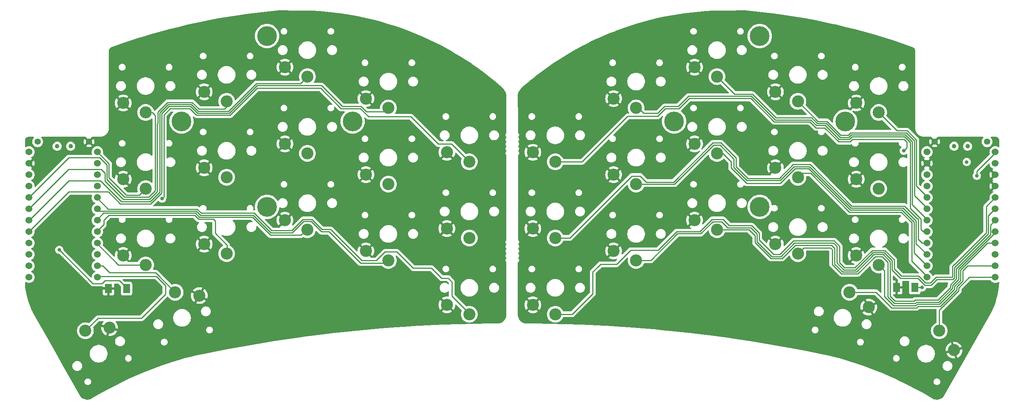
<source format=gtl>
%TF.GenerationSoftware,KiCad,Pcbnew,8.0.8*%
%TF.CreationDate,2025-02-16T20:52:21-05:00*%
%TF.ProjectId,sweepv2.1,73776565-7076-4322-9e31-2e6b69636164,rev?*%
%TF.SameCoordinates,Original*%
%TF.FileFunction,Copper,L1,Top*%
%TF.FilePolarity,Positive*%
%FSLAX46Y46*%
G04 Gerber Fmt 4.6, Leading zero omitted, Abs format (unit mm)*
G04 Created by KiCad (PCBNEW 8.0.8) date 2025-02-16 20:52:21*
%MOMM*%
%LPD*%
G01*
G04 APERTURE LIST*
%TA.AperFunction,ComponentPad*%
%ADD10C,1.524000*%
%TD*%
%TA.AperFunction,ComponentPad*%
%ADD11C,2.692400*%
%TD*%
%TA.AperFunction,SMDPad,CuDef*%
%ADD12R,1.524000X2.032000*%
%TD*%
%TA.AperFunction,ComponentPad*%
%ADD13C,4.400000*%
%TD*%
%TA.AperFunction,ComponentPad*%
%ADD14C,1.397000*%
%TD*%
%TA.AperFunction,WasherPad*%
%ADD15C,1.000000*%
%TD*%
%TA.AperFunction,ViaPad*%
%ADD16C,0.800000*%
%TD*%
%TA.AperFunction,Conductor*%
%ADD17C,0.250000*%
%TD*%
G04 APERTURE END LIST*
D10*
%TO.P,U1,1*%
%TO.N,Switch10*%
X237789400Y-53086000D03*
%TO.P,U1,2*%
%TO.N,Switch18*%
X237789400Y-55626000D03*
%TO.P,U1,3*%
%TO.N,gnd*%
X237789400Y-58166000D03*
%TO.P,U1,4*%
X237789400Y-60706000D03*
%TO.P,U1,5*%
%TO.N,Switch11*%
X237789400Y-63246000D03*
%TO.P,U1,6*%
%TO.N,Switch12*%
X237789400Y-65786000D03*
%TO.P,U1,7*%
%TO.N,Switch13*%
X237789400Y-68326000D03*
%TO.P,U1,8*%
%TO.N,Switch14*%
X237789400Y-70866000D03*
%TO.P,U1,9*%
%TO.N,Switch15*%
X237789400Y-73406000D03*
%TO.P,U1,10*%
%TO.N,Switch1*%
X237789400Y-75946000D03*
%TO.P,U1,11*%
%TO.N,Switch16*%
X237789400Y-78486000D03*
%TO.P,U1,12*%
%TO.N,Switch17*%
X237789400Y-81026000D03*
%TO.P,U1,13*%
%TO.N,Switch9*%
X222569400Y-81026000D03*
%TO.P,U1,14*%
%TO.N,Switch8*%
X222569400Y-78486000D03*
%TO.P,U1,15*%
%TO.N,Switch7*%
X222569400Y-75946000D03*
%TO.P,U1,16*%
%TO.N,Switch6*%
X222569400Y-73406000D03*
%TO.P,U1,17*%
%TO.N,Switch2*%
X222569400Y-70866000D03*
%TO.P,U1,18*%
%TO.N,Switch3*%
X222569400Y-68326000D03*
%TO.P,U1,19*%
%TO.N,Switch4*%
X222569400Y-65786000D03*
%TO.P,U1,20*%
%TO.N,Switch5*%
X222569400Y-63246000D03*
%TO.P,U1,21*%
%TO.N,vcc*%
X222569400Y-60706000D03*
%TO.P,U1,22*%
%TO.N,reset*%
X222569400Y-58166000D03*
%TO.P,U1,23*%
%TO.N,gnd*%
X222569400Y-55626000D03*
%TO.P,U1,24*%
%TO.N,raw*%
X222569400Y-53086000D03*
%TD*%
D11*
%TO.P,SW16,1*%
%TO.N,Switch13*%
X175856000Y-70416000D03*
%TO.P,SW16,2*%
%TO.N,gnd*%
X170856000Y-68316000D03*
%TD*%
%TO.P,SW20,1*%
%TO.N,Switch17*%
X225336000Y-92972450D03*
%TO.P,SW20,2*%
%TO.N,gnd*%
X228616127Y-97291103D03*
%TD*%
%TO.P,SW15,1*%
%TO.N,Switch12*%
X157856000Y-77274000D03*
%TO.P,SW15,2*%
%TO.N,gnd*%
X152856000Y-75174000D03*
%TD*%
%TO.P,SW21,1*%
%TO.N,Switch16*%
X205353032Y-84383038D03*
%TO.P,SW21,2*%
%TO.N,gnd*%
X209639142Y-87705577D03*
%TD*%
%TO.P,SW17,1*%
%TO.N,Switch14*%
X193856000Y-75750000D03*
%TO.P,SW17,2*%
%TO.N,gnd*%
X188856000Y-73650000D03*
%TD*%
%TO.P,SW18,1*%
%TO.N,Switch15*%
X211836000Y-78290000D03*
%TO.P,SW18,2*%
%TO.N,gnd*%
X206836000Y-76190000D03*
%TD*%
%TO.P,SW4,1*%
%TO.N,Switch3*%
X175856000Y-36282000D03*
%TO.P,SW4,2*%
%TO.N,gnd*%
X170856000Y-34182000D03*
%TD*%
%TO.P,SW3,1*%
%TO.N,Switch2*%
X157856000Y-43282000D03*
%TO.P,SW3,2*%
%TO.N,gnd*%
X152856000Y-41182000D03*
%TD*%
%TO.P,SW9,1*%
%TO.N,Switch7*%
X157856000Y-60256000D03*
%TO.P,SW9,2*%
%TO.N,gnd*%
X152856000Y-58156000D03*
%TD*%
%TO.P,SW14,1*%
%TO.N,Switch11*%
X139856000Y-89282000D03*
%TO.P,SW14,2*%
%TO.N,gnd*%
X134856000Y-87182000D03*
%TD*%
%TO.P,SW12,1*%
%TO.N,Switch10*%
X211836000Y-61272000D03*
%TO.P,SW12,2*%
%TO.N,gnd*%
X206836000Y-59172000D03*
%TD*%
%TO.P,SW11,1*%
%TO.N,Switch9*%
X193856000Y-58732000D03*
%TO.P,SW11,2*%
%TO.N,gnd*%
X188856000Y-56632000D03*
%TD*%
%TO.P,SW8,1*%
%TO.N,Switch6*%
X139856000Y-72282000D03*
%TO.P,SW8,2*%
%TO.N,gnd*%
X134856000Y-70182000D03*
%TD*%
%TO.P,SW6,1*%
%TO.N,Switch5*%
X211856000Y-44282000D03*
%TO.P,SW6,2*%
%TO.N,gnd*%
X206856000Y-42182000D03*
%TD*%
%TO.P,SW5,1*%
%TO.N,Switch4*%
X193856000Y-41782000D03*
%TO.P,SW5,2*%
%TO.N,gnd*%
X188856000Y-39682000D03*
%TD*%
%TO.P,SW2,1*%
%TO.N,Switch1*%
X139856000Y-55282000D03*
%TO.P,SW2,2*%
%TO.N,gnd*%
X134856000Y-53182000D03*
%TD*%
D12*
%TO.P,RSW1,1*%
%TO.N,gnd*%
X215855800Y-83312000D03*
%TO.P,RSW1,2*%
%TO.N,reset*%
X219855800Y-83312000D03*
%TD*%
D11*
%TO.P,SW10,1*%
%TO.N,Switch8*%
X175856000Y-53398000D03*
%TO.P,SW10,2*%
%TO.N,gnd*%
X170856000Y-51298000D03*
%TD*%
D13*
%TO.P,REF\u002A\u002A,1*%
%TO.N,N/C*%
X166306000Y-46282000D03*
X185356000Y-27232000D03*
X185356000Y-65332000D03*
X204406000Y-46282000D03*
%TD*%
D14*
%TO.P,Bat+r1,1,1*%
%TO.N,BT+_r*%
X235966000Y-50800000D03*
%TD*%
%TO.P,BatGND1,1,1*%
%TO.N,gnd*%
X224282000Y-50800000D03*
%TD*%
D10*
%TO.P,U2,1*%
%TO.N,Switch10_r*%
X37937400Y-53086000D03*
%TO.P,U2,2*%
%TO.N,Switch18_r*%
X37937400Y-55626000D03*
%TO.P,U2,3*%
%TO.N,gnd*%
X37937400Y-58166000D03*
%TO.P,U2,4*%
X37937400Y-60706000D03*
%TO.P,U2,5*%
%TO.N,Switch11_r*%
X37937400Y-63246000D03*
%TO.P,U2,6*%
%TO.N,Switch12_r*%
X37937400Y-65786000D03*
%TO.P,U2,7*%
%TO.N,Switch13_r*%
X37937400Y-68326000D03*
%TO.P,U2,8*%
%TO.N,Switch14_r*%
X37937400Y-70866000D03*
%TO.P,U2,9*%
%TO.N,Switch15_r*%
X37937400Y-73406000D03*
%TO.P,U2,10*%
%TO.N,Switch1_r*%
X37937400Y-75946000D03*
%TO.P,U2,11*%
%TO.N,Switch16_r*%
X37937400Y-78486000D03*
%TO.P,U2,12*%
%TO.N,Switch17_r*%
X37937400Y-81026000D03*
%TO.P,U2,13*%
%TO.N,Switch9_r*%
X22717400Y-81026000D03*
%TO.P,U2,14*%
%TO.N,Switch8_r*%
X22717400Y-78486000D03*
%TO.P,U2,15*%
%TO.N,Switch7_r*%
X22717400Y-75946000D03*
%TO.P,U2,16*%
%TO.N,Switch6_r*%
X22717400Y-73406000D03*
%TO.P,U2,17*%
%TO.N,Switch2_r*%
X22717400Y-70866000D03*
%TO.P,U2,18*%
%TO.N,Switch3_r*%
X22717400Y-68326000D03*
%TO.P,U2,19*%
%TO.N,Switch4_r*%
X22717400Y-65786000D03*
%TO.P,U2,20*%
%TO.N,Switch5_r*%
X22717400Y-63246000D03*
%TO.P,U2,21*%
%TO.N,vcc*%
X22717400Y-60706000D03*
%TO.P,U2,22*%
%TO.N,reset_r*%
X22717400Y-58166000D03*
%TO.P,U2,23*%
%TO.N,gnd*%
X22717400Y-55626000D03*
%TO.P,U2,24*%
%TO.N,raw*%
X22717400Y-53086000D03*
%TD*%
D11*
%TO.P,SW17_r1,1*%
%TO.N,Switch15_r*%
X48686000Y-78290000D03*
%TO.P,SW17_r1,2*%
%TO.N,gnd*%
X43686000Y-76190000D03*
%TD*%
%TO.P,SW11_r1,1*%
%TO.N,Switch9_r*%
X66700000Y-58732000D03*
%TO.P,SW11_r1,2*%
%TO.N,gnd*%
X61700000Y-56632000D03*
%TD*%
%TO.P,SW15_r1,1*%
%TO.N,Switch13_r*%
X84688000Y-70416000D03*
%TO.P,SW15_r1,2*%
%TO.N,gnd*%
X79688000Y-68316000D03*
%TD*%
%TO.P,SW18_r1,1*%
%TO.N,Switch12_r*%
X102714000Y-77274000D03*
%TO.P,SW18_r1,2*%
%TO.N,gnd*%
X97714000Y-75174000D03*
%TD*%
%TO.P,SW6_r1,1*%
%TO.N,Switch5_r*%
X48686000Y-44282000D03*
%TO.P,SW6_r1,2*%
%TO.N,gnd*%
X43686000Y-42182000D03*
%TD*%
%TO.P,SW5_r1,1*%
%TO.N,Switch4_r*%
X66700000Y-41782000D03*
%TO.P,SW5_r1,2*%
%TO.N,gnd*%
X61700000Y-39682000D03*
%TD*%
%TO.P,SW2_r1,1*%
%TO.N,Switch1_r*%
X120732000Y-55282000D03*
%TO.P,SW2_r1,2*%
%TO.N,gnd*%
X115732000Y-53182000D03*
%TD*%
%TO.P,SW16_r1,1*%
%TO.N,Switch14_r*%
X66700000Y-75750000D03*
%TO.P,SW16_r1,2*%
%TO.N,gnd*%
X61700000Y-73650000D03*
%TD*%
%TO.P,SW4_r1,1*%
%TO.N,Switch3_r*%
X84688000Y-36282000D03*
%TO.P,SW4_r1,2*%
%TO.N,gnd*%
X79688000Y-34182000D03*
%TD*%
%TO.P,SW13_r1,1*%
%TO.N,Switch11_r*%
X120732000Y-89282000D03*
%TO.P,SW13_r1,2*%
%TO.N,gnd*%
X115732000Y-87182000D03*
%TD*%
%TO.P,SW12_r1,1*%
%TO.N,Switch10_r*%
X48686000Y-61272000D03*
%TO.P,SW12_r1,2*%
%TO.N,gnd*%
X43686000Y-59172000D03*
%TD*%
%TO.P,SW3_r1,1*%
%TO.N,Switch2_r*%
X102714000Y-43282000D03*
%TO.P,SW3_r1,2*%
%TO.N,gnd*%
X97714000Y-41182000D03*
%TD*%
%TO.P,SW8_r1,1*%
%TO.N,Switch7_r*%
X102714000Y-60256000D03*
%TO.P,SW8_r1,2*%
%TO.N,gnd*%
X97714000Y-58156000D03*
%TD*%
%TO.P,SW21_r1,1*%
%TO.N,Switch16_r*%
X55250968Y-84383038D03*
%TO.P,SW21_r1,2*%
%TO.N,gnd*%
X60624117Y-85117387D03*
%TD*%
%TO.P,SW9_r1,1*%
%TO.N,Switch8_r*%
X84688000Y-53398000D03*
%TO.P,SW9_r1,2*%
%TO.N,gnd*%
X79688000Y-51298000D03*
%TD*%
%TO.P,SW20_r1,1*%
%TO.N,Switch17_r*%
X35268000Y-92972450D03*
%TO.P,SW20_r1,2*%
%TO.N,gnd*%
X40648127Y-92291103D03*
%TD*%
%TO.P,SW7_r1,1*%
%TO.N,Switch6_r*%
X120732000Y-72282000D03*
%TO.P,SW7_r1,2*%
%TO.N,gnd*%
X115732000Y-70182000D03*
%TD*%
D13*
%TO.P,REF\u002A\u002A,1*%
%TO.N,N/C*%
X56642000Y-46282000D03*
X75692000Y-27232000D03*
X75692000Y-65332000D03*
X94742000Y-46282000D03*
%TD*%
D14*
%TO.P,BatGND4,1,1*%
%TO.N,gnd*%
X36068000Y-50800000D03*
%TD*%
%TO.P,Bat+1,1,1*%
%TO.N,BT+*%
X24638000Y-50800000D03*
%TD*%
D12*
%TO.P,RSW2,1*%
%TO.N,gnd*%
X40418000Y-83566000D03*
%TO.P,RSW2,2*%
%TO.N,reset_r*%
X44418000Y-83566000D03*
%TD*%
D15*
%TO.P,SW_POWERR1,*%
%TO.N,*%
X231624000Y-51816000D03*
X228624000Y-51816000D03*
%TD*%
%TO.P,SW_POWER1,*%
%TO.N,*%
X31980000Y-51816000D03*
X28980000Y-51816000D03*
%TD*%
D16*
%TO.N,gnd*%
X233500000Y-60500000D03*
X236000000Y-56500000D03*
X230000000Y-56000000D03*
X26568400Y-69697600D03*
X26416000Y-57556400D03*
X25374600Y-82194400D03*
X225500000Y-79500000D03*
X233680000Y-82169000D03*
X224282000Y-84328000D03*
X33832800Y-63855600D03*
X225500000Y-60500000D03*
X216500000Y-58000000D03*
X217500000Y-61500000D03*
%TO.N,reset*%
X221488000Y-83312000D03*
%TO.N,Switch1*%
X217424000Y-52832000D03*
%TO.N,Switch10*%
X233680000Y-58420000D03*
%TO.N,BT+_r*%
X231437000Y-55329000D03*
%TO.N,reset_r*%
X29464000Y-74930000D03*
%TO.N,Switch1_r*%
X52324000Y-63500000D03*
%TD*%
D17*
%TO.N,Switch17_r*%
X35268000Y-92972450D02*
X38070450Y-90170000D01*
X38070450Y-90170000D02*
X47752000Y-90170000D01*
X51028920Y-80797400D02*
X37966000Y-80797400D01*
X47752000Y-90170000D02*
X53086000Y-84836000D01*
X53086000Y-84836000D02*
X53086000Y-82854480D01*
X53086000Y-82854480D02*
X51028920Y-80797400D01*
X37966000Y-80797400D02*
X37737400Y-81026000D01*
%TO.N,gnd*%
X39956000Y-83312000D02*
X40464000Y-82804000D01*
X38042010Y-83312000D02*
X39956000Y-83312000D01*
%TO.N,reset*%
X219855800Y-83312000D02*
X221488000Y-83312000D01*
%TO.N,Switch1*%
X237675495Y-76259905D02*
X237989400Y-75946000D01*
X217424000Y-52832000D02*
X217424000Y-52832000D01*
X162636200Y-45135800D02*
X164338000Y-43434000D01*
X155981400Y-45135800D02*
X162636200Y-45135800D01*
X205994000Y-50292000D02*
X217551000Y-50292000D01*
X196530790Y-46366020D02*
X197858780Y-47694010D01*
X169641728Y-41148000D02*
X183385180Y-41148000D01*
X197858780Y-47694010D02*
X199840010Y-47694010D01*
X145835200Y-55282000D02*
X155981400Y-45135800D01*
X218084400Y-52171600D02*
X217424000Y-52832000D01*
X183385180Y-41148000D02*
X188603200Y-46366020D01*
X199840010Y-47694010D02*
X202946000Y-50800000D01*
X188603200Y-46366020D02*
X196530790Y-46366020D01*
X217551000Y-50292000D02*
X218084400Y-50825400D01*
X202946000Y-50800000D02*
X205486000Y-50800000D01*
X205486000Y-50800000D02*
X205994000Y-50292000D01*
X218084400Y-50825400D02*
X218084400Y-52171600D01*
X139856000Y-55282000D02*
X145835200Y-55282000D01*
X167355728Y-43434000D02*
X169641728Y-41148000D01*
X164338000Y-43434000D02*
X167355728Y-43434000D01*
%TO.N,Switch2*%
X199936820Y-47154410D02*
X203074410Y-50292000D01*
X169513318Y-40640000D02*
X183513590Y-40640000D01*
X221742000Y-70866000D02*
X222569400Y-70866000D01*
X221234000Y-70358000D02*
X221742000Y-70866000D01*
X183513590Y-40640000D02*
X188789600Y-45916010D01*
X203074410Y-50292000D02*
X205357590Y-50292000D01*
X188789600Y-45916010D02*
X196717190Y-45916010D01*
X164209590Y-42926000D02*
X167227318Y-42926000D01*
X218867970Y-65705970D02*
X221234000Y-68072000D01*
X205357590Y-50292000D02*
X205933189Y-49716401D01*
X197955590Y-47154410D02*
X199936820Y-47154410D01*
X205933189Y-49716401D02*
X217611797Y-49716401D01*
X159512000Y-44450000D02*
X162685590Y-44450000D01*
X221234000Y-68072000D02*
X221234000Y-70358000D01*
X167227318Y-42926000D02*
X169513318Y-40640000D01*
X217611797Y-49716401D02*
X218867970Y-50972574D01*
X218867970Y-50972574D02*
X218867970Y-65705970D01*
X157856000Y-43282000D02*
X158344000Y-43282000D01*
X162685590Y-44450000D02*
X164209590Y-42926000D01*
X158344000Y-43282000D02*
X159512000Y-44450000D01*
X196717190Y-45916010D02*
X197955590Y-47154410D01*
%TO.N,Switch3*%
X179763990Y-40189990D02*
X183699990Y-40189990D01*
X205746788Y-49266392D02*
X217798184Y-49266392D01*
X188976000Y-45466000D02*
X196903590Y-45466000D01*
X219317980Y-50786188D02*
X219317980Y-64874580D01*
X198142000Y-46704410D02*
X200123230Y-46704410D01*
X183699990Y-40189990D02*
X188976000Y-45466000D01*
X200123230Y-46704410D02*
X203260810Y-49841990D01*
X205171190Y-49841990D02*
X205746788Y-49266392D01*
X175856000Y-36282000D02*
X179763990Y-40189990D01*
X196903590Y-45466000D02*
X198142000Y-46704410D01*
X219317980Y-64874580D02*
X222769400Y-68326000D01*
X203260810Y-49841990D02*
X205171190Y-49841990D01*
X217798184Y-49266392D02*
X219317980Y-50786188D01*
%TO.N,Switch4*%
X203382030Y-49326800D02*
X205049984Y-49326800D01*
X205560392Y-48816392D02*
X217984580Y-48816392D01*
X219767990Y-62784590D02*
X222769400Y-65786000D01*
X198328410Y-46254410D02*
X200309640Y-46254410D01*
X219767990Y-50599802D02*
X219767990Y-62784590D01*
X193856000Y-41782000D02*
X198328410Y-46254410D01*
X217984580Y-48816392D02*
X219767990Y-50599802D01*
X200309640Y-46254410D02*
X203382030Y-49326800D01*
X205049984Y-49326800D02*
X205560392Y-48816392D01*
%TO.N,Switch5*%
X211856000Y-44282000D02*
X215940372Y-48366372D01*
X220218000Y-60694600D02*
X222769400Y-63246000D01*
X220218000Y-50413416D02*
X220218000Y-60694600D01*
X218170956Y-48366372D02*
X220218000Y-50413416D01*
X215940372Y-48366372D02*
X218170956Y-48366372D01*
%TO.N,Switch6*%
X192811400Y-55880000D02*
X196598820Y-55880000D01*
X196598820Y-55880000D02*
X205858801Y-65139981D01*
X174929800Y-51054000D02*
X176707800Y-51054000D01*
X221488000Y-73406000D02*
X222569400Y-73406000D01*
X176707800Y-51054000D02*
X180097546Y-54443746D01*
X220610020Y-68084430D02*
X220610020Y-72528020D01*
X180097546Y-56399546D02*
X182683990Y-58985990D01*
X180097546Y-54443746D02*
X180097546Y-56399546D01*
X166177810Y-59805990D02*
X174929800Y-51054000D01*
X139856000Y-72282000D02*
X143084600Y-72282000D01*
X158785273Y-58455273D02*
X160135990Y-59805990D01*
X160135990Y-59805990D02*
X166177810Y-59805990D01*
X182683990Y-58985990D02*
X189705410Y-58985990D01*
X143084600Y-72282000D02*
X156911327Y-58455273D01*
X220534795Y-68009205D02*
X220610020Y-68084430D01*
X220434605Y-68009205D02*
X220534795Y-68009205D01*
X189705410Y-58985990D02*
X192811400Y-55880000D01*
X220610020Y-72528020D02*
X221488000Y-73406000D01*
X217565381Y-65139981D02*
X220434605Y-68009205D01*
X156911327Y-58455273D02*
X158785273Y-58455273D01*
X205858801Y-65139981D02*
X217565381Y-65139981D01*
%TO.N,Switch7*%
X192990596Y-56337200D02*
X196419610Y-56337200D01*
X205672400Y-65589990D02*
X217278790Y-65589990D01*
X189891796Y-59436000D02*
X192990596Y-56337200D01*
X157856000Y-60256000D02*
X166413600Y-60256000D01*
X182442410Y-59436000D02*
X189891796Y-59436000D01*
X196419610Y-56337200D02*
X205672400Y-65589990D01*
X175107600Y-51562000D02*
X176504600Y-51562000D01*
X176504600Y-51562000D02*
X179578000Y-54635400D01*
X220160010Y-68471210D02*
X220160010Y-73536610D01*
X179578000Y-54635400D02*
X179578000Y-56571590D01*
X166413600Y-60256000D02*
X175107600Y-51562000D01*
X220160010Y-73536610D02*
X222569400Y-75946000D01*
X217278790Y-65589990D02*
X220160010Y-68471210D01*
X179578000Y-56571590D02*
X182442410Y-59436000D01*
%TO.N,Switch8*%
X175768000Y-53398000D02*
X177116272Y-53398000D01*
X182443001Y-60073001D02*
X189939199Y-60073001D01*
X189939199Y-60073001D02*
X193192400Y-56819800D01*
X205486000Y-66040000D02*
X217044410Y-66040000D01*
X178993800Y-56623800D02*
X182443001Y-60073001D01*
X196265800Y-56819800D02*
X205486000Y-66040000D01*
X177116272Y-53398000D02*
X178993800Y-55275528D01*
X193192400Y-56819800D02*
X196265800Y-56819800D01*
X217044410Y-66040000D02*
X219710000Y-68705590D01*
X178993800Y-55275528D02*
X178993800Y-56623800D01*
X219710000Y-75626600D02*
X222569400Y-78486000D01*
X219710000Y-68705590D02*
X219710000Y-75626600D01*
%TO.N,Switch9*%
X193856000Y-58732000D02*
X194746991Y-57841009D01*
X193802000Y-58732000D02*
X193856000Y-58732000D01*
X219202000Y-77458600D02*
X222769400Y-81026000D01*
X216858000Y-66490000D02*
X219202000Y-68834000D01*
X215588010Y-66490010D02*
X215588020Y-66490000D01*
X196650599Y-57841009D02*
X205299600Y-66490010D01*
X205299600Y-66490010D02*
X215588010Y-66490010D01*
X215588020Y-66490000D02*
X216858000Y-66490000D01*
X219202000Y-68834000D02*
X219202000Y-77458600D01*
X194746991Y-57841009D02*
X196650599Y-57841009D01*
%TO.N,Switch10*%
X237989400Y-53086000D02*
X233680000Y-57395400D01*
X233680000Y-57395400D02*
X233680000Y-58420000D01*
%TO.N,Switch11*%
X228600000Y-78232000D02*
X228694950Y-78232000D01*
X228808717Y-78023283D02*
X228600000Y-78232000D01*
X235802379Y-71124571D02*
X235802379Y-65233021D01*
X228694950Y-78232000D02*
X235802379Y-71124571D01*
X228922887Y-78023283D02*
X228808717Y-78023283D01*
X235802379Y-65233021D02*
X237789400Y-63246000D01*
X210392000Y-75053200D02*
X206531230Y-78913970D01*
X213206592Y-75053200D02*
X210392000Y-75053200D01*
X143636000Y-89282000D02*
X139856000Y-89282000D01*
X203142010Y-74107190D02*
X201932820Y-72898000D01*
X156609955Y-75006200D02*
X153482575Y-78133580D01*
X228217590Y-81026000D02*
X224636176Y-81026000D01*
X189865000Y-75946000D02*
X188468000Y-75946000D01*
X204264380Y-78913970D02*
X203142010Y-77791600D01*
X223366176Y-82296000D02*
X222250000Y-82296000D01*
X228256865Y-78575135D02*
X228256865Y-80986725D01*
X149958420Y-78133580D02*
X149310740Y-78781260D01*
X183561978Y-69515978D02*
X178583578Y-69515978D01*
X148180420Y-79854420D02*
X148180420Y-84737580D01*
X192913000Y-72898000D02*
X189865000Y-75946000D01*
X220726000Y-80772000D02*
X216916000Y-80772000D01*
X174752000Y-68122800D02*
X172020346Y-70854454D01*
X166889546Y-70854454D02*
X162737800Y-75006200D01*
X177190400Y-68122800D02*
X174752000Y-68122800D01*
X222250000Y-82296000D02*
X220726000Y-80772000D01*
X153482575Y-78133580D02*
X149958420Y-78133580D01*
X185234659Y-72712659D02*
X185234659Y-71188659D01*
X206531230Y-78913970D02*
X204264380Y-78913970D01*
X201932820Y-72898000D02*
X192913000Y-72898000D01*
X149310740Y-78781260D02*
X149253580Y-78781260D01*
X216916000Y-80772000D02*
X215276020Y-79132020D01*
X224636176Y-81026000D02*
X223366176Y-82296000D01*
X162737800Y-75006200D02*
X156609955Y-75006200D01*
X188468000Y-75946000D02*
X185234659Y-72712659D01*
X228600000Y-78232000D02*
X228256865Y-78575135D01*
X203142010Y-77791600D02*
X203142010Y-74107190D01*
X148180420Y-84737580D02*
X143636000Y-89282000D01*
X185234659Y-71188659D02*
X183561978Y-69515978D01*
X228256865Y-80986725D02*
X228217590Y-81026000D01*
X149253580Y-78781260D02*
X148180420Y-79854420D01*
X178583578Y-69515978D02*
X177190400Y-68122800D01*
X215276020Y-77122628D02*
X213206592Y-75053200D01*
X215276020Y-79132020D02*
X215276020Y-77122628D01*
X172020346Y-70854454D02*
X166889546Y-70854454D01*
%TO.N,Switch12*%
X202496002Y-74363998D02*
X202496002Y-74480002D01*
X224764586Y-81534000D02*
X228346000Y-81534000D01*
X202496002Y-74480002D02*
X202496002Y-77782002D01*
X216698615Y-81243385D02*
X220536985Y-81243385D01*
X184784649Y-71375059D02*
X184784649Y-73099453D01*
X210578396Y-75503200D02*
X213020196Y-75503200D01*
X161106410Y-77274000D02*
X167075946Y-71304464D01*
X236252389Y-67323011D02*
X237789400Y-65786000D01*
X174893559Y-68630800D02*
X176860200Y-68630800D01*
X220536985Y-81243385D02*
X222084893Y-82791293D01*
X223507293Y-82791293D02*
X224764586Y-81534000D01*
X193066796Y-73380600D02*
X201779010Y-73380600D01*
X236252389Y-71330191D02*
X236252389Y-67323011D01*
X178195391Y-69965991D02*
X183272009Y-69965991D01*
X229090067Y-78473293D02*
X229109287Y-78473293D01*
X183272012Y-69965988D02*
X183375578Y-69965988D01*
X202496002Y-74097592D02*
X202496002Y-74480002D01*
X213020196Y-75503200D02*
X214826010Y-77309014D01*
X190051386Y-76396010D02*
X193066796Y-73380600D01*
X228706875Y-81173125D02*
X228706875Y-78856485D01*
X202496002Y-77782002D02*
X204077980Y-79363980D01*
X214826010Y-79370780D02*
X216698615Y-81243385D01*
X188081206Y-76396010D02*
X190051386Y-76396010D01*
X201779010Y-73380600D02*
X202496002Y-74097592D01*
X228346000Y-81534000D02*
X228706875Y-81173125D01*
X228706875Y-78856485D02*
X229090067Y-78473293D01*
X229109287Y-78473293D02*
X236252389Y-71330191D01*
X222084893Y-82791293D02*
X223507293Y-82791293D01*
X214826010Y-77309014D02*
X214826010Y-79370780D01*
X204077980Y-79363980D02*
X206717616Y-79363980D01*
X184784649Y-73099453D02*
X188081206Y-76396010D01*
X183272009Y-69965991D02*
X183272012Y-69965988D01*
X172219895Y-71304464D02*
X174893559Y-68630800D01*
X176860200Y-68630800D02*
X178195391Y-69965991D01*
X157856000Y-77274000D02*
X161106410Y-77274000D01*
X183375578Y-69965988D02*
X184784649Y-71375059D01*
X167075946Y-71304464D02*
X172219895Y-71304464D01*
X206717616Y-79363980D02*
X210578396Y-75503200D01*
%TO.N,Switch13*%
X237789400Y-68326000D02*
X236702399Y-69413001D01*
X227831210Y-82685200D02*
X227831210Y-83315970D01*
X237714572Y-68326000D02*
X237989400Y-68326000D01*
X236702399Y-71516591D02*
X229176105Y-79042885D01*
X236702399Y-69413001D02*
X236702399Y-71516591D01*
X229156885Y-79042885D02*
X229156884Y-81359526D01*
X229156884Y-81359526D02*
X227831210Y-82685200D01*
X229176105Y-79042885D02*
X229156885Y-79042885D01*
X225804590Y-85342590D02*
X225677590Y-85469590D01*
X227831210Y-83315970D02*
X225677590Y-85469590D01*
X201320400Y-73863200D02*
X193319400Y-73863200D01*
X190336580Y-76846020D02*
X187894820Y-76846020D01*
X193319400Y-73863200D02*
X190336580Y-76846020D01*
X212833800Y-75953200D02*
X210764792Y-75953200D01*
X182938000Y-70416000D02*
X175768000Y-70416000D01*
X215469596Y-86360000D02*
X214376000Y-85266404D01*
X219710000Y-86360000D02*
X215469596Y-86360000D01*
X219966820Y-86103180D02*
X219710000Y-86360000D01*
X202045992Y-74588792D02*
X201320400Y-73863200D01*
X225044000Y-86103180D02*
X219966820Y-86103180D01*
X210764792Y-75953200D02*
X206904002Y-79813990D01*
X214376000Y-85266404D02*
X214376000Y-77495400D01*
X203765990Y-79813990D02*
X202045992Y-78093992D01*
X202045992Y-78093992D02*
X202045992Y-74588792D01*
X225677590Y-85469590D02*
X225044000Y-86103180D01*
X187894820Y-76846020D02*
X184334639Y-73285839D01*
X206904002Y-79813990D02*
X203765990Y-79813990D01*
X184334639Y-73285839D02*
X184334639Y-71812639D01*
X184334639Y-71812639D02*
X182938000Y-70416000D01*
X214376000Y-77495400D02*
X212833800Y-75953200D01*
%TO.N,Switch14*%
X229606893Y-81545927D02*
X229606893Y-81289107D01*
X229606893Y-81289107D02*
X229606895Y-81289105D01*
X229606895Y-79248505D02*
X229606895Y-81289105D01*
X229606895Y-79248505D02*
X229606893Y-81545927D01*
X237989400Y-70866000D02*
X229606895Y-79248505D01*
X228281220Y-82871600D02*
X228281220Y-83502370D01*
X203570002Y-80264000D02*
X201480001Y-78173999D01*
X228281220Y-83502370D02*
X225230400Y-86553190D01*
X201480001Y-74861001D02*
X201091800Y-74472800D01*
X201091800Y-74472800D02*
X195148200Y-74472800D01*
X193871000Y-75750000D02*
X193856000Y-75750000D01*
X207213200Y-80264000D02*
X203570002Y-80264000D01*
X213903205Y-77708405D02*
X212598000Y-76403200D01*
X201480001Y-78173999D02*
X201480001Y-74861001D01*
X213903205Y-85430005D02*
X213903205Y-77708405D01*
X195148200Y-74472800D02*
X193871000Y-75750000D01*
X220278810Y-86553190D02*
X219964000Y-86868000D01*
X212598000Y-76403200D02*
X211074000Y-76403200D01*
X225230400Y-86553190D02*
X220278810Y-86553190D01*
X219964000Y-86868000D02*
X215341200Y-86868000D01*
X211074000Y-76403200D02*
X207213200Y-80264000D01*
X215341200Y-86868000D02*
X213903205Y-85430005D01*
X229606893Y-81545927D02*
X228281220Y-82871600D01*
%TO.N,Switch15*%
X237989400Y-73406000D02*
X236085810Y-73406000D01*
X236085810Y-73406000D02*
X233104905Y-76386905D01*
X233104905Y-76386905D02*
X233231905Y-76259905D01*
X213106000Y-79560000D02*
X211836000Y-78290000D01*
X213106000Y-85344000D02*
X213106000Y-79560000D01*
X225416801Y-87003199D02*
X220465211Y-87003199D01*
X233104905Y-76386905D02*
X230056905Y-79434905D01*
X230056905Y-79434905D02*
X230056905Y-81601095D01*
X220092410Y-87376000D02*
X215138000Y-87376000D01*
X225933000Y-86487000D02*
X225416801Y-87003199D01*
X228731230Y-83697230D02*
X225941460Y-86487000D01*
X225941460Y-86487000D02*
X225933000Y-86487000D01*
X230056902Y-81732328D02*
X228731230Y-83058000D01*
X230056905Y-81601095D02*
X230056902Y-81732328D01*
X215138000Y-87376000D02*
X213106000Y-85344000D01*
X220465211Y-87003199D02*
X220092410Y-87376000D01*
X228731230Y-83058000D02*
X228731230Y-83697230D01*
%TO.N,Switch16*%
X230564103Y-79564103D02*
X230564103Y-81861523D01*
X231642206Y-78486000D02*
X230564103Y-79564103D01*
X229181230Y-83883626D02*
X225564856Y-87500000D01*
X237789400Y-78486000D02*
X231642206Y-78486000D01*
X229181230Y-83244396D02*
X229181230Y-83883626D01*
X220278806Y-87826000D02*
X214724400Y-87826000D01*
X211281438Y-84383038D02*
X205353032Y-84383038D01*
X230564103Y-81861523D02*
X229181230Y-83244396D01*
X225564856Y-87500000D02*
X220604806Y-87500000D01*
X220604806Y-87500000D02*
X220278806Y-87826000D01*
X214724400Y-87826000D02*
X211281438Y-84383038D01*
%TO.N,Switch17*%
X225336000Y-92972450D02*
X225336000Y-93002000D01*
X225336000Y-88365252D02*
X225336000Y-92972450D01*
X229631230Y-84070022D02*
X225336000Y-88365252D01*
X232036022Y-81026000D02*
X229631230Y-83430792D01*
X229631230Y-83430792D02*
X229631230Y-84070022D01*
X237989400Y-81026000D02*
X232036022Y-81026000D01*
%TO.N,reset_r*%
X29464000Y-74930000D02*
X36957000Y-82423000D01*
X42848000Y-81788000D02*
X43864000Y-82804000D01*
X36957000Y-82423000D02*
X38959998Y-82423000D01*
X38959998Y-82423000D02*
X39594998Y-81788000D01*
X39594998Y-81788000D02*
X42848000Y-81788000D01*
%TO.N,Switch10_r*%
X44381000Y-62719800D02*
X40513000Y-58851800D01*
X48686000Y-61272000D02*
X47238200Y-62719800D01*
X40513000Y-58851800D02*
X40513000Y-55661600D01*
X47238200Y-62719800D02*
X44381000Y-62719800D01*
X40513000Y-55661600D02*
X37937400Y-53086000D01*
%TO.N,Switch11_r*%
X72415745Y-66724301D02*
X72823123Y-66724303D01*
X71804301Y-66724301D02*
X72415745Y-66724301D01*
X72415745Y-66724301D02*
X72419047Y-66720999D01*
X112318334Y-78994000D02*
X108204000Y-78994000D01*
X60144060Y-65840300D02*
X61028061Y-66724301D01*
X61028061Y-66724301D02*
X71804301Y-66724301D01*
X108204000Y-78994000D02*
X104571800Y-75361800D01*
X104571800Y-75361800D02*
X101955600Y-75361800D01*
X101955600Y-75361800D02*
X99999800Y-77317600D01*
X99999800Y-77317600D02*
X96809808Y-77317600D01*
X76710820Y-70612000D02*
X72823121Y-66724301D01*
X116814833Y-82016833D02*
X116103167Y-81305167D01*
X116814833Y-85246233D02*
X116814833Y-82016833D01*
X116103167Y-81305167D02*
X116103167Y-81254833D01*
X40331700Y-65840300D02*
X60144060Y-65840300D01*
X120650000Y-89466000D02*
X120650000Y-89081400D01*
X85682796Y-68130000D02*
X83684404Y-68130000D01*
X120650000Y-89081400D02*
X116814833Y-85246233D01*
X37737400Y-63246000D02*
X40331700Y-65840300D01*
X83684404Y-68130000D02*
X81202404Y-70612000D01*
X89850208Y-70358000D02*
X87910796Y-70358000D01*
X87910796Y-70358000D02*
X85682796Y-68130000D01*
X72823121Y-66724301D02*
X71804301Y-66724301D01*
X114579167Y-81254833D02*
X112318334Y-78994000D01*
X81202404Y-70612000D02*
X76710820Y-70612000D01*
X116103167Y-81254833D02*
X114579167Y-81254833D01*
X96809808Y-77317600D02*
X89850208Y-70358000D01*
%TO.N,Switch12_r*%
X59957674Y-66290310D02*
X60841676Y-67174312D01*
X60841676Y-67174312D02*
X72636722Y-67174312D01*
X102039000Y-77851000D02*
X102616000Y-77274000D01*
X81330800Y-71120000D02*
X83870800Y-68580000D01*
X89509600Y-70866000D02*
X96494600Y-77851000D01*
X96494600Y-77851000D02*
X102039000Y-77851000D01*
X76582410Y-71120000D02*
X81330800Y-71120000D01*
X37737400Y-65786000D02*
X38241710Y-66290310D01*
X87782400Y-70866000D02*
X89509600Y-70866000D01*
X85496400Y-68580000D02*
X87782400Y-70866000D01*
X83870800Y-68580000D02*
X85496400Y-68580000D01*
X72636722Y-67174312D02*
X76582410Y-71120000D01*
X38241710Y-66290310D02*
X59957674Y-66290310D01*
%TO.N,Switch13_r*%
X39323080Y-66740320D02*
X59771288Y-66740320D01*
X72450321Y-67624321D02*
X76454000Y-71628000D01*
X59771288Y-66740320D02*
X60645679Y-67614711D01*
X60645679Y-67624321D02*
X72450321Y-67624321D01*
X83270000Y-71628000D02*
X84736000Y-70162000D01*
X60645679Y-67614711D02*
X60645679Y-67624321D01*
X76454000Y-71628000D02*
X83270000Y-71628000D01*
X37737400Y-68326000D02*
X39323080Y-66740320D01*
%TO.N,Switch14_r*%
X39370000Y-68326000D02*
X40505670Y-67190330D01*
X60459279Y-68074331D02*
X63756331Y-68074331D01*
X37737400Y-70866000D02*
X39370000Y-69233400D01*
X63756331Y-68074331D02*
X64160167Y-68478167D01*
X39370000Y-69233400D02*
X39370000Y-68326000D01*
X40505670Y-67190330D02*
X59584888Y-67190330D01*
X64160167Y-71221833D02*
X66802000Y-73863666D01*
X66802000Y-73863666D02*
X66802000Y-76004000D01*
X59584888Y-67190330D02*
X59584888Y-67199940D01*
X59584888Y-67199940D02*
X60459279Y-68074331D01*
X64160167Y-68478167D02*
X64160167Y-71221833D01*
%TO.N,Switch15_r*%
X37737400Y-73406000D02*
X42621400Y-78290000D01*
X42621400Y-78290000D02*
X48686000Y-78290000D01*
%TO.N,Switch16_r*%
X40640000Y-80010000D02*
X50877930Y-80010000D01*
X50877930Y-80010000D02*
X51385930Y-80518000D01*
X39116000Y-78486000D02*
X40640000Y-80010000D01*
X37737400Y-78486000D02*
X39116000Y-78486000D01*
X51385930Y-80518000D02*
X55250968Y-84383038D01*
%TO.N,Switch1_r*%
X52324000Y-63500000D02*
X52324000Y-63500000D01*
X38354000Y-75946000D02*
X37737400Y-75946000D01*
X73535792Y-38862000D02*
X67528342Y-44869450D01*
X67528342Y-44869450D02*
X59981040Y-44869450D01*
X87630000Y-38862000D02*
X73535792Y-38862000D01*
X58545590Y-43434000D02*
X54102000Y-43434000D01*
X120732000Y-55282000D02*
X116758000Y-51308000D01*
X52716020Y-63107980D02*
X52324000Y-63500000D01*
X96436610Y-43376010D02*
X92144010Y-43376010D01*
X52716020Y-44819980D02*
X52716020Y-63107980D01*
X92144010Y-43376010D02*
X87630000Y-38862000D01*
X98272600Y-45212000D02*
X96436610Y-43376010D01*
X54102000Y-43434000D02*
X52716020Y-44819980D01*
X59981040Y-44869450D02*
X58545590Y-43434000D01*
X107696000Y-45212000D02*
X98272600Y-45212000D01*
X113792000Y-51308000D02*
X107696000Y-45212000D01*
X116758000Y-51308000D02*
X113792000Y-51308000D01*
%TO.N,Switch2_r*%
X60167442Y-44419442D02*
X67341954Y-44419442D01*
X97815297Y-44118301D02*
X101877699Y-44118301D01*
X40386000Y-61976000D02*
X31607400Y-61976000D01*
X92456000Y-42926000D02*
X96622996Y-42926000D01*
X73481850Y-38279546D02*
X87809546Y-38279546D01*
X52266010Y-44510810D02*
X53850820Y-42926000D01*
X52266010Y-62200946D02*
X52266010Y-44510810D01*
X58674000Y-42926000D02*
X60167442Y-44419442D01*
X40386000Y-61976000D02*
X40398700Y-61988700D01*
X40398700Y-61988700D02*
X43053000Y-64643000D01*
X96622996Y-42926000D02*
X97815297Y-44118301D01*
X53850820Y-42926000D02*
X58674000Y-42926000D01*
X87809546Y-38279546D02*
X92456000Y-42926000D01*
X49823956Y-64643000D02*
X52266010Y-62200946D01*
X67341954Y-44419442D02*
X73481850Y-38279546D01*
X43053000Y-64643000D02*
X49823956Y-64643000D01*
X31607400Y-61976000D02*
X22717400Y-70866000D01*
X101877699Y-44118301D02*
X102714000Y-43282000D01*
%TO.N,Switch3_r*%
X51816000Y-44324410D02*
X53664420Y-42475990D01*
X83140464Y-37829536D02*
X84688000Y-36282000D01*
X67155568Y-43969432D02*
X73295464Y-37829536D01*
X31623000Y-59461400D02*
X38633400Y-59461400D01*
X22758400Y-68326000D02*
X31623000Y-59461400D01*
X51816000Y-62014560D02*
X51816000Y-44324410D01*
X49695560Y-64135000D02*
X51816000Y-62014560D01*
X73295464Y-37829536D02*
X83140464Y-37829536D01*
X53664420Y-42475990D02*
X58860400Y-42475990D01*
X43307000Y-64135000D02*
X49695560Y-64135000D01*
X58860400Y-42475990D02*
X60353842Y-43969432D01*
X60353842Y-43969432D02*
X67155568Y-43969432D01*
X22717400Y-68326000D02*
X22758400Y-68326000D01*
X38633400Y-59461400D02*
X43307000Y-64135000D01*
%TO.N,Switch4_r*%
X49541764Y-63652400D02*
X51257511Y-61936653D01*
X39612081Y-59576481D02*
X43688000Y-63652400D01*
X60540244Y-43519424D02*
X66208576Y-43519424D01*
X59046800Y-42025980D02*
X60540244Y-43519424D01*
X53478020Y-42025980D02*
X59046800Y-42025980D01*
X39612081Y-57773081D02*
X39612081Y-59576481D01*
X38811200Y-56972200D02*
X39612081Y-57773081D01*
X22717400Y-65786000D02*
X31531200Y-56972200D01*
X66208576Y-43519424D02*
X66700000Y-43028000D01*
X51365991Y-44138009D02*
X53478020Y-42025980D01*
X31531200Y-56972200D02*
X38811200Y-56972200D01*
X51365990Y-46678010D02*
X51365991Y-44138009D01*
X43688000Y-63652400D02*
X49541764Y-63652400D01*
X51257511Y-61936653D02*
X51257511Y-46786489D01*
X66700000Y-43028000D02*
X66700000Y-41782000D01*
X51257511Y-46786489D02*
X51365990Y-46678010D01*
%TO.N,Switch5_r*%
X38430200Y-54356000D02*
X40062081Y-55987881D01*
X40062081Y-59264481D02*
X43967400Y-63169800D01*
X43967400Y-63169800D02*
X49382290Y-63169800D01*
X50807501Y-61744589D02*
X50807501Y-44965501D01*
X50124000Y-44282000D02*
X48686000Y-44282000D01*
X49382290Y-63169800D02*
X50807501Y-61744589D01*
X50807501Y-44965501D02*
X50124000Y-44282000D01*
X31607400Y-54356000D02*
X38430200Y-54356000D01*
X40062081Y-55987881D02*
X40062081Y-59264481D01*
X22717400Y-63246000D02*
X31607400Y-54356000D01*
%TD*%
%TA.AperFunction,Conductor*%
%TO.N,gnd*%
G36*
X182072421Y-21528707D02*
G01*
X184320166Y-21733618D01*
X184322063Y-21733807D01*
X186572031Y-21974655D01*
X186573887Y-21974868D01*
X188819988Y-22251097D01*
X188821728Y-22251325D01*
X191063096Y-22562829D01*
X191064956Y-22563102D01*
X193301175Y-22909822D01*
X193302947Y-22910111D01*
X195533359Y-23291942D01*
X195535264Y-23292283D01*
X197759520Y-23709169D01*
X197761310Y-23709520D01*
X199978593Y-24161306D01*
X199980496Y-24161710D01*
X201959168Y-24597397D01*
X202190344Y-24648300D01*
X202192274Y-24648740D01*
X204394278Y-25170044D01*
X204396123Y-25170497D01*
X206589670Y-25726370D01*
X206591470Y-25726841D01*
X208775996Y-26317142D01*
X208777827Y-26317652D01*
X210952795Y-26942234D01*
X210954649Y-26942783D01*
X213119503Y-27601487D01*
X213121237Y-27602029D01*
X215275586Y-28294738D01*
X215277378Y-28295330D01*
X217420412Y-29021783D01*
X217422283Y-29022433D01*
X219516110Y-29769121D01*
X219541920Y-29778325D01*
X219563143Y-29788201D01*
X219591459Y-29804740D01*
X219660605Y-29845125D01*
X219679954Y-29859037D01*
X219765162Y-29933485D01*
X219781537Y-29950786D01*
X219851194Y-30039948D01*
X219864026Y-30060036D01*
X219915636Y-30160712D01*
X219924456Y-30182861D01*
X219956179Y-30291458D01*
X219960669Y-30314871D01*
X219971979Y-30433920D01*
X219972544Y-30445837D01*
X219972501Y-47737978D01*
X219971759Y-47743261D01*
X219972424Y-47762237D01*
X219972501Y-47766644D01*
X219972501Y-47792706D01*
X219973703Y-47798235D01*
X219977190Y-47896151D01*
X219977190Y-47896156D01*
X219977191Y-47896158D01*
X219981277Y-47920786D01*
X220020191Y-48155316D01*
X220020193Y-48155323D01*
X220096280Y-48406740D01*
X220096287Y-48406760D01*
X220204195Y-48646263D01*
X220204199Y-48646269D01*
X220342119Y-48869838D01*
X220342121Y-48869840D01*
X220342122Y-48869842D01*
X220507753Y-49073747D01*
X220698319Y-49254567D01*
X220767750Y-49305160D01*
X220910625Y-49409271D01*
X220910627Y-49409272D01*
X220910631Y-49409275D01*
X221141137Y-49535283D01*
X221385979Y-49630484D01*
X221641062Y-49693283D01*
X221641064Y-49693283D01*
X221641074Y-49693285D01*
X221902107Y-49722630D01*
X221902109Y-49722630D01*
X221902117Y-49722631D01*
X221902123Y-49722630D01*
X221902125Y-49722631D01*
X221920240Y-49722324D01*
X222032253Y-49720433D01*
X222034162Y-49720416D01*
X223509146Y-49720146D01*
X223577266Y-49740135D01*
X223598260Y-49757050D01*
X224234810Y-50393600D01*
X224228496Y-50393600D01*
X224125135Y-50421295D01*
X224032464Y-50474799D01*
X223956799Y-50550464D01*
X223903295Y-50643135D01*
X223875600Y-50746496D01*
X223875600Y-50752810D01*
X223266064Y-50143274D01*
X223266062Y-50143274D01*
X223251820Y-50162133D01*
X223152152Y-50362295D01*
X223152149Y-50362303D01*
X223090962Y-50577352D01*
X223070331Y-50800000D01*
X223090962Y-51022647D01*
X223152149Y-51237696D01*
X223152152Y-51237704D01*
X223251819Y-51437863D01*
X223266062Y-51456724D01*
X223266063Y-51456725D01*
X223875600Y-50847188D01*
X223875600Y-50853504D01*
X223903295Y-50956865D01*
X223956799Y-51049536D01*
X224032464Y-51125201D01*
X224125135Y-51178705D01*
X224228496Y-51206400D01*
X224234809Y-51206400D01*
X223627443Y-51813765D01*
X223741904Y-51884637D01*
X223741913Y-51884641D01*
X223950409Y-51965413D01*
X224170204Y-52006500D01*
X224393796Y-52006500D01*
X224613590Y-51965413D01*
X224822088Y-51884640D01*
X224822092Y-51884638D01*
X224932951Y-51815996D01*
X227610620Y-51815996D01*
X227610620Y-51816003D01*
X227630090Y-52013694D01*
X227630091Y-52013700D01*
X227630092Y-52013701D01*
X227687759Y-52203804D01*
X227781405Y-52379004D01*
X227907432Y-52532568D01*
X228060996Y-52658595D01*
X228236196Y-52752241D01*
X228426299Y-52809908D01*
X228426303Y-52809908D01*
X228426305Y-52809909D01*
X228623997Y-52829380D01*
X228624000Y-52829380D01*
X228624003Y-52829380D01*
X228821694Y-52809909D01*
X228821695Y-52809908D01*
X228821701Y-52809908D01*
X229011804Y-52752241D01*
X229187004Y-52658595D01*
X229340568Y-52532568D01*
X229466595Y-52379004D01*
X229560241Y-52203804D01*
X229617908Y-52013701D01*
X229618618Y-52006500D01*
X229637380Y-51816003D01*
X229637380Y-51815996D01*
X230610620Y-51815996D01*
X230610620Y-51816003D01*
X230630090Y-52013694D01*
X230630091Y-52013700D01*
X230630092Y-52013701D01*
X230687759Y-52203804D01*
X230781405Y-52379004D01*
X230907432Y-52532568D01*
X231060996Y-52658595D01*
X231236196Y-52752241D01*
X231426299Y-52809908D01*
X231426303Y-52809908D01*
X231426305Y-52809909D01*
X231623997Y-52829380D01*
X231624000Y-52829380D01*
X231624003Y-52829380D01*
X231821694Y-52809909D01*
X231821695Y-52809908D01*
X231821701Y-52809908D01*
X232011804Y-52752241D01*
X232187004Y-52658595D01*
X232340568Y-52532568D01*
X232466595Y-52379004D01*
X232560241Y-52203804D01*
X232617908Y-52013701D01*
X232618618Y-52006500D01*
X232637380Y-51816003D01*
X232637380Y-51815996D01*
X232617909Y-51618305D01*
X232617908Y-51618303D01*
X232617908Y-51618299D01*
X232560241Y-51428196D01*
X232466595Y-51252996D01*
X232340568Y-51099432D01*
X232187004Y-50973405D01*
X232011804Y-50879759D01*
X231821701Y-50822092D01*
X231821700Y-50822091D01*
X231821694Y-50822090D01*
X231624003Y-50802620D01*
X231623997Y-50802620D01*
X231426305Y-50822090D01*
X231236195Y-50879759D01*
X231060995Y-50973405D01*
X230907432Y-51099432D01*
X230781405Y-51252995D01*
X230687759Y-51428195D01*
X230630090Y-51618305D01*
X230610620Y-51815996D01*
X229637380Y-51815996D01*
X229617909Y-51618305D01*
X229617908Y-51618303D01*
X229617908Y-51618299D01*
X229560241Y-51428196D01*
X229466595Y-51252996D01*
X229340568Y-51099432D01*
X229187004Y-50973405D01*
X229011804Y-50879759D01*
X228821701Y-50822092D01*
X228821700Y-50822091D01*
X228821694Y-50822090D01*
X228624003Y-50802620D01*
X228623997Y-50802620D01*
X228426305Y-50822090D01*
X228236195Y-50879759D01*
X228060995Y-50973405D01*
X227907432Y-51099432D01*
X227781405Y-51252995D01*
X227687759Y-51428195D01*
X227630090Y-51618305D01*
X227610620Y-51815996D01*
X224932951Y-51815996D01*
X224936554Y-51813765D01*
X224329190Y-51206400D01*
X224335504Y-51206400D01*
X224438865Y-51178705D01*
X224531536Y-51125201D01*
X224607201Y-51049536D01*
X224660705Y-50956865D01*
X224688400Y-50853504D01*
X224688400Y-50847189D01*
X225297935Y-51456725D01*
X225297936Y-51456724D01*
X225312179Y-51437864D01*
X225411847Y-51237704D01*
X225411850Y-51237696D01*
X225473037Y-51022647D01*
X225493668Y-50800000D01*
X225473037Y-50577352D01*
X225411850Y-50362303D01*
X225411847Y-50362295D01*
X225312181Y-50162136D01*
X225297936Y-50143274D01*
X224688400Y-50752809D01*
X224688400Y-50746496D01*
X224660705Y-50643135D01*
X224607201Y-50550464D01*
X224531536Y-50474799D01*
X224438865Y-50421295D01*
X224335504Y-50393600D01*
X224329189Y-50393600D01*
X224966021Y-49756766D01*
X225028334Y-49722741D01*
X225055079Y-49719862D01*
X235036797Y-49718031D01*
X235104921Y-49738021D01*
X235151424Y-49791668D01*
X235161541Y-49861940D01*
X235132060Y-49926526D01*
X235125916Y-49933126D01*
X235037847Y-50021195D01*
X234916715Y-50194191D01*
X234827459Y-50385601D01*
X234827457Y-50385606D01*
X234794322Y-50509269D01*
X234772796Y-50589606D01*
X234754389Y-50800000D01*
X234772796Y-51010394D01*
X234796415Y-51098541D01*
X234827457Y-51214393D01*
X234827459Y-51214398D01*
X234916714Y-51405806D01*
X235006200Y-51533606D01*
X235037852Y-51578809D01*
X235187191Y-51728148D01*
X235360194Y-51849286D01*
X235551605Y-51938542D01*
X235755606Y-51993204D01*
X235966000Y-52011611D01*
X236176394Y-51993204D01*
X236380395Y-51938542D01*
X236571806Y-51849286D01*
X236744809Y-51728148D01*
X236894148Y-51578809D01*
X237015286Y-51405806D01*
X237104542Y-51214395D01*
X237159204Y-51010394D01*
X237177611Y-50800000D01*
X237159204Y-50589606D01*
X237104542Y-50385605D01*
X237015286Y-50194195D01*
X237015285Y-50194194D01*
X237015284Y-50194191D01*
X236894152Y-50021195D01*
X236894143Y-50021185D01*
X236805743Y-49932785D01*
X236771717Y-49870473D01*
X236776782Y-49799658D01*
X236819329Y-49742822D01*
X236885849Y-49718011D01*
X236894789Y-49717690D01*
X237931801Y-49717501D01*
X237944173Y-49718108D01*
X238066989Y-49730204D01*
X238091213Y-49735022D01*
X238203380Y-49769047D01*
X238226198Y-49778499D01*
X238314334Y-49825608D01*
X238329565Y-49833749D01*
X238350103Y-49847472D01*
X238378574Y-49870838D01*
X238440706Y-49921828D01*
X238458171Y-49939293D01*
X238532527Y-50029896D01*
X238546250Y-50050434D01*
X238601499Y-50153798D01*
X238610952Y-50176619D01*
X238644977Y-50288786D01*
X238649795Y-50313010D01*
X238656946Y-50385606D01*
X238660382Y-50420500D01*
X238661893Y-50435835D01*
X238662500Y-50448186D01*
X238662500Y-51904313D01*
X238642498Y-51972434D01*
X238588842Y-52018927D01*
X238518568Y-52029031D01*
X238464231Y-52007527D01*
X238427078Y-51981513D01*
X238427077Y-51981512D01*
X238387820Y-51963206D01*
X238225599Y-51887561D01*
X238225593Y-51887559D01*
X238174031Y-51873743D01*
X238010863Y-51830022D01*
X237789400Y-51810647D01*
X237567937Y-51830022D01*
X237452863Y-51860856D01*
X237353206Y-51887559D01*
X237353201Y-51887561D01*
X237151723Y-51981512D01*
X236969622Y-52109020D01*
X236969616Y-52109025D01*
X236812425Y-52266216D01*
X236812420Y-52266222D01*
X236684912Y-52448323D01*
X236590961Y-52649801D01*
X236590959Y-52649806D01*
X236576649Y-52703214D01*
X236533422Y-52864537D01*
X236514047Y-53086000D01*
X236533422Y-53307463D01*
X236561969Y-53414000D01*
X236586151Y-53504249D01*
X236584461Y-53575226D01*
X236553539Y-53625955D01*
X233276167Y-56903329D01*
X233187931Y-56991564D01*
X233187926Y-56991571D01*
X233118601Y-57095323D01*
X233079792Y-57189016D01*
X233070845Y-57210615D01*
X233061028Y-57259968D01*
X233046500Y-57333003D01*
X233046500Y-57717474D01*
X233026498Y-57785595D01*
X233014137Y-57801784D01*
X232940957Y-57883059D01*
X232845476Y-58048438D01*
X232845473Y-58048444D01*
X232830999Y-58092986D01*
X232786457Y-58230072D01*
X232766496Y-58420000D01*
X232786457Y-58609927D01*
X232816526Y-58702470D01*
X232845473Y-58791556D01*
X232845476Y-58791561D01*
X232940958Y-58956941D01*
X232940965Y-58956951D01*
X233068744Y-59098864D01*
X233068747Y-59098866D01*
X233223248Y-59211118D01*
X233397712Y-59288794D01*
X233584513Y-59328500D01*
X233775487Y-59328500D01*
X233962288Y-59288794D01*
X234136752Y-59211118D01*
X234291253Y-59098866D01*
X234345758Y-59038332D01*
X234419034Y-58956951D01*
X234419035Y-58956949D01*
X234419040Y-58956944D01*
X234514527Y-58791556D01*
X234573542Y-58609928D01*
X234593504Y-58420000D01*
X234573542Y-58230072D01*
X234514527Y-58048444D01*
X234419040Y-57883056D01*
X234345863Y-57801784D01*
X234315146Y-57737776D01*
X234313500Y-57717474D01*
X234313500Y-57709993D01*
X234333502Y-57641872D01*
X234350400Y-57620903D01*
X236309407Y-55661895D01*
X236371717Y-55627872D01*
X236442532Y-55632936D01*
X236499368Y-55675483D01*
X236524020Y-55740010D01*
X236533420Y-55847452D01*
X236533421Y-55847458D01*
X236533422Y-55847460D01*
X236533422Y-55847463D01*
X236561219Y-55951201D01*
X236590959Y-56062193D01*
X236590961Y-56062199D01*
X236684911Y-56263675D01*
X236684912Y-56263677D01*
X236812416Y-56445772D01*
X236812420Y-56445777D01*
X236812423Y-56445781D01*
X236969619Y-56602977D01*
X236969623Y-56602980D01*
X236969627Y-56602983D01*
X237011068Y-56632000D01*
X237151723Y-56730488D01*
X237216710Y-56760792D01*
X237262364Y-56782081D01*
X237315649Y-56828998D01*
X237335110Y-56897276D01*
X237314568Y-56965236D01*
X237262365Y-57010470D01*
X237151977Y-57061945D01*
X237088794Y-57106184D01*
X237742211Y-57759600D01*
X237735896Y-57759600D01*
X237632535Y-57787295D01*
X237539864Y-57840799D01*
X237464199Y-57916464D01*
X237410695Y-58009135D01*
X237383000Y-58112496D01*
X237383000Y-58118809D01*
X236729585Y-57465394D01*
X236685346Y-57528575D01*
X236591433Y-57729972D01*
X236591431Y-57729976D01*
X236533917Y-57944625D01*
X236514549Y-58166000D01*
X236533917Y-58387374D01*
X236591431Y-58602023D01*
X236591433Y-58602027D01*
X236685346Y-58803425D01*
X236729584Y-58866603D01*
X236729585Y-58866603D01*
X237383000Y-58213188D01*
X237383000Y-58219504D01*
X237410695Y-58322865D01*
X237464199Y-58415536D01*
X237539864Y-58491201D01*
X237632535Y-58544705D01*
X237735896Y-58572400D01*
X237742208Y-58572400D01*
X237088795Y-59225812D01*
X237088795Y-59225814D01*
X237151975Y-59270053D01*
X237151974Y-59270053D01*
X237262956Y-59321805D01*
X237316241Y-59368722D01*
X237335702Y-59437000D01*
X237315160Y-59504960D01*
X237262956Y-59550195D01*
X237151975Y-59601946D01*
X237088794Y-59646184D01*
X237742211Y-60299600D01*
X237735896Y-60299600D01*
X237632535Y-60327295D01*
X237539864Y-60380799D01*
X237464199Y-60456464D01*
X237410695Y-60549135D01*
X237383000Y-60652496D01*
X237383000Y-60658809D01*
X236729585Y-60005394D01*
X236685346Y-60068575D01*
X236591433Y-60269972D01*
X236591431Y-60269976D01*
X236533917Y-60484625D01*
X236514549Y-60706000D01*
X236533917Y-60927374D01*
X236591431Y-61142023D01*
X236591433Y-61142027D01*
X236685346Y-61343425D01*
X236729584Y-61406603D01*
X236729585Y-61406603D01*
X237383000Y-60753188D01*
X237383000Y-60759504D01*
X237410695Y-60862865D01*
X237464199Y-60955536D01*
X237539864Y-61031201D01*
X237632535Y-61084705D01*
X237735896Y-61112400D01*
X237742208Y-61112400D01*
X237088795Y-61765812D01*
X237088795Y-61765814D01*
X237151975Y-61810053D01*
X237151974Y-61810053D01*
X237262364Y-61861529D01*
X237315649Y-61908447D01*
X237335110Y-61976724D01*
X237314568Y-62044684D01*
X237262364Y-62089919D01*
X237151723Y-62141512D01*
X236969622Y-62269020D01*
X236969616Y-62269025D01*
X236812425Y-62426216D01*
X236812420Y-62426222D01*
X236684912Y-62608323D01*
X236590961Y-62809801D01*
X236590959Y-62809806D01*
X236572511Y-62878657D01*
X236533422Y-63024537D01*
X236516531Y-63217606D01*
X236514047Y-63246000D01*
X236533422Y-63467463D01*
X236543886Y-63506515D01*
X236542196Y-63577491D01*
X236511274Y-63628220D01*
X235398546Y-64740950D01*
X235310310Y-64829185D01*
X235310305Y-64829192D01*
X235254196Y-64913166D01*
X235240979Y-64932946D01*
X235237998Y-64940142D01*
X235203656Y-65023052D01*
X235193224Y-65048236D01*
X235184268Y-65093260D01*
X235168879Y-65170624D01*
X235168879Y-70809976D01*
X235148877Y-70878097D01*
X235131974Y-70899071D01*
X228629680Y-77401364D01*
X228588804Y-77428677D01*
X228508649Y-77461878D01*
X228508643Y-77461882D01*
X228404888Y-77531209D01*
X228404881Y-77531214D01*
X227764796Y-78171299D01*
X227764791Y-78171306D01*
X227721302Y-78236393D01*
X227695465Y-78275060D01*
X227693224Y-78280470D01*
X227647711Y-78390347D01*
X227623365Y-78512738D01*
X227623365Y-80266500D01*
X227603363Y-80334621D01*
X227549707Y-80381114D01*
X227497365Y-80392500D01*
X224573779Y-80392500D01*
X224500744Y-80407028D01*
X224451391Y-80416845D01*
X224451389Y-80416845D01*
X224451388Y-80416846D01*
X224383851Y-80444821D01*
X224338569Y-80463578D01*
X224336099Y-80464601D01*
X224232347Y-80533926D01*
X224232345Y-80533927D01*
X224008511Y-80757760D01*
X223946199Y-80791785D01*
X223875383Y-80786719D01*
X223818547Y-80744173D01*
X223797709Y-80701276D01*
X223795608Y-80693434D01*
X223767840Y-80589804D01*
X223673888Y-80388324D01*
X223546377Y-80206219D01*
X223389181Y-80049023D01*
X223389177Y-80049020D01*
X223389172Y-80049016D01*
X223207077Y-79921512D01*
X223207075Y-79921511D01*
X223097027Y-79870195D01*
X223043742Y-79823278D01*
X223024281Y-79755001D01*
X223044823Y-79687041D01*
X223097027Y-79641805D01*
X223127704Y-79627500D01*
X223207077Y-79590488D01*
X223389181Y-79462977D01*
X223546377Y-79305781D01*
X223673888Y-79123677D01*
X223767840Y-78922196D01*
X223825378Y-78707463D01*
X223844753Y-78486000D01*
X223825378Y-78264537D01*
X223767840Y-78049804D01*
X223673888Y-77848324D01*
X223546377Y-77666219D01*
X223389181Y-77509023D01*
X223389177Y-77509020D01*
X223389172Y-77509016D01*
X223207077Y-77381512D01*
X223207075Y-77381511D01*
X223158406Y-77358816D01*
X223097026Y-77330194D01*
X223043742Y-77283278D01*
X223024281Y-77215001D01*
X223044823Y-77147041D01*
X223097027Y-77101805D01*
X223207077Y-77050488D01*
X223389181Y-76922977D01*
X223546377Y-76765781D01*
X223673888Y-76583677D01*
X223767840Y-76382196D01*
X223825378Y-76167463D01*
X223844753Y-75946000D01*
X223825378Y-75724537D01*
X223767840Y-75509804D01*
X223673888Y-75308324D01*
X223546377Y-75126219D01*
X223389181Y-74969023D01*
X223389177Y-74969020D01*
X223389172Y-74969016D01*
X223207077Y-74841512D01*
X223207075Y-74841511D01*
X223097027Y-74790195D01*
X223043742Y-74743278D01*
X223024281Y-74675001D01*
X223044823Y-74607041D01*
X223097027Y-74561805D01*
X223207077Y-74510488D01*
X223389181Y-74382977D01*
X223546377Y-74225781D01*
X223673888Y-74043677D01*
X223767840Y-73842196D01*
X223825378Y-73627463D01*
X223844753Y-73406000D01*
X223825378Y-73184537D01*
X223767840Y-72969804D01*
X223673888Y-72768324D01*
X223546377Y-72586219D01*
X223389181Y-72429023D01*
X223389177Y-72429020D01*
X223389172Y-72429016D01*
X223207077Y-72301512D01*
X223207075Y-72301511D01*
X223121269Y-72261499D01*
X223097026Y-72250194D01*
X223043742Y-72203278D01*
X223024281Y-72135001D01*
X223044823Y-72067041D01*
X223097027Y-72021805D01*
X223106523Y-72017377D01*
X223207077Y-71970488D01*
X223389181Y-71842977D01*
X223546377Y-71685781D01*
X223673888Y-71503677D01*
X223767840Y-71302196D01*
X223825378Y-71087463D01*
X223844753Y-70866000D01*
X223825378Y-70644537D01*
X223767840Y-70429804D01*
X223673888Y-70228324D01*
X223546377Y-70046219D01*
X223389181Y-69889023D01*
X223389177Y-69889020D01*
X223389172Y-69889016D01*
X223207077Y-69761512D01*
X223207075Y-69761511D01*
X223127704Y-69724500D01*
X223097026Y-69710194D01*
X223043742Y-69663278D01*
X223024281Y-69595001D01*
X223044823Y-69527041D01*
X223097027Y-69481805D01*
X223131296Y-69465825D01*
X223207077Y-69430488D01*
X223389181Y-69302977D01*
X223546377Y-69145781D01*
X223673888Y-68963677D01*
X223767840Y-68762196D01*
X223825378Y-68547463D01*
X223844753Y-68326000D01*
X223825378Y-68104537D01*
X223767840Y-67889804D01*
X223673888Y-67688324D01*
X223546377Y-67506219D01*
X223389181Y-67349023D01*
X223389177Y-67349020D01*
X223389172Y-67349016D01*
X223207077Y-67221512D01*
X223207075Y-67221511D01*
X223097027Y-67170195D01*
X223043742Y-67123278D01*
X223024281Y-67055001D01*
X223044823Y-66987041D01*
X223097027Y-66941805D01*
X223100145Y-66940351D01*
X223207077Y-66890488D01*
X223389181Y-66762977D01*
X223546377Y-66605781D01*
X223673888Y-66423677D01*
X223767840Y-66222196D01*
X223825378Y-66007463D01*
X223844753Y-65786000D01*
X223825378Y-65564537D01*
X223767840Y-65349804D01*
X223673888Y-65148324D01*
X223546377Y-64966219D01*
X223389181Y-64809023D01*
X223389177Y-64809020D01*
X223389172Y-64809016D01*
X223207077Y-64681512D01*
X223207075Y-64681511D01*
X223097027Y-64630195D01*
X223043742Y-64583278D01*
X223024281Y-64515001D01*
X223044823Y-64447041D01*
X223097027Y-64401805D01*
X223207077Y-64350488D01*
X223389181Y-64222977D01*
X223546377Y-64065781D01*
X223673888Y-63883677D01*
X223767840Y-63682196D01*
X223825378Y-63467463D01*
X223844753Y-63246000D01*
X223825378Y-63024537D01*
X223767840Y-62809804D01*
X223673888Y-62608324D01*
X223546377Y-62426219D01*
X223389181Y-62269023D01*
X223389177Y-62269020D01*
X223389172Y-62269016D01*
X223207077Y-62141512D01*
X223207075Y-62141511D01*
X223097027Y-62090195D01*
X223043742Y-62043278D01*
X223024281Y-61975001D01*
X223044823Y-61907041D01*
X223097027Y-61861805D01*
X223097619Y-61861529D01*
X223207077Y-61810488D01*
X223389181Y-61682977D01*
X223546377Y-61525781D01*
X223673888Y-61343677D01*
X223767840Y-61142196D01*
X223825378Y-60927463D01*
X223844753Y-60706000D01*
X223825378Y-60484537D01*
X223767840Y-60269804D01*
X223673888Y-60068324D01*
X223546377Y-59886219D01*
X223389181Y-59729023D01*
X223389177Y-59729020D01*
X223389172Y-59729016D01*
X223207077Y-59601512D01*
X223207075Y-59601511D01*
X223097027Y-59550195D01*
X223043742Y-59503278D01*
X223024281Y-59435001D01*
X223044823Y-59367041D01*
X223097027Y-59321805D01*
X223207077Y-59270488D01*
X223389181Y-59142977D01*
X223546377Y-58985781D01*
X223673888Y-58803677D01*
X223767840Y-58602196D01*
X223825378Y-58387463D01*
X223844753Y-58166000D01*
X223825378Y-57944537D01*
X223767840Y-57729804D01*
X223673888Y-57528324D01*
X223546377Y-57346219D01*
X223389181Y-57189023D01*
X223389177Y-57189020D01*
X223389172Y-57189016D01*
X223207077Y-57061512D01*
X223207075Y-57061511D01*
X223096435Y-57009919D01*
X223043150Y-56963002D01*
X223023689Y-56894725D01*
X223044231Y-56826765D01*
X223096435Y-56781529D01*
X223206825Y-56730053D01*
X223206826Y-56730052D01*
X223270003Y-56685814D01*
X223270003Y-56685812D01*
X222616591Y-56032400D01*
X222622904Y-56032400D01*
X222726265Y-56004705D01*
X222818936Y-55951201D01*
X222894601Y-55875536D01*
X222948105Y-55782865D01*
X222975800Y-55679504D01*
X222975800Y-55673191D01*
X223629212Y-56326603D01*
X223629214Y-56326603D01*
X223673452Y-56263426D01*
X223673453Y-56263425D01*
X223767366Y-56062027D01*
X223767368Y-56062023D01*
X223824882Y-55847374D01*
X223844250Y-55626000D01*
X223824882Y-55404625D01*
X223804619Y-55329000D01*
X230523496Y-55329000D01*
X230543457Y-55518927D01*
X230569541Y-55599203D01*
X230602473Y-55700556D01*
X230625252Y-55740010D01*
X230697958Y-55865941D01*
X230697965Y-55865951D01*
X230825744Y-56007864D01*
X230825747Y-56007866D01*
X230980248Y-56120118D01*
X231154712Y-56197794D01*
X231341513Y-56237500D01*
X231532487Y-56237500D01*
X231719288Y-56197794D01*
X231893752Y-56120118D01*
X232048253Y-56007866D01*
X232073651Y-55979659D01*
X232176034Y-55865951D01*
X232176035Y-55865949D01*
X232176040Y-55865944D01*
X232271527Y-55700556D01*
X232330542Y-55518928D01*
X232350504Y-55329000D01*
X232330542Y-55139072D01*
X232271527Y-54957444D01*
X232176040Y-54792056D01*
X232176038Y-54792054D01*
X232176034Y-54792048D01*
X232048255Y-54650135D01*
X231893752Y-54537882D01*
X231719288Y-54460206D01*
X231532487Y-54420500D01*
X231341513Y-54420500D01*
X231154711Y-54460206D01*
X230980247Y-54537882D01*
X230825744Y-54650135D01*
X230697965Y-54792048D01*
X230697958Y-54792058D01*
X230607227Y-54949209D01*
X230602473Y-54957444D01*
X230592602Y-54987825D01*
X230543457Y-55139072D01*
X230523496Y-55329000D01*
X223804619Y-55329000D01*
X223767368Y-55189976D01*
X223767366Y-55189972D01*
X223673451Y-54988571D01*
X223629215Y-54925395D01*
X223629213Y-54925395D01*
X222975800Y-55578808D01*
X222975800Y-55572496D01*
X222948105Y-55469135D01*
X222894601Y-55376464D01*
X222818936Y-55300799D01*
X222726265Y-55247295D01*
X222622904Y-55219600D01*
X222616590Y-55219600D01*
X223270003Y-54566185D01*
X223270003Y-54566184D01*
X223206825Y-54521946D01*
X223206820Y-54521943D01*
X223096434Y-54470469D01*
X223043150Y-54423552D01*
X223023689Y-54355275D01*
X223044231Y-54287315D01*
X223096434Y-54242081D01*
X223207077Y-54190488D01*
X223389181Y-54062977D01*
X223546377Y-53905781D01*
X223673888Y-53723677D01*
X223767840Y-53522196D01*
X223825378Y-53307463D01*
X223844753Y-53086000D01*
X223825378Y-52864537D01*
X223767840Y-52649804D01*
X223673888Y-52448324D01*
X223546377Y-52266219D01*
X223389181Y-52109023D01*
X223389177Y-52109020D01*
X223389172Y-52109016D01*
X223207077Y-51981512D01*
X223207075Y-51981511D01*
X223005599Y-51887561D01*
X223005593Y-51887559D01*
X222954031Y-51873743D01*
X222790863Y-51830022D01*
X222569400Y-51810647D01*
X222347937Y-51830022D01*
X222232863Y-51860856D01*
X222133206Y-51887559D01*
X222133201Y-51887561D01*
X221931723Y-51981512D01*
X221749622Y-52109020D01*
X221749616Y-52109025D01*
X221592425Y-52266216D01*
X221592420Y-52266222D01*
X221464912Y-52448323D01*
X221370961Y-52649801D01*
X221370959Y-52649806D01*
X221356649Y-52703214D01*
X221313422Y-52864537D01*
X221294047Y-53086000D01*
X221313422Y-53307463D01*
X221341969Y-53414000D01*
X221370959Y-53522193D01*
X221370961Y-53522199D01*
X221464911Y-53723675D01*
X221464912Y-53723677D01*
X221592416Y-53905772D01*
X221592420Y-53905777D01*
X221592423Y-53905781D01*
X221749619Y-54062977D01*
X221749623Y-54062980D01*
X221749627Y-54062983D01*
X221845892Y-54130388D01*
X221931723Y-54190488D01*
X221996710Y-54220792D01*
X222042364Y-54242081D01*
X222095649Y-54288998D01*
X222115110Y-54357276D01*
X222094568Y-54425236D01*
X222042365Y-54470470D01*
X221931977Y-54521945D01*
X221868794Y-54566185D01*
X222522209Y-55219600D01*
X222515896Y-55219600D01*
X222412535Y-55247295D01*
X222319864Y-55300799D01*
X222244199Y-55376464D01*
X222190695Y-55469135D01*
X222163000Y-55572496D01*
X222163000Y-55578809D01*
X221509585Y-54925394D01*
X221465346Y-54988575D01*
X221371433Y-55189972D01*
X221371431Y-55189976D01*
X221313917Y-55404625D01*
X221294549Y-55626000D01*
X221313917Y-55847374D01*
X221371431Y-56062023D01*
X221371433Y-56062027D01*
X221465346Y-56263425D01*
X221509584Y-56326603D01*
X221509585Y-56326603D01*
X222163000Y-55673188D01*
X222163000Y-55679504D01*
X222190695Y-55782865D01*
X222244199Y-55875536D01*
X222319864Y-55951201D01*
X222412535Y-56004705D01*
X222515896Y-56032400D01*
X222522210Y-56032400D01*
X221868795Y-56685813D01*
X221868795Y-56685814D01*
X221931975Y-56730053D01*
X221931974Y-56730053D01*
X222042364Y-56781529D01*
X222095649Y-56828447D01*
X222115110Y-56896724D01*
X222094568Y-56964684D01*
X222042364Y-57009919D01*
X221931723Y-57061512D01*
X221749622Y-57189020D01*
X221749616Y-57189025D01*
X221592425Y-57346216D01*
X221592420Y-57346222D01*
X221464912Y-57528323D01*
X221370961Y-57729801D01*
X221370959Y-57729806D01*
X221361304Y-57765841D01*
X221313422Y-57944537D01*
X221294047Y-58166000D01*
X221313422Y-58387463D01*
X221355555Y-58544705D01*
X221370959Y-58602193D01*
X221370961Y-58602199D01*
X221464911Y-58803675D01*
X221464912Y-58803677D01*
X221592416Y-58985772D01*
X221592420Y-58985777D01*
X221592423Y-58985781D01*
X221749619Y-59142977D01*
X221749623Y-59142980D01*
X221749627Y-59142983D01*
X221846933Y-59211117D01*
X221931723Y-59270488D01*
X222041773Y-59321805D01*
X222095058Y-59368722D01*
X222114519Y-59436999D01*
X222093977Y-59504959D01*
X222041773Y-59550195D01*
X221931723Y-59601512D01*
X221749622Y-59729020D01*
X221749616Y-59729025D01*
X221592425Y-59886216D01*
X221592420Y-59886222D01*
X221464912Y-60068323D01*
X221370961Y-60269801D01*
X221370959Y-60269806D01*
X221313421Y-60484541D01*
X221313420Y-60484546D01*
X221304020Y-60591989D01*
X221278157Y-60658107D01*
X221220653Y-60699746D01*
X221149766Y-60703686D01*
X221089405Y-60670101D01*
X220888405Y-60469101D01*
X220854379Y-60406789D01*
X220851500Y-60380006D01*
X220851500Y-50351023D01*
X220851499Y-50351019D01*
X220846125Y-50324002D01*
X220827155Y-50228631D01*
X220779400Y-50113341D01*
X220710071Y-50009583D01*
X220621833Y-49921345D01*
X218574789Y-47874301D01*
X218471031Y-47804972D01*
X218355741Y-47757217D01*
X218282042Y-47742557D01*
X218233352Y-47732872D01*
X218233350Y-47732872D01*
X216254966Y-47732872D01*
X216186845Y-47712870D01*
X216165871Y-47695967D01*
X213598397Y-45128493D01*
X213564371Y-45066181D01*
X213569435Y-44995368D01*
X213640118Y-44805864D01*
X213696512Y-44546626D01*
X213715438Y-44282000D01*
X213696512Y-44017374D01*
X213640118Y-43758136D01*
X213547404Y-43509562D01*
X213420259Y-43276712D01*
X213294150Y-43108251D01*
X213261273Y-43064332D01*
X213261265Y-43064323D01*
X213073676Y-42876734D01*
X213073667Y-42876726D01*
X212861291Y-42717743D01*
X212861289Y-42717742D01*
X212861288Y-42717741D01*
X212697842Y-42628493D01*
X212628439Y-42590596D01*
X212496030Y-42541210D01*
X212379864Y-42497882D01*
X212379860Y-42497881D01*
X212120622Y-42441487D01*
X211856000Y-42422562D01*
X211591377Y-42441487D01*
X211332139Y-42497881D01*
X211332136Y-42497881D01*
X211332136Y-42497882D01*
X211300826Y-42509560D01*
X211083560Y-42590596D01*
X210850708Y-42717743D01*
X210638332Y-42876726D01*
X210638323Y-42876734D01*
X210450734Y-43064323D01*
X210450726Y-43064332D01*
X210291743Y-43276708D01*
X210164596Y-43509560D01*
X210071881Y-43758139D01*
X210015487Y-44017377D01*
X209996562Y-44282000D01*
X210015487Y-44546622D01*
X210018071Y-44558498D01*
X210071882Y-44805864D01*
X210080411Y-44828731D01*
X210164596Y-45054439D01*
X210291743Y-45287291D01*
X210450726Y-45499667D01*
X210450729Y-45499670D01*
X210450731Y-45499673D01*
X210638327Y-45687269D01*
X210638330Y-45687271D01*
X210638332Y-45687273D01*
X210715386Y-45744955D01*
X210850712Y-45846259D01*
X211083562Y-45973404D01*
X211332136Y-46066118D01*
X211591374Y-46122512D01*
X211856000Y-46141438D01*
X212120626Y-46122512D01*
X212379864Y-46066118D01*
X212569365Y-45995436D01*
X212640181Y-45990371D01*
X212702490Y-46024394D01*
X212702493Y-46024397D01*
X214645893Y-47967797D01*
X214679919Y-48030109D01*
X214674854Y-48100924D01*
X214632307Y-48157760D01*
X214565787Y-48182571D01*
X214556798Y-48182892D01*
X206616274Y-48182892D01*
X206548153Y-48162890D01*
X206501660Y-48109234D01*
X206491556Y-48038960D01*
X206517089Y-47979186D01*
X206639125Y-47823417D01*
X206654323Y-47798278D01*
X206757988Y-47626795D01*
X206808643Y-47543003D01*
X206943119Y-47244207D01*
X206943121Y-47244203D01*
X207040603Y-46931371D01*
X207099667Y-46609070D01*
X207119451Y-46282000D01*
X207099667Y-45954930D01*
X207040603Y-45632629D01*
X206943121Y-45319797D01*
X206943119Y-45319792D01*
X206808643Y-45020996D01*
X206639128Y-44740587D01*
X206622945Y-44719931D01*
X206437047Y-44482649D01*
X206437045Y-44482647D01*
X206437040Y-44482641D01*
X206205358Y-44250959D01*
X206205352Y-44250954D01*
X206034788Y-44117325D01*
X205993500Y-44059568D01*
X205989993Y-43988658D01*
X206025378Y-43927109D01*
X206088423Y-43894461D01*
X206156528Y-43900084D01*
X206332280Y-43965636D01*
X206591449Y-44022015D01*
X206856000Y-44040935D01*
X207120550Y-44022015D01*
X207379721Y-43965636D01*
X207628229Y-43872947D01*
X207628233Y-43872946D01*
X207861014Y-43745837D01*
X207975169Y-43660380D01*
X207975170Y-43660380D01*
X207243531Y-42928740D01*
X207253037Y-42924803D01*
X207390322Y-42833073D01*
X207507073Y-42716322D01*
X207598803Y-42579037D01*
X207602740Y-42569530D01*
X208334380Y-43301170D01*
X208334380Y-43301169D01*
X208419837Y-43187014D01*
X208546946Y-42954233D01*
X208546947Y-42954229D01*
X208639636Y-42705721D01*
X208696015Y-42446550D01*
X208714935Y-42182000D01*
X208696015Y-41917449D01*
X208639636Y-41658278D01*
X208546947Y-41409770D01*
X208546946Y-41409766D01*
X208419835Y-41176981D01*
X208334381Y-41062829D01*
X208334380Y-41062828D01*
X207602740Y-41794468D01*
X207598803Y-41784963D01*
X207507073Y-41647678D01*
X207390322Y-41530927D01*
X207253037Y-41439197D01*
X207243530Y-41435259D01*
X207975170Y-40703618D01*
X207975169Y-40703617D01*
X207861018Y-40618164D01*
X207628233Y-40491053D01*
X207628229Y-40491052D01*
X207379721Y-40398363D01*
X207120550Y-40341984D01*
X206856000Y-40323064D01*
X206591449Y-40341984D01*
X206332278Y-40398363D01*
X206083770Y-40491052D01*
X206083766Y-40491053D01*
X205850986Y-40618161D01*
X205736829Y-40703617D01*
X205736828Y-40703618D01*
X206468469Y-41435259D01*
X206458963Y-41439197D01*
X206321678Y-41530927D01*
X206204927Y-41647678D01*
X206113197Y-41784963D01*
X206109259Y-41794469D01*
X205377618Y-41062828D01*
X205377617Y-41062829D01*
X205292161Y-41176986D01*
X205165053Y-41409766D01*
X205165052Y-41409770D01*
X205072363Y-41658278D01*
X205015984Y-41917449D01*
X204997064Y-42182000D01*
X205015984Y-42446550D01*
X205072363Y-42705721D01*
X205165052Y-42954229D01*
X205165053Y-42954233D01*
X205292164Y-43187018D01*
X205377617Y-43301169D01*
X205377618Y-43301170D01*
X206109258Y-42569529D01*
X206113197Y-42579037D01*
X206204927Y-42716322D01*
X206321678Y-42833073D01*
X206458963Y-42924803D01*
X206468468Y-42928740D01*
X205736828Y-43660380D01*
X205740278Y-43708611D01*
X205725186Y-43777985D01*
X205674984Y-43828187D01*
X205605610Y-43843278D01*
X205562887Y-43832499D01*
X205553306Y-43828187D01*
X205368203Y-43744879D01*
X205333856Y-43734176D01*
X205055370Y-43647396D01*
X204733070Y-43588333D01*
X204733067Y-43588332D01*
X204406001Y-43568549D01*
X204405999Y-43568549D01*
X204078932Y-43588332D01*
X204078929Y-43588333D01*
X203756629Y-43647396D01*
X203443792Y-43744880D01*
X203144996Y-43879356D01*
X202864587Y-44048871D01*
X202606647Y-44250954D01*
X202606641Y-44250959D01*
X202374959Y-44482641D01*
X202374954Y-44482647D01*
X202172871Y-44740587D01*
X202003356Y-45020996D01*
X201868880Y-45319792D01*
X201771396Y-45632629D01*
X201712333Y-45954929D01*
X201712332Y-45954932D01*
X201692549Y-46281998D01*
X201692549Y-46282002D01*
X201702067Y-46439366D01*
X201686214Y-46508570D01*
X201635463Y-46558217D01*
X201565928Y-46572546D01*
X201499684Y-46547005D01*
X201487202Y-46536068D01*
X200713475Y-45762341D01*
X200713473Y-45762339D01*
X200609715Y-45693010D01*
X200494425Y-45645255D01*
X200420726Y-45630595D01*
X200372036Y-45620910D01*
X200372034Y-45620910D01*
X198643004Y-45620910D01*
X198574883Y-45600908D01*
X198553909Y-45584005D01*
X195598397Y-42628493D01*
X195564371Y-42566181D01*
X195569435Y-42495368D01*
X195640118Y-42305864D01*
X195696512Y-42046626D01*
X195715438Y-41782000D01*
X195696512Y-41517374D01*
X195640118Y-41258136D01*
X195547404Y-41009562D01*
X195420259Y-40776712D01*
X195261269Y-40564327D01*
X195073673Y-40376731D01*
X195073670Y-40376729D01*
X195073667Y-40376726D01*
X194861291Y-40217743D01*
X194861289Y-40217742D01*
X194861288Y-40217741D01*
X194733812Y-40148134D01*
X194628439Y-40090596D01*
X194468243Y-40030846D01*
X194379864Y-39997882D01*
X194379860Y-39997881D01*
X194120622Y-39941487D01*
X193856000Y-39922562D01*
X193591377Y-39941487D01*
X193332139Y-39997881D01*
X193332136Y-39997881D01*
X193332136Y-39997882D01*
X193297952Y-40010631D01*
X193083560Y-40090596D01*
X192850708Y-40217743D01*
X192638332Y-40376726D01*
X192638323Y-40376734D01*
X192450734Y-40564323D01*
X192450726Y-40564332D01*
X192291743Y-40776708D01*
X192164596Y-41009560D01*
X192071881Y-41258139D01*
X192015487Y-41517377D01*
X191996562Y-41782000D01*
X192015487Y-42046622D01*
X192068349Y-42289621D01*
X192071882Y-42305864D01*
X192116875Y-42426494D01*
X192164596Y-42554439D01*
X192291743Y-42787291D01*
X192450726Y-42999667D01*
X192450729Y-42999670D01*
X192450731Y-42999673D01*
X192638327Y-43187269D01*
X192638330Y-43187271D01*
X192638332Y-43187273D01*
X192688123Y-43224546D01*
X192850712Y-43346259D01*
X193083562Y-43473404D01*
X193332136Y-43566118D01*
X193591374Y-43622512D01*
X193856000Y-43641438D01*
X194120626Y-43622512D01*
X194379864Y-43566118D01*
X194569365Y-43495436D01*
X194640181Y-43490371D01*
X194702490Y-43524394D01*
X194702493Y-43524397D01*
X195795501Y-44617405D01*
X195829527Y-44679717D01*
X195824462Y-44750532D01*
X195781915Y-44807368D01*
X195715395Y-44832179D01*
X195706406Y-44832500D01*
X189290594Y-44832500D01*
X189222473Y-44812498D01*
X189201499Y-44795595D01*
X184103825Y-39697921D01*
X184103823Y-39697919D01*
X184079999Y-39682000D01*
X186997064Y-39682000D01*
X187015984Y-39946550D01*
X187072363Y-40205721D01*
X187165052Y-40454229D01*
X187165053Y-40454233D01*
X187292164Y-40687018D01*
X187377617Y-40801169D01*
X187377618Y-40801170D01*
X188109258Y-40069529D01*
X188113197Y-40079037D01*
X188204927Y-40216322D01*
X188321678Y-40333073D01*
X188458963Y-40424803D01*
X188468468Y-40428740D01*
X187736828Y-41160380D01*
X187736829Y-41160381D01*
X187850981Y-41245835D01*
X188083766Y-41372946D01*
X188083770Y-41372947D01*
X188332278Y-41465636D01*
X188591449Y-41522015D01*
X188856000Y-41540935D01*
X189120550Y-41522015D01*
X189379721Y-41465636D01*
X189628229Y-41372947D01*
X189628233Y-41372946D01*
X189861014Y-41245837D01*
X189975169Y-41160380D01*
X189975170Y-41160380D01*
X189243531Y-40428740D01*
X189253037Y-40424803D01*
X189390322Y-40333073D01*
X189507073Y-40216322D01*
X189598803Y-40079037D01*
X189602740Y-40069530D01*
X190334380Y-40801170D01*
X190334380Y-40801169D01*
X190419837Y-40687014D01*
X190546946Y-40454233D01*
X190546947Y-40454229D01*
X190639636Y-40205721D01*
X190696015Y-39946550D01*
X190714935Y-39682000D01*
X190696015Y-39417449D01*
X190639636Y-39158278D01*
X190546947Y-38909770D01*
X190546946Y-38909766D01*
X190419835Y-38676981D01*
X190334381Y-38562829D01*
X190334380Y-38562828D01*
X189602740Y-39294468D01*
X189598803Y-39284963D01*
X189507073Y-39147678D01*
X189390322Y-39030927D01*
X189253037Y-38939197D01*
X189243530Y-38935259D01*
X189883470Y-38295318D01*
X205254600Y-38295318D01*
X205254600Y-38468682D01*
X205274566Y-38594740D01*
X205281721Y-38639917D01*
X205322742Y-38766167D01*
X205335292Y-38804791D01*
X205413998Y-38959260D01*
X205414000Y-38959263D01*
X205515900Y-39099516D01*
X205638483Y-39222099D01*
X205638486Y-39222101D01*
X205778740Y-39324002D01*
X205933209Y-39402708D01*
X206098082Y-39456278D01*
X206098083Y-39456278D01*
X206098088Y-39456280D01*
X206269318Y-39483400D01*
X206269321Y-39483400D01*
X206442679Y-39483400D01*
X206442682Y-39483400D01*
X206613912Y-39456280D01*
X206778791Y-39402708D01*
X206933260Y-39324002D01*
X207073514Y-39222101D01*
X207196101Y-39099514D01*
X207298002Y-38959260D01*
X207376708Y-38804791D01*
X207430280Y-38639912D01*
X207457400Y-38468682D01*
X207457400Y-38295318D01*
X207450730Y-38253204D01*
X209891000Y-38253204D01*
X209891000Y-38510795D01*
X209924620Y-38766167D01*
X209924621Y-38766173D01*
X209924622Y-38766175D01*
X209991290Y-39014984D01*
X210089864Y-39252962D01*
X210089865Y-39252963D01*
X210089870Y-39252974D01*
X210218659Y-39476043D01*
X210375460Y-39680388D01*
X210375479Y-39680409D01*
X210557590Y-39862520D01*
X210557600Y-39862529D01*
X210557606Y-39862535D01*
X210557609Y-39862537D01*
X210557611Y-39862539D01*
X210761956Y-40019340D01*
X210985025Y-40148129D01*
X210985029Y-40148130D01*
X210985038Y-40148136D01*
X211223016Y-40246710D01*
X211471825Y-40313378D01*
X211471831Y-40313378D01*
X211471832Y-40313379D01*
X211501134Y-40317236D01*
X211727207Y-40347000D01*
X211727214Y-40347000D01*
X211984786Y-40347000D01*
X211984793Y-40347000D01*
X212240175Y-40313378D01*
X212488984Y-40246710D01*
X212726962Y-40148136D01*
X212950038Y-40019343D01*
X212950038Y-40019342D01*
X212950043Y-40019340D01*
X213076165Y-39922562D01*
X213154394Y-39862535D01*
X213336535Y-39680394D01*
X213450091Y-39532405D01*
X213493340Y-39476043D01*
X213535680Y-39402709D01*
X213622136Y-39252962D01*
X213720710Y-39014984D01*
X213787378Y-38766175D01*
X213821000Y-38510793D01*
X213821000Y-38295318D01*
X216254600Y-38295318D01*
X216254600Y-38468682D01*
X216274566Y-38594740D01*
X216281721Y-38639917D01*
X216322742Y-38766167D01*
X216335292Y-38804791D01*
X216413998Y-38959260D01*
X216414000Y-38959263D01*
X216515900Y-39099516D01*
X216638483Y-39222099D01*
X216638486Y-39222101D01*
X216778740Y-39324002D01*
X216933209Y-39402708D01*
X217098082Y-39456278D01*
X217098083Y-39456278D01*
X217098088Y-39456280D01*
X217269318Y-39483400D01*
X217269321Y-39483400D01*
X217442679Y-39483400D01*
X217442682Y-39483400D01*
X217613912Y-39456280D01*
X217778791Y-39402708D01*
X217933260Y-39324002D01*
X218073514Y-39222101D01*
X218196101Y-39099514D01*
X218298002Y-38959260D01*
X218376708Y-38804791D01*
X218430280Y-38639912D01*
X218457400Y-38468682D01*
X218457400Y-38295318D01*
X218430280Y-38124088D01*
X218376708Y-37959209D01*
X218298002Y-37804740D01*
X218235088Y-37718147D01*
X218196099Y-37664483D01*
X218073516Y-37541900D01*
X217933263Y-37440000D01*
X217933262Y-37439999D01*
X217933260Y-37439998D01*
X217778791Y-37361292D01*
X217778788Y-37361291D01*
X217778786Y-37361290D01*
X217613915Y-37307721D01*
X217613919Y-37307721D01*
X217582041Y-37302672D01*
X217442682Y-37280600D01*
X217269318Y-37280600D01*
X217098088Y-37307720D01*
X217098082Y-37307721D01*
X216933213Y-37361290D01*
X216933207Y-37361293D01*
X216778736Y-37440000D01*
X216638483Y-37541900D01*
X216515900Y-37664483D01*
X216414000Y-37804736D01*
X216335293Y-37959207D01*
X216335290Y-37959213D01*
X216281721Y-38124082D01*
X216281720Y-38124087D01*
X216281720Y-38124088D01*
X216254600Y-38295318D01*
X213821000Y-38295318D01*
X213821000Y-38253207D01*
X213787378Y-37997825D01*
X213720710Y-37749016D01*
X213622136Y-37511038D01*
X213622130Y-37511029D01*
X213622129Y-37511025D01*
X213493340Y-37287956D01*
X213336539Y-37083611D01*
X213336537Y-37083609D01*
X213336535Y-37083606D01*
X213336529Y-37083600D01*
X213336520Y-37083590D01*
X213154409Y-36901479D01*
X213154388Y-36901460D01*
X212950043Y-36744659D01*
X212726974Y-36615870D01*
X212726966Y-36615866D01*
X212726962Y-36615864D01*
X212488984Y-36517290D01*
X212240175Y-36450622D01*
X212240173Y-36450621D01*
X212240167Y-36450620D01*
X211984795Y-36417000D01*
X211984793Y-36417000D01*
X211727207Y-36417000D01*
X211727204Y-36417000D01*
X211471832Y-36450620D01*
X211471825Y-36450622D01*
X211223016Y-36517290D01*
X211024506Y-36599516D01*
X210985036Y-36615865D01*
X210985025Y-36615870D01*
X210761956Y-36744659D01*
X210557611Y-36901460D01*
X210557590Y-36901479D01*
X210375479Y-37083590D01*
X210375460Y-37083611D01*
X210218659Y-37287956D01*
X210089870Y-37511025D01*
X210089865Y-37511036D01*
X210089864Y-37511038D01*
X210036480Y-37639917D01*
X209991290Y-37749016D01*
X209924620Y-37997832D01*
X209891000Y-38253204D01*
X207450730Y-38253204D01*
X207430280Y-38124088D01*
X207376708Y-37959209D01*
X207298002Y-37804740D01*
X207235088Y-37718147D01*
X207196099Y-37664483D01*
X207073516Y-37541900D01*
X206933263Y-37440000D01*
X206933262Y-37439999D01*
X206933260Y-37439998D01*
X206778791Y-37361292D01*
X206778788Y-37361291D01*
X206778786Y-37361290D01*
X206613915Y-37307721D01*
X206613919Y-37307721D01*
X206582041Y-37302672D01*
X206442682Y-37280600D01*
X206269318Y-37280600D01*
X206098088Y-37307720D01*
X206098082Y-37307721D01*
X205933213Y-37361290D01*
X205933207Y-37361293D01*
X205778736Y-37440000D01*
X205638483Y-37541900D01*
X205515900Y-37664483D01*
X205414000Y-37804736D01*
X205335293Y-37959207D01*
X205335290Y-37959213D01*
X205281721Y-38124082D01*
X205281720Y-38124087D01*
X205281720Y-38124088D01*
X205254600Y-38295318D01*
X189883470Y-38295318D01*
X189975170Y-38203618D01*
X189975169Y-38203617D01*
X189861018Y-38118164D01*
X189628233Y-37991053D01*
X189628229Y-37991052D01*
X189379721Y-37898363D01*
X189120550Y-37841984D01*
X188856000Y-37823064D01*
X188591449Y-37841984D01*
X188332278Y-37898363D01*
X188083770Y-37991052D01*
X188083766Y-37991053D01*
X187850986Y-38118161D01*
X187736829Y-38203617D01*
X187736828Y-38203618D01*
X188468469Y-38935259D01*
X188458963Y-38939197D01*
X188321678Y-39030927D01*
X188204927Y-39147678D01*
X188113197Y-39284963D01*
X188109259Y-39294469D01*
X187377618Y-38562828D01*
X187377617Y-38562829D01*
X187292161Y-38676986D01*
X187165053Y-38909766D01*
X187165052Y-38909770D01*
X187072363Y-39158278D01*
X187015984Y-39417449D01*
X186997064Y-39682000D01*
X184079999Y-39682000D01*
X184000065Y-39628590D01*
X183884775Y-39580835D01*
X183811076Y-39566175D01*
X183762386Y-39556490D01*
X183762384Y-39556490D01*
X180078584Y-39556490D01*
X180010463Y-39536488D01*
X179989489Y-39519585D01*
X177598397Y-37128493D01*
X177564371Y-37066181D01*
X177569435Y-36995368D01*
X177640118Y-36805864D01*
X177696512Y-36546626D01*
X177715438Y-36282000D01*
X177696512Y-36017374D01*
X177648206Y-35795318D01*
X187254600Y-35795318D01*
X187254600Y-35968682D01*
X187266044Y-36040935D01*
X187281721Y-36139917D01*
X187329822Y-36287956D01*
X187335292Y-36304791D01*
X187404184Y-36439998D01*
X187414000Y-36459263D01*
X187515900Y-36599516D01*
X187638483Y-36722099D01*
X187669534Y-36744659D01*
X187778740Y-36824002D01*
X187933209Y-36902708D01*
X188098082Y-36956278D01*
X188098083Y-36956278D01*
X188098088Y-36956280D01*
X188269318Y-36983400D01*
X188269321Y-36983400D01*
X188442679Y-36983400D01*
X188442682Y-36983400D01*
X188613912Y-36956280D01*
X188778791Y-36902708D01*
X188933260Y-36824002D01*
X189073514Y-36722101D01*
X189196101Y-36599514D01*
X189298002Y-36459260D01*
X189376708Y-36304791D01*
X189430280Y-36139912D01*
X189457400Y-35968682D01*
X189457400Y-35795318D01*
X189450730Y-35753204D01*
X191891000Y-35753204D01*
X191891000Y-36010795D01*
X191924620Y-36266167D01*
X191924621Y-36266173D01*
X191924622Y-36266175D01*
X191991290Y-36514984D01*
X192089864Y-36752962D01*
X192089865Y-36752963D01*
X192089870Y-36752974D01*
X192218659Y-36976043D01*
X192375460Y-37180388D01*
X192375479Y-37180409D01*
X192557590Y-37362520D01*
X192557600Y-37362529D01*
X192557606Y-37362535D01*
X192557609Y-37362537D01*
X192557611Y-37362539D01*
X192761956Y-37519340D01*
X192985025Y-37648129D01*
X192985029Y-37648130D01*
X192985038Y-37648136D01*
X193223016Y-37746710D01*
X193471825Y-37813378D01*
X193471831Y-37813378D01*
X193471832Y-37813379D01*
X193501134Y-37817236D01*
X193727207Y-37847000D01*
X193727214Y-37847000D01*
X193984786Y-37847000D01*
X193984793Y-37847000D01*
X194240175Y-37813378D01*
X194488984Y-37746710D01*
X194726962Y-37648136D01*
X194950038Y-37519343D01*
X194950038Y-37519342D01*
X194950043Y-37519340D01*
X195068717Y-37428277D01*
X195154394Y-37362535D01*
X195336535Y-37180394D01*
X195433185Y-37054438D01*
X195493340Y-36976043D01*
X195535680Y-36902709D01*
X195622136Y-36752962D01*
X195720710Y-36514984D01*
X195787378Y-36266175D01*
X195821000Y-36010793D01*
X195821000Y-35795318D01*
X198254600Y-35795318D01*
X198254600Y-35968682D01*
X198266044Y-36040935D01*
X198281721Y-36139917D01*
X198329822Y-36287956D01*
X198335292Y-36304791D01*
X198404184Y-36439998D01*
X198414000Y-36459263D01*
X198515900Y-36599516D01*
X198638483Y-36722099D01*
X198669534Y-36744659D01*
X198778740Y-36824002D01*
X198933209Y-36902708D01*
X199098082Y-36956278D01*
X199098083Y-36956278D01*
X199098088Y-36956280D01*
X199269318Y-36983400D01*
X199269321Y-36983400D01*
X199442679Y-36983400D01*
X199442682Y-36983400D01*
X199613912Y-36956280D01*
X199778791Y-36902708D01*
X199933260Y-36824002D01*
X200073514Y-36722101D01*
X200196101Y-36599514D01*
X200298002Y-36459260D01*
X200376708Y-36304791D01*
X200430280Y-36139912D01*
X200457400Y-35968682D01*
X200457400Y-35795318D01*
X200430280Y-35624088D01*
X200376708Y-35459209D01*
X200298002Y-35304740D01*
X200196101Y-35164486D01*
X200196099Y-35164483D01*
X200073516Y-35041900D01*
X199933263Y-34940000D01*
X199933262Y-34939999D01*
X199933260Y-34939998D01*
X199778791Y-34861292D01*
X199778788Y-34861291D01*
X199778786Y-34861290D01*
X199613915Y-34807721D01*
X199613919Y-34807721D01*
X199582041Y-34802672D01*
X199442682Y-34780600D01*
X199269318Y-34780600D01*
X199098088Y-34807720D01*
X199098082Y-34807721D01*
X198933213Y-34861290D01*
X198933207Y-34861293D01*
X198778736Y-34940000D01*
X198638483Y-35041900D01*
X198515900Y-35164483D01*
X198414000Y-35304736D01*
X198335293Y-35459207D01*
X198335290Y-35459213D01*
X198281721Y-35624082D01*
X198281720Y-35624087D01*
X198281720Y-35624088D01*
X198254600Y-35795318D01*
X195821000Y-35795318D01*
X195821000Y-35753207D01*
X195787378Y-35497825D01*
X195720710Y-35249016D01*
X195622136Y-35011038D01*
X195622130Y-35011029D01*
X195622129Y-35011025D01*
X195493340Y-34787956D01*
X195336539Y-34583611D01*
X195336537Y-34583609D01*
X195336535Y-34583606D01*
X195336529Y-34583600D01*
X195336520Y-34583590D01*
X195154409Y-34401479D01*
X195154388Y-34401460D01*
X194950043Y-34244659D01*
X194726974Y-34115870D01*
X194726966Y-34115866D01*
X194726962Y-34115864D01*
X194709278Y-34108539D01*
X205890200Y-34108539D01*
X205890200Y-34255460D01*
X205909383Y-34351897D01*
X205918860Y-34399542D01*
X205918861Y-34399546D01*
X205918862Y-34399547D01*
X205919662Y-34401479D01*
X205975080Y-34535269D01*
X206029615Y-34616887D01*
X206056698Y-34657419D01*
X206056703Y-34657425D01*
X206160574Y-34761296D01*
X206160580Y-34761301D01*
X206282731Y-34842920D01*
X206418458Y-34899140D01*
X206542521Y-34923817D01*
X206562539Y-34927799D01*
X206562542Y-34927799D01*
X206562545Y-34927800D01*
X206562546Y-34927800D01*
X206709454Y-34927800D01*
X206709455Y-34927800D01*
X206853542Y-34899140D01*
X206989269Y-34842920D01*
X207111420Y-34761301D01*
X207215301Y-34657420D01*
X207296920Y-34535269D01*
X207353140Y-34399542D01*
X207381800Y-34255455D01*
X207381800Y-34108545D01*
X207381799Y-34108539D01*
X216330200Y-34108539D01*
X216330200Y-34255460D01*
X216349383Y-34351897D01*
X216358860Y-34399542D01*
X216358861Y-34399546D01*
X216358862Y-34399547D01*
X216359662Y-34401479D01*
X216415080Y-34535269D01*
X216469615Y-34616887D01*
X216496698Y-34657419D01*
X216496703Y-34657425D01*
X216600574Y-34761296D01*
X216600580Y-34761301D01*
X216722731Y-34842920D01*
X216858458Y-34899140D01*
X216982521Y-34923817D01*
X217002539Y-34927799D01*
X217002542Y-34927799D01*
X217002545Y-34927800D01*
X217002546Y-34927800D01*
X217149454Y-34927800D01*
X217149455Y-34927800D01*
X217293542Y-34899140D01*
X217429269Y-34842920D01*
X217551420Y-34761301D01*
X217655301Y-34657420D01*
X217736920Y-34535269D01*
X217793140Y-34399542D01*
X217821800Y-34255455D01*
X217821800Y-34108545D01*
X217793140Y-33964458D01*
X217736920Y-33828731D01*
X217655301Y-33706580D01*
X217655296Y-33706574D01*
X217551425Y-33602703D01*
X217551419Y-33602698D01*
X217450504Y-33535269D01*
X217429269Y-33521080D01*
X217293542Y-33464860D01*
X217252374Y-33456671D01*
X217149460Y-33436200D01*
X217149455Y-33436200D01*
X217002545Y-33436200D01*
X217002539Y-33436200D01*
X216879041Y-33460765D01*
X216858458Y-33464860D01*
X216858455Y-33464860D01*
X216858452Y-33464862D01*
X216722731Y-33521080D01*
X216600580Y-33602698D01*
X216600574Y-33602703D01*
X216496703Y-33706574D01*
X216496698Y-33706580D01*
X216415080Y-33828731D01*
X216358862Y-33964452D01*
X216358860Y-33964459D01*
X216330200Y-34108539D01*
X207381799Y-34108539D01*
X207353140Y-33964458D01*
X207296920Y-33828731D01*
X207215301Y-33706580D01*
X207215296Y-33706574D01*
X207111425Y-33602703D01*
X207111419Y-33602698D01*
X207010504Y-33535269D01*
X206989269Y-33521080D01*
X206853542Y-33464860D01*
X206812374Y-33456671D01*
X206709460Y-33436200D01*
X206709455Y-33436200D01*
X206562545Y-33436200D01*
X206562539Y-33436200D01*
X206439041Y-33460765D01*
X206418458Y-33464860D01*
X206418455Y-33464860D01*
X206418452Y-33464862D01*
X206282731Y-33521080D01*
X206160580Y-33602698D01*
X206160574Y-33602703D01*
X206056703Y-33706574D01*
X206056698Y-33706580D01*
X205975080Y-33828731D01*
X205918862Y-33964452D01*
X205918860Y-33964459D01*
X205890200Y-34108539D01*
X194709278Y-34108539D01*
X194488984Y-34017290D01*
X194240175Y-33950622D01*
X194240173Y-33950621D01*
X194240167Y-33950620D01*
X193984795Y-33917000D01*
X193984793Y-33917000D01*
X193727207Y-33917000D01*
X193727204Y-33917000D01*
X193471832Y-33950620D01*
X193420188Y-33964458D01*
X193223016Y-34017290D01*
X193002706Y-34108546D01*
X192985036Y-34115865D01*
X192985025Y-34115870D01*
X192761956Y-34244659D01*
X192557611Y-34401460D01*
X192557590Y-34401479D01*
X192375479Y-34583590D01*
X192375460Y-34583611D01*
X192218659Y-34787956D01*
X192089870Y-35011025D01*
X192089865Y-35011036D01*
X192089864Y-35011038D01*
X191991290Y-35249016D01*
X191924620Y-35497832D01*
X191891000Y-35753204D01*
X189450730Y-35753204D01*
X189430280Y-35624088D01*
X189376708Y-35459209D01*
X189298002Y-35304740D01*
X189196101Y-35164486D01*
X189196099Y-35164483D01*
X189073516Y-35041900D01*
X188933263Y-34940000D01*
X188933262Y-34939999D01*
X188933260Y-34939998D01*
X188778791Y-34861292D01*
X188778788Y-34861291D01*
X188778786Y-34861290D01*
X188613915Y-34807721D01*
X188613919Y-34807721D01*
X188582041Y-34802672D01*
X188442682Y-34780600D01*
X188269318Y-34780600D01*
X188098088Y-34807720D01*
X188098082Y-34807721D01*
X187933213Y-34861290D01*
X187933207Y-34861293D01*
X187778736Y-34940000D01*
X187638483Y-35041900D01*
X187515900Y-35164483D01*
X187414000Y-35304736D01*
X187335293Y-35459207D01*
X187335290Y-35459213D01*
X187281721Y-35624082D01*
X187281720Y-35624087D01*
X187281720Y-35624088D01*
X187254600Y-35795318D01*
X177648206Y-35795318D01*
X177640118Y-35758136D01*
X177547404Y-35509562D01*
X177420259Y-35276712D01*
X177261269Y-35064327D01*
X177073673Y-34876731D01*
X177073670Y-34876729D01*
X177073667Y-34876726D01*
X176861291Y-34717743D01*
X176861289Y-34717742D01*
X176861288Y-34717741D01*
X176750816Y-34657419D01*
X176628439Y-34590596D01*
X176496030Y-34541210D01*
X176379864Y-34497882D01*
X176379860Y-34497881D01*
X176120622Y-34441487D01*
X175856000Y-34422562D01*
X175591377Y-34441487D01*
X175332139Y-34497881D01*
X175083560Y-34590596D01*
X174850708Y-34717743D01*
X174638332Y-34876726D01*
X174638323Y-34876734D01*
X174450734Y-35064323D01*
X174450726Y-35064332D01*
X174291743Y-35276708D01*
X174164596Y-35509560D01*
X174108343Y-35660380D01*
X174073721Y-35753207D01*
X174071881Y-35758139D01*
X174015487Y-36017377D01*
X173996562Y-36282000D01*
X174015487Y-36546622D01*
X174071637Y-36804736D01*
X174071882Y-36805864D01*
X174108003Y-36902708D01*
X174164596Y-37054439D01*
X174233373Y-37180394D01*
X174281283Y-37268136D01*
X174291743Y-37287291D01*
X174450726Y-37499667D01*
X174450729Y-37499670D01*
X174450731Y-37499673D01*
X174638327Y-37687269D01*
X174638330Y-37687271D01*
X174638332Y-37687273D01*
X174720811Y-37749016D01*
X174850712Y-37846259D01*
X175083562Y-37973404D01*
X175332136Y-38066118D01*
X175591374Y-38122512D01*
X175856000Y-38141438D01*
X176120626Y-38122512D01*
X176379864Y-38066118D01*
X176569365Y-37995436D01*
X176640181Y-37990371D01*
X176702490Y-38024394D01*
X176702493Y-38024397D01*
X178469501Y-39791405D01*
X178503527Y-39853717D01*
X178498462Y-39924532D01*
X178455915Y-39981368D01*
X178389395Y-40006179D01*
X178380406Y-40006500D01*
X169450921Y-40006500D01*
X169377886Y-40021028D01*
X169328533Y-40030845D01*
X169328531Y-40030845D01*
X169328530Y-40030846D01*
X169213241Y-40078601D01*
X169109489Y-40147926D01*
X169109482Y-40147931D01*
X167001819Y-42255595D01*
X166939507Y-42289621D01*
X166912724Y-42292500D01*
X164147193Y-42292500D01*
X164024804Y-42316845D01*
X164024803Y-42316845D01*
X163909517Y-42364599D01*
X163909515Y-42364600D01*
X163909513Y-42364601D01*
X163909507Y-42364604D01*
X163805765Y-42433922D01*
X163805754Y-42433931D01*
X162460091Y-43779595D01*
X162397779Y-43813621D01*
X162370996Y-43816500D01*
X159826594Y-43816500D01*
X159758473Y-43796498D01*
X159737499Y-43779595D01*
X159710860Y-43752956D01*
X159676834Y-43690644D01*
X159676835Y-43637077D01*
X159696512Y-43546626D01*
X159715438Y-43282000D01*
X159696512Y-43017374D01*
X159640118Y-42758136D01*
X159547404Y-42509562D01*
X159420259Y-42276712D01*
X159349358Y-42182000D01*
X159261273Y-42064332D01*
X159261265Y-42064323D01*
X159073676Y-41876734D01*
X159073667Y-41876726D01*
X158861291Y-41717743D01*
X158861289Y-41717742D01*
X158861288Y-41717741D01*
X158752389Y-41658278D01*
X158628439Y-41590596D01*
X158496030Y-41541210D01*
X158379864Y-41497882D01*
X158379860Y-41497881D01*
X158120622Y-41441487D01*
X157856000Y-41422562D01*
X157591377Y-41441487D01*
X157332139Y-41497881D01*
X157083560Y-41590596D01*
X156850708Y-41717743D01*
X156638332Y-41876726D01*
X156638323Y-41876734D01*
X156450734Y-42064323D01*
X156450726Y-42064332D01*
X156291743Y-42276708D01*
X156164596Y-42509560D01*
X156071881Y-42758139D01*
X156015487Y-43017377D01*
X155996562Y-43282000D01*
X156015487Y-43546622D01*
X156069845Y-43796498D01*
X156071882Y-43805864D01*
X156124613Y-43947242D01*
X156164596Y-44054439D01*
X156291743Y-44287292D01*
X156301848Y-44300790D01*
X156326660Y-44367310D01*
X156311569Y-44436684D01*
X156261368Y-44486887D01*
X156200981Y-44502300D01*
X155919003Y-44502300D01*
X155796617Y-44526644D01*
X155796615Y-44526645D01*
X155786507Y-44530832D01*
X155681324Y-44574399D01*
X155577571Y-44643725D01*
X155577564Y-44643730D01*
X145609701Y-54611595D01*
X145547389Y-54645621D01*
X145520606Y-54648500D01*
X141686709Y-54648500D01*
X141618588Y-54628498D01*
X141572095Y-54574842D01*
X141568654Y-54566533D01*
X141547407Y-54509570D01*
X141547404Y-54509563D01*
X141547404Y-54509562D01*
X141420259Y-54276712D01*
X141406969Y-54258959D01*
X141261273Y-54064332D01*
X141261265Y-54064323D01*
X141073676Y-53876734D01*
X141073667Y-53876726D01*
X140861291Y-53717743D01*
X140861289Y-53717742D01*
X140861288Y-53717741D01*
X140732303Y-53647310D01*
X140628439Y-53590596D01*
X140491719Y-53539602D01*
X140379864Y-53497882D01*
X140379860Y-53497881D01*
X140120622Y-53441487D01*
X139856000Y-53422562D01*
X139591377Y-53441487D01*
X139332139Y-53497881D01*
X139083560Y-53590596D01*
X138850708Y-53717743D01*
X138638332Y-53876726D01*
X138638323Y-53876734D01*
X138450734Y-54064323D01*
X138450726Y-54064332D01*
X138291743Y-54276708D01*
X138164596Y-54509560D01*
X138071881Y-54758139D01*
X138015487Y-55017377D01*
X137996562Y-55282000D01*
X138015487Y-55546622D01*
X138069258Y-55793800D01*
X138071882Y-55805864D01*
X138112894Y-55915821D01*
X138164596Y-56054439D01*
X138229907Y-56174047D01*
X138281818Y-56269116D01*
X138291743Y-56287291D01*
X138450726Y-56499667D01*
X138450729Y-56499670D01*
X138450731Y-56499673D01*
X138638327Y-56687269D01*
X138638330Y-56687271D01*
X138638332Y-56687273D01*
X138783750Y-56796132D01*
X138850712Y-56846259D01*
X139083562Y-56973404D01*
X139332136Y-57066118D01*
X139591374Y-57122512D01*
X139856000Y-57141438D01*
X140120626Y-57122512D01*
X140379864Y-57066118D01*
X140628438Y-56973404D01*
X140861288Y-56846259D01*
X141073673Y-56687269D01*
X141261269Y-56499673D01*
X141420259Y-56287288D01*
X141547404Y-56054438D01*
X141555624Y-56032400D01*
X141568654Y-55997467D01*
X141611201Y-55940631D01*
X141677721Y-55915821D01*
X141686709Y-55915500D01*
X145897593Y-55915500D01*
X145897594Y-55915500D01*
X146019985Y-55891155D01*
X146135275Y-55843400D01*
X146239033Y-55774071D01*
X147743786Y-54269318D01*
X151254600Y-54269318D01*
X151254600Y-54442682D01*
X151281353Y-54611595D01*
X151281721Y-54613917D01*
X151330284Y-54763378D01*
X151335292Y-54778791D01*
X151409991Y-54925395D01*
X151414000Y-54933263D01*
X151515900Y-55073516D01*
X151638483Y-55196099D01*
X151703331Y-55243214D01*
X151778740Y-55298002D01*
X151933209Y-55376708D01*
X152098082Y-55430278D01*
X152098083Y-55430278D01*
X152098088Y-55430280D01*
X152269318Y-55457400D01*
X152269321Y-55457400D01*
X152442679Y-55457400D01*
X152442682Y-55457400D01*
X152613912Y-55430280D01*
X152778791Y-55376708D01*
X152933260Y-55298002D01*
X153073514Y-55196101D01*
X153196101Y-55073514D01*
X153298002Y-54933260D01*
X153376708Y-54778791D01*
X153430280Y-54613912D01*
X153457400Y-54442682D01*
X153457400Y-54269318D01*
X153450730Y-54227204D01*
X155891000Y-54227204D01*
X155891000Y-54484795D01*
X155924620Y-54740167D01*
X155924621Y-54740173D01*
X155924622Y-54740175D01*
X155991290Y-54988984D01*
X156089864Y-55226962D01*
X156089865Y-55226963D01*
X156089870Y-55226974D01*
X156218659Y-55450043D01*
X156375460Y-55654388D01*
X156375479Y-55654409D01*
X156557590Y-55836520D01*
X156557600Y-55836529D01*
X156557606Y-55836535D01*
X156557609Y-55836537D01*
X156557611Y-55836539D01*
X156761956Y-55993340D01*
X156985025Y-56122129D01*
X156985029Y-56122130D01*
X156985038Y-56122136D01*
X157223016Y-56220710D01*
X157471825Y-56287378D01*
X157471831Y-56287378D01*
X157471832Y-56287379D01*
X157501134Y-56291236D01*
X157727207Y-56321000D01*
X157727214Y-56321000D01*
X157984786Y-56321000D01*
X157984793Y-56321000D01*
X158240175Y-56287378D01*
X158488984Y-56220710D01*
X158726962Y-56122136D01*
X158950038Y-55993343D01*
X158950038Y-55993342D01*
X158950043Y-55993340D01*
X159083214Y-55891153D01*
X159154394Y-55836535D01*
X159336535Y-55654394D01*
X159406404Y-55563339D01*
X159493340Y-55450043D01*
X159535680Y-55376709D01*
X159622136Y-55226962D01*
X159720710Y-54988984D01*
X159787378Y-54740175D01*
X159821000Y-54484793D01*
X159821000Y-54269318D01*
X162254600Y-54269318D01*
X162254600Y-54442682D01*
X162281353Y-54611595D01*
X162281721Y-54613917D01*
X162330284Y-54763378D01*
X162335292Y-54778791D01*
X162409991Y-54925395D01*
X162414000Y-54933263D01*
X162515900Y-55073516D01*
X162638483Y-55196099D01*
X162703331Y-55243214D01*
X162778740Y-55298002D01*
X162933209Y-55376708D01*
X163098082Y-55430278D01*
X163098083Y-55430278D01*
X163098088Y-55430280D01*
X163269318Y-55457400D01*
X163269321Y-55457400D01*
X163442679Y-55457400D01*
X163442682Y-55457400D01*
X163613912Y-55430280D01*
X163778791Y-55376708D01*
X163933260Y-55298002D01*
X164073514Y-55196101D01*
X164196101Y-55073514D01*
X164298002Y-54933260D01*
X164376708Y-54778791D01*
X164430280Y-54613912D01*
X164457400Y-54442682D01*
X164457400Y-54269318D01*
X164430280Y-54098088D01*
X164376708Y-53933209D01*
X164298002Y-53778740D01*
X164220524Y-53672101D01*
X164196099Y-53638483D01*
X164073516Y-53515900D01*
X163933263Y-53414000D01*
X163933262Y-53413999D01*
X163933260Y-53413998D01*
X163778791Y-53335292D01*
X163778788Y-53335291D01*
X163778786Y-53335290D01*
X163613915Y-53281721D01*
X163613919Y-53281721D01*
X163582041Y-53276672D01*
X163442682Y-53254600D01*
X163269318Y-53254600D01*
X163098088Y-53281720D01*
X163098082Y-53281721D01*
X162933213Y-53335290D01*
X162933207Y-53335293D01*
X162778736Y-53414000D01*
X162638483Y-53515900D01*
X162515900Y-53638483D01*
X162414000Y-53778736D01*
X162335293Y-53933207D01*
X162335290Y-53933213D01*
X162281721Y-54098082D01*
X162281720Y-54098087D01*
X162281720Y-54098088D01*
X162254600Y-54269318D01*
X159821000Y-54269318D01*
X159821000Y-54227207D01*
X159787378Y-53971825D01*
X159720710Y-53723016D01*
X159622136Y-53485038D01*
X159622130Y-53485029D01*
X159622129Y-53485025D01*
X159493340Y-53261956D01*
X159336539Y-53057611D01*
X159336537Y-53057609D01*
X159336535Y-53057606D01*
X159336529Y-53057600D01*
X159336520Y-53057590D01*
X159154409Y-52875479D01*
X159154388Y-52875460D01*
X158950043Y-52718659D01*
X158726974Y-52589870D01*
X158726966Y-52589866D01*
X158726962Y-52589864D01*
X158488984Y-52491290D01*
X158240175Y-52424622D01*
X158240173Y-52424621D01*
X158240167Y-52424620D01*
X157984795Y-52391000D01*
X157984793Y-52391000D01*
X157727207Y-52391000D01*
X157727204Y-52391000D01*
X157471832Y-52424620D01*
X157338135Y-52460444D01*
X157223016Y-52491290D01*
X157097420Y-52543314D01*
X156985036Y-52589865D01*
X156985025Y-52589870D01*
X156761956Y-52718659D01*
X156557611Y-52875460D01*
X156557590Y-52875479D01*
X156375479Y-53057590D01*
X156375460Y-53057611D01*
X156218659Y-53261956D01*
X156089870Y-53485025D01*
X156089865Y-53485036D01*
X156089864Y-53485038D01*
X156001124Y-53699275D01*
X155991290Y-53723016D01*
X155924620Y-53971832D01*
X155891000Y-54227204D01*
X153450730Y-54227204D01*
X153430280Y-54098088D01*
X153376708Y-53933209D01*
X153298002Y-53778740D01*
X153220524Y-53672101D01*
X153196099Y-53638483D01*
X153073516Y-53515900D01*
X152933263Y-53414000D01*
X152933262Y-53413999D01*
X152933260Y-53413998D01*
X152778791Y-53335292D01*
X152778788Y-53335291D01*
X152778786Y-53335290D01*
X152613915Y-53281721D01*
X152613919Y-53281721D01*
X152582041Y-53276672D01*
X152442682Y-53254600D01*
X152269318Y-53254600D01*
X152098088Y-53281720D01*
X152098082Y-53281721D01*
X151933213Y-53335290D01*
X151933207Y-53335293D01*
X151778736Y-53414000D01*
X151638483Y-53515900D01*
X151515900Y-53638483D01*
X151414000Y-53778736D01*
X151335293Y-53933207D01*
X151335290Y-53933213D01*
X151281721Y-54098082D01*
X151281720Y-54098087D01*
X151281720Y-54098088D01*
X151254600Y-54269318D01*
X147743786Y-54269318D01*
X151705838Y-50307265D01*
X151768148Y-50273241D01*
X151838963Y-50278306D01*
X151895799Y-50320853D01*
X151916706Y-50367734D01*
X151917066Y-50367625D01*
X151917934Y-50370488D01*
X151918508Y-50371776D01*
X151918860Y-50373542D01*
X151975080Y-50509269D01*
X152010268Y-50561931D01*
X152056698Y-50631419D01*
X152056703Y-50631425D01*
X152160574Y-50735296D01*
X152160580Y-50735301D01*
X152282731Y-50816920D01*
X152418458Y-50873140D01*
X152542521Y-50897817D01*
X152562539Y-50901799D01*
X152562542Y-50901799D01*
X152562545Y-50901800D01*
X152562546Y-50901800D01*
X152709454Y-50901800D01*
X152709455Y-50901800D01*
X152853542Y-50873140D01*
X152989269Y-50816920D01*
X153111420Y-50735301D01*
X153215301Y-50631420D01*
X153296920Y-50509269D01*
X153353140Y-50373542D01*
X153381800Y-50229455D01*
X153381800Y-50082545D01*
X153381799Y-50082539D01*
X162330200Y-50082539D01*
X162330200Y-50229460D01*
X162349006Y-50324002D01*
X162358860Y-50373542D01*
X162415080Y-50509269D01*
X162450268Y-50561931D01*
X162496698Y-50631419D01*
X162496703Y-50631425D01*
X162600574Y-50735296D01*
X162600580Y-50735301D01*
X162722731Y-50816920D01*
X162858458Y-50873140D01*
X162982521Y-50897817D01*
X163002539Y-50901799D01*
X163002542Y-50901799D01*
X163002545Y-50901800D01*
X163002546Y-50901800D01*
X163149454Y-50901800D01*
X163149455Y-50901800D01*
X163293542Y-50873140D01*
X163429269Y-50816920D01*
X163551420Y-50735301D01*
X163655301Y-50631420D01*
X163736920Y-50509269D01*
X163793140Y-50373542D01*
X163821800Y-50229455D01*
X163821800Y-50082545D01*
X163793140Y-49938458D01*
X163736920Y-49802731D01*
X163655301Y-49680580D01*
X163655296Y-49680574D01*
X163551425Y-49576703D01*
X163551419Y-49576698D01*
X163489437Y-49535283D01*
X163429269Y-49495080D01*
X163313423Y-49447095D01*
X163293547Y-49438862D01*
X163293546Y-49438861D01*
X163293542Y-49438860D01*
X163236923Y-49427598D01*
X163149460Y-49410200D01*
X163149455Y-49410200D01*
X163002545Y-49410200D01*
X163002539Y-49410200D01*
X162879041Y-49434765D01*
X162858458Y-49438860D01*
X162858455Y-49438860D01*
X162858452Y-49438862D01*
X162722731Y-49495080D01*
X162600580Y-49576698D01*
X162600574Y-49576703D01*
X162496703Y-49680574D01*
X162496698Y-49680580D01*
X162415080Y-49802731D01*
X162358862Y-49938452D01*
X162358860Y-49938459D01*
X162330200Y-50082539D01*
X153381799Y-50082539D01*
X153353140Y-49938458D01*
X153296920Y-49802731D01*
X153215301Y-49680580D01*
X153215296Y-49680574D01*
X153111425Y-49576703D01*
X153111419Y-49576698D01*
X153049437Y-49535283D01*
X152989269Y-49495080D01*
X152873423Y-49447095D01*
X152853547Y-49438862D01*
X152853546Y-49438861D01*
X152853542Y-49438860D01*
X152853539Y-49438859D01*
X152853538Y-49438859D01*
X152851777Y-49438509D01*
X152850941Y-49438071D01*
X152847625Y-49437066D01*
X152847815Y-49436436D01*
X152788868Y-49405599D01*
X152753739Y-49343903D01*
X152757542Y-49273008D01*
X152787266Y-49225838D01*
X156206900Y-45806205D01*
X156269212Y-45772179D01*
X156295995Y-45769300D01*
X162698593Y-45769300D01*
X162698594Y-45769300D01*
X162820985Y-45744955D01*
X162936275Y-45697200D01*
X163040033Y-45627871D01*
X163627061Y-45040843D01*
X163689369Y-45006821D01*
X163760184Y-45011885D01*
X163817020Y-45054432D01*
X163841831Y-45120952D01*
X163831052Y-45181652D01*
X163768879Y-45319795D01*
X163671396Y-45632629D01*
X163612333Y-45954929D01*
X163612332Y-45954932D01*
X163592549Y-46281998D01*
X163592549Y-46282001D01*
X163612332Y-46609067D01*
X163612333Y-46609070D01*
X163671396Y-46931370D01*
X163768880Y-47244207D01*
X163903356Y-47543003D01*
X164072871Y-47823412D01*
X164072873Y-47823415D01*
X164072874Y-47823416D01*
X164270183Y-48075263D01*
X164274954Y-48081352D01*
X164274959Y-48081358D01*
X164506641Y-48313040D01*
X164506647Y-48313045D01*
X164506649Y-48313047D01*
X164759366Y-48511038D01*
X164764587Y-48515128D01*
X165044996Y-48684643D01*
X165343792Y-48819119D01*
X165343793Y-48819119D01*
X165343797Y-48819121D01*
X165656629Y-48916603D01*
X165978930Y-48975667D01*
X166137671Y-48985269D01*
X166305999Y-48995451D01*
X166306000Y-48995451D01*
X166306001Y-48995451D01*
X166387767Y-48990505D01*
X166633070Y-48975667D01*
X166955371Y-48916603D01*
X167268203Y-48819121D01*
X167358735Y-48778376D01*
X167567003Y-48684643D01*
X167708011Y-48599400D01*
X167847416Y-48515126D01*
X168105351Y-48313047D01*
X168337047Y-48081351D01*
X168539126Y-47823416D01*
X168657988Y-47626795D01*
X168708643Y-47543003D01*
X168767909Y-47411318D01*
X169254600Y-47411318D01*
X169254600Y-47584682D01*
X169279938Y-47744659D01*
X169281721Y-47755917D01*
X169335290Y-47920786D01*
X169335292Y-47920791D01*
X169402503Y-48052699D01*
X169414000Y-48075263D01*
X169515900Y-48215516D01*
X169638483Y-48338099D01*
X169670407Y-48361293D01*
X169778740Y-48440002D01*
X169933209Y-48518708D01*
X170098082Y-48572278D01*
X170098083Y-48572278D01*
X170098088Y-48572280D01*
X170269318Y-48599400D01*
X170269321Y-48599400D01*
X170442679Y-48599400D01*
X170442682Y-48599400D01*
X170613912Y-48572280D01*
X170778791Y-48518708D01*
X170933260Y-48440002D01*
X171073514Y-48338101D01*
X171196101Y-48215514D01*
X171298002Y-48075260D01*
X171376708Y-47920791D01*
X171430280Y-47755912D01*
X171457400Y-47584682D01*
X171457400Y-47411318D01*
X171450730Y-47369204D01*
X173891000Y-47369204D01*
X173891000Y-47626795D01*
X173924620Y-47882167D01*
X173924621Y-47882173D01*
X173924622Y-47882175D01*
X173991290Y-48130984D01*
X174089864Y-48368962D01*
X174089865Y-48368963D01*
X174089870Y-48368974D01*
X174218659Y-48592043D01*
X174375460Y-48796388D01*
X174375479Y-48796409D01*
X174557590Y-48978520D01*
X174557600Y-48978529D01*
X174557606Y-48978535D01*
X174557609Y-48978537D01*
X174557611Y-48978539D01*
X174761956Y-49135340D01*
X174985025Y-49264129D01*
X174985029Y-49264130D01*
X174985038Y-49264136D01*
X175223016Y-49362710D01*
X175471825Y-49429378D01*
X175471831Y-49429378D01*
X175471832Y-49429379D01*
X175501134Y-49433236D01*
X175727207Y-49463000D01*
X175727214Y-49463000D01*
X175984786Y-49463000D01*
X175984793Y-49463000D01*
X176240175Y-49429378D01*
X176488984Y-49362710D01*
X176726962Y-49264136D01*
X176950038Y-49135343D01*
X176950038Y-49135342D01*
X176950043Y-49135340D01*
X177068717Y-49044277D01*
X177154394Y-48978535D01*
X177336535Y-48796394D01*
X177422285Y-48684643D01*
X177493340Y-48592043D01*
X177512683Y-48558541D01*
X177622136Y-48368962D01*
X177720710Y-48130984D01*
X177787378Y-47882175D01*
X177821000Y-47626793D01*
X177821000Y-47411318D01*
X180254600Y-47411318D01*
X180254600Y-47584682D01*
X180279938Y-47744659D01*
X180281721Y-47755917D01*
X180335290Y-47920786D01*
X180335292Y-47920791D01*
X180402503Y-48052699D01*
X180414000Y-48075263D01*
X180515900Y-48215516D01*
X180638483Y-48338099D01*
X180670407Y-48361293D01*
X180778740Y-48440002D01*
X180933209Y-48518708D01*
X181098082Y-48572278D01*
X181098083Y-48572278D01*
X181098088Y-48572280D01*
X181269318Y-48599400D01*
X181269321Y-48599400D01*
X181442679Y-48599400D01*
X181442682Y-48599400D01*
X181613912Y-48572280D01*
X181656203Y-48558539D01*
X187890200Y-48558539D01*
X187890200Y-48705460D01*
X187909204Y-48800996D01*
X187918860Y-48849542D01*
X187975080Y-48985269D01*
X188029615Y-49066887D01*
X188056698Y-49107419D01*
X188056703Y-49107425D01*
X188160574Y-49211296D01*
X188160580Y-49211301D01*
X188282731Y-49292920D01*
X188418458Y-49349140D01*
X188534522Y-49372226D01*
X188562539Y-49377799D01*
X188562542Y-49377799D01*
X188562545Y-49377800D01*
X188562546Y-49377800D01*
X188709454Y-49377800D01*
X188709455Y-49377800D01*
X188853542Y-49349140D01*
X188989269Y-49292920D01*
X189111420Y-49211301D01*
X189215301Y-49107420D01*
X189296920Y-48985269D01*
X189353140Y-48849542D01*
X189381800Y-48705455D01*
X189381800Y-48558545D01*
X189353140Y-48414458D01*
X189296920Y-48278731D01*
X189215301Y-48156580D01*
X189215296Y-48156574D01*
X189111425Y-48052703D01*
X189111419Y-48052698D01*
X189001400Y-47979186D01*
X188989269Y-47971080D01*
X188853542Y-47914860D01*
X188812374Y-47906671D01*
X188709460Y-47886200D01*
X188709455Y-47886200D01*
X188562545Y-47886200D01*
X188562539Y-47886200D01*
X188439041Y-47910765D01*
X188418458Y-47914860D01*
X188418455Y-47914860D01*
X188418452Y-47914862D01*
X188282731Y-47971080D01*
X188160580Y-48052698D01*
X188160574Y-48052703D01*
X188056703Y-48156574D01*
X188056698Y-48156580D01*
X187975080Y-48278731D01*
X187918862Y-48414452D01*
X187918860Y-48414459D01*
X187890200Y-48558539D01*
X181656203Y-48558539D01*
X181778791Y-48518708D01*
X181933260Y-48440002D01*
X182073514Y-48338101D01*
X182196101Y-48215514D01*
X182298002Y-48075260D01*
X182376708Y-47920791D01*
X182430280Y-47755912D01*
X182457400Y-47584682D01*
X182457400Y-47411318D01*
X182430280Y-47240088D01*
X182376708Y-47075209D01*
X182298002Y-46920740D01*
X182196101Y-46780486D01*
X182196099Y-46780483D01*
X182073516Y-46657900D01*
X181933263Y-46556000D01*
X181933262Y-46555999D01*
X181933260Y-46555998D01*
X181778791Y-46477292D01*
X181778788Y-46477291D01*
X181778786Y-46477290D01*
X181613915Y-46423721D01*
X181613919Y-46423721D01*
X181582041Y-46418672D01*
X181442682Y-46396600D01*
X181269318Y-46396600D01*
X181098088Y-46423720D01*
X181098082Y-46423721D01*
X180933213Y-46477290D01*
X180933207Y-46477293D01*
X180778736Y-46556000D01*
X180638483Y-46657900D01*
X180515900Y-46780483D01*
X180414000Y-46920736D01*
X180335293Y-47075207D01*
X180335290Y-47075213D01*
X180281721Y-47240082D01*
X180281720Y-47240087D01*
X180281720Y-47240088D01*
X180254600Y-47411318D01*
X177821000Y-47411318D01*
X177821000Y-47369207D01*
X177787378Y-47113825D01*
X177720710Y-46865016D01*
X177622136Y-46627038D01*
X177622130Y-46627029D01*
X177622129Y-46627025D01*
X177493340Y-46403956D01*
X177336539Y-46199611D01*
X177336537Y-46199609D01*
X177336535Y-46199606D01*
X177336529Y-46199600D01*
X177336520Y-46199590D01*
X177154409Y-46017479D01*
X177154388Y-46017460D01*
X176950043Y-45860659D01*
X176726974Y-45731870D01*
X176726966Y-45731866D01*
X176726962Y-45731864D01*
X176488984Y-45633290D01*
X176240175Y-45566622D01*
X176240173Y-45566621D01*
X176240167Y-45566620D01*
X175984795Y-45533000D01*
X175984793Y-45533000D01*
X175727207Y-45533000D01*
X175727204Y-45533000D01*
X175471832Y-45566620D01*
X175269219Y-45620910D01*
X175223016Y-45633290D01*
X175052132Y-45704073D01*
X174985036Y-45731865D01*
X174985025Y-45731870D01*
X174761956Y-45860659D01*
X174557611Y-46017460D01*
X174557590Y-46017479D01*
X174375479Y-46199590D01*
X174375460Y-46199611D01*
X174218659Y-46403956D01*
X174089870Y-46627025D01*
X174089865Y-46627036D01*
X173991290Y-46865016D01*
X173924620Y-47113832D01*
X173891000Y-47369204D01*
X171450730Y-47369204D01*
X171430280Y-47240088D01*
X171376708Y-47075209D01*
X171298002Y-46920740D01*
X171196101Y-46780486D01*
X171196099Y-46780483D01*
X171073516Y-46657900D01*
X170933263Y-46556000D01*
X170933262Y-46555999D01*
X170933260Y-46555998D01*
X170778791Y-46477292D01*
X170778788Y-46477291D01*
X170778786Y-46477290D01*
X170613915Y-46423721D01*
X170613919Y-46423721D01*
X170582041Y-46418672D01*
X170442682Y-46396600D01*
X170269318Y-46396600D01*
X170098088Y-46423720D01*
X170098082Y-46423721D01*
X169933213Y-46477290D01*
X169933207Y-46477293D01*
X169778736Y-46556000D01*
X169638483Y-46657900D01*
X169515900Y-46780483D01*
X169414000Y-46920736D01*
X169335293Y-47075207D01*
X169335290Y-47075213D01*
X169281721Y-47240082D01*
X169281720Y-47240087D01*
X169281720Y-47240088D01*
X169254600Y-47411318D01*
X168767909Y-47411318D01*
X168843119Y-47244207D01*
X168843121Y-47244203D01*
X168940603Y-46931371D01*
X168999667Y-46609070D01*
X169019451Y-46282000D01*
X168999667Y-45954930D01*
X168940603Y-45632629D01*
X168843121Y-45319797D01*
X168843119Y-45319792D01*
X168708643Y-45020996D01*
X168539128Y-44740587D01*
X168522945Y-44719931D01*
X168337047Y-44482649D01*
X168337045Y-44482647D01*
X168337040Y-44482641D01*
X168105358Y-44250959D01*
X168105352Y-44250954D01*
X168063317Y-44218022D01*
X167874865Y-44070379D01*
X167847415Y-44048873D01*
X167847219Y-44048738D01*
X167847178Y-44048687D01*
X167844419Y-44046526D01*
X167844913Y-44045894D01*
X167802514Y-43993584D01*
X167794725Y-43923016D01*
X167826324Y-43859439D01*
X167829691Y-43855941D01*
X168461093Y-43224539D01*
X169890200Y-43224539D01*
X169890200Y-43371460D01*
X169908767Y-43464799D01*
X169918860Y-43515542D01*
X169975080Y-43651269D01*
X170013395Y-43708611D01*
X170056698Y-43773419D01*
X170056703Y-43773425D01*
X170160574Y-43877296D01*
X170160580Y-43877301D01*
X170282731Y-43958920D01*
X170418458Y-44015140D01*
X170542521Y-44039817D01*
X170562539Y-44043799D01*
X170562542Y-44043799D01*
X170562545Y-44043800D01*
X170562546Y-44043800D01*
X170709454Y-44043800D01*
X170709455Y-44043800D01*
X170853542Y-44015140D01*
X170989269Y-43958920D01*
X171111420Y-43877301D01*
X171215301Y-43773420D01*
X171296920Y-43651269D01*
X171353140Y-43515542D01*
X171381800Y-43371455D01*
X171381800Y-43224545D01*
X171381799Y-43224539D01*
X180330200Y-43224539D01*
X180330200Y-43371460D01*
X180348767Y-43464799D01*
X180358860Y-43515542D01*
X180415080Y-43651269D01*
X180453395Y-43708611D01*
X180496698Y-43773419D01*
X180496703Y-43773425D01*
X180600574Y-43877296D01*
X180600580Y-43877301D01*
X180722731Y-43958920D01*
X180858458Y-44015140D01*
X180982521Y-44039817D01*
X181002539Y-44043799D01*
X181002542Y-44043799D01*
X181002545Y-44043800D01*
X181002546Y-44043800D01*
X181149454Y-44043800D01*
X181149455Y-44043800D01*
X181293542Y-44015140D01*
X181429269Y-43958920D01*
X181551420Y-43877301D01*
X181655301Y-43773420D01*
X181736920Y-43651269D01*
X181793140Y-43515542D01*
X181821800Y-43371455D01*
X181821800Y-43224545D01*
X181793140Y-43080458D01*
X181736920Y-42944731D01*
X181655301Y-42822580D01*
X181655296Y-42822574D01*
X181551425Y-42718703D01*
X181551419Y-42718698D01*
X181464141Y-42660381D01*
X181429269Y-42637080D01*
X181299249Y-42583224D01*
X181293547Y-42580862D01*
X181293546Y-42580861D01*
X181293542Y-42580860D01*
X181252374Y-42572671D01*
X181149460Y-42552200D01*
X181149455Y-42552200D01*
X181002545Y-42552200D01*
X181002539Y-42552200D01*
X180879041Y-42576765D01*
X180858458Y-42580860D01*
X180858455Y-42580860D01*
X180858452Y-42580862D01*
X180722731Y-42637080D01*
X180600580Y-42718698D01*
X180600574Y-42718703D01*
X180496703Y-42822574D01*
X180496698Y-42822580D01*
X180415080Y-42944731D01*
X180358862Y-43080452D01*
X180358860Y-43080459D01*
X180330200Y-43224539D01*
X171381799Y-43224539D01*
X171353140Y-43080458D01*
X171296920Y-42944731D01*
X171215301Y-42822580D01*
X171215296Y-42822574D01*
X171111425Y-42718703D01*
X171111419Y-42718698D01*
X171024141Y-42660381D01*
X170989269Y-42637080D01*
X170859249Y-42583224D01*
X170853547Y-42580862D01*
X170853546Y-42580861D01*
X170853542Y-42580860D01*
X170812374Y-42572671D01*
X170709460Y-42552200D01*
X170709455Y-42552200D01*
X170562545Y-42552200D01*
X170562539Y-42552200D01*
X170439041Y-42576765D01*
X170418458Y-42580860D01*
X170418455Y-42580860D01*
X170418452Y-42580862D01*
X170282731Y-42637080D01*
X170160580Y-42718698D01*
X170160574Y-42718703D01*
X170056703Y-42822574D01*
X170056698Y-42822580D01*
X169975080Y-42944731D01*
X169918862Y-43080452D01*
X169918860Y-43080459D01*
X169890200Y-43224539D01*
X168461093Y-43224539D01*
X169867227Y-41818405D01*
X169929539Y-41784379D01*
X169956322Y-41781500D01*
X183070586Y-41781500D01*
X183138707Y-41801502D01*
X183159681Y-41818405D01*
X188199361Y-46858087D01*
X188199367Y-46858092D01*
X188303125Y-46927421D01*
X188384647Y-46961188D01*
X188418415Y-46975175D01*
X188540806Y-46999520D01*
X188540807Y-46999520D01*
X188665594Y-46999520D01*
X196216196Y-46999520D01*
X196284317Y-47019522D01*
X196305291Y-47036425D01*
X197366709Y-48097843D01*
X197454947Y-48186081D01*
X197558705Y-48255410D01*
X197673995Y-48303165D01*
X197796386Y-48327510D01*
X198222624Y-48327510D01*
X198290745Y-48347512D01*
X198337238Y-48401168D01*
X198347342Y-48471442D01*
X198346203Y-48478092D01*
X198330200Y-48558541D01*
X198330200Y-48705460D01*
X198349204Y-48800996D01*
X198358860Y-48849542D01*
X198415080Y-48985269D01*
X198469615Y-49066887D01*
X198496698Y-49107419D01*
X198496703Y-49107425D01*
X198600574Y-49211296D01*
X198600580Y-49211301D01*
X198722731Y-49292920D01*
X198858458Y-49349140D01*
X198974522Y-49372226D01*
X199002539Y-49377799D01*
X199002542Y-49377799D01*
X199002545Y-49377800D01*
X199002546Y-49377800D01*
X199149454Y-49377800D01*
X199149455Y-49377800D01*
X199293542Y-49349140D01*
X199429269Y-49292920D01*
X199551420Y-49211301D01*
X199655301Y-49107420D01*
X199736920Y-48985269D01*
X199793140Y-48849542D01*
X199798002Y-48825094D01*
X199830908Y-48762186D01*
X199892602Y-48727053D01*
X199963497Y-48730851D01*
X200010676Y-48760580D01*
X202453929Y-51203833D01*
X202542167Y-51292071D01*
X202645925Y-51361400D01*
X202761215Y-51409155D01*
X202883606Y-51433500D01*
X202883607Y-51433500D01*
X205548393Y-51433500D01*
X205548394Y-51433500D01*
X205670785Y-51409155D01*
X205718135Y-51389542D01*
X205755983Y-51373865D01*
X205826573Y-51366275D01*
X205890060Y-51398054D01*
X205920610Y-51442054D01*
X205955077Y-51525264D01*
X205955079Y-51525268D01*
X206036698Y-51647419D01*
X206036703Y-51647425D01*
X206140574Y-51751296D01*
X206140580Y-51751301D01*
X206262731Y-51832920D01*
X206398458Y-51889140D01*
X206522521Y-51913817D01*
X206542539Y-51917799D01*
X206542542Y-51917799D01*
X206542545Y-51917800D01*
X206542546Y-51917800D01*
X206689454Y-51917800D01*
X206689455Y-51917800D01*
X206833542Y-51889140D01*
X206969269Y-51832920D01*
X207091420Y-51751301D01*
X207195301Y-51647420D01*
X207276920Y-51525269D01*
X207333140Y-51389542D01*
X207361800Y-51245455D01*
X207361800Y-51098545D01*
X207357332Y-51076082D01*
X207363660Y-51005367D01*
X207407214Y-50949300D01*
X207474167Y-50925681D01*
X207480911Y-50925500D01*
X216191089Y-50925500D01*
X216259210Y-50945502D01*
X216305703Y-50999158D01*
X216315807Y-51069432D01*
X216314668Y-51076082D01*
X216310200Y-51098541D01*
X216310200Y-51245460D01*
X216325637Y-51323064D01*
X216338860Y-51389542D01*
X216395080Y-51525269D01*
X216430856Y-51578811D01*
X216476698Y-51647419D01*
X216476703Y-51647425D01*
X216580574Y-51751296D01*
X216580580Y-51751301D01*
X216702731Y-51832920D01*
X216830030Y-51885649D01*
X216844177Y-51891509D01*
X216843232Y-51893790D01*
X216893517Y-51926727D01*
X216922448Y-51991561D01*
X216911734Y-52061745D01*
X216871641Y-52110345D01*
X216812742Y-52153137D01*
X216684965Y-52295048D01*
X216684958Y-52295058D01*
X216596471Y-52448323D01*
X216589473Y-52460444D01*
X216578017Y-52495702D01*
X216530457Y-52642072D01*
X216510496Y-52832000D01*
X216530457Y-53021927D01*
X216552549Y-53089917D01*
X216589473Y-53203556D01*
X216611449Y-53241619D01*
X216684958Y-53368941D01*
X216684965Y-53368951D01*
X216812744Y-53510864D01*
X216854512Y-53541210D01*
X216967248Y-53623118D01*
X217141712Y-53700794D01*
X217328513Y-53740500D01*
X217519487Y-53740500D01*
X217706288Y-53700794D01*
X217880752Y-53623118D01*
X218034409Y-53511478D01*
X218101277Y-53487621D01*
X218170428Y-53503701D01*
X218219908Y-53554615D01*
X218234470Y-53613415D01*
X218234470Y-54416082D01*
X218214468Y-54484203D01*
X218160812Y-54530696D01*
X218090538Y-54540800D01*
X218034409Y-54518018D01*
X217913263Y-54430000D01*
X217913262Y-54429999D01*
X217913260Y-54429998D01*
X217758791Y-54351292D01*
X217758788Y-54351291D01*
X217758786Y-54351290D01*
X217593915Y-54297721D01*
X217593919Y-54297721D01*
X217538843Y-54288998D01*
X217422682Y-54270600D01*
X217249318Y-54270600D01*
X217078088Y-54297720D01*
X217078082Y-54297721D01*
X216913213Y-54351290D01*
X216913207Y-54351293D01*
X216758736Y-54430000D01*
X216618483Y-54531900D01*
X216495900Y-54654483D01*
X216394000Y-54794736D01*
X216315293Y-54949207D01*
X216315290Y-54949213D01*
X216261721Y-55114082D01*
X216261720Y-55114087D01*
X216261720Y-55114088D01*
X216234600Y-55285318D01*
X216234600Y-55458682D01*
X216261101Y-55626001D01*
X216261721Y-55629917D01*
X216308560Y-55774073D01*
X216315292Y-55794791D01*
X216393998Y-55949260D01*
X216394000Y-55949263D01*
X216495900Y-56089516D01*
X216618483Y-56212099D01*
X216682131Y-56258342D01*
X216758740Y-56314002D01*
X216913209Y-56392708D01*
X217078082Y-56446278D01*
X217078083Y-56446278D01*
X217078088Y-56446280D01*
X217249318Y-56473400D01*
X217249321Y-56473400D01*
X217422679Y-56473400D01*
X217422682Y-56473400D01*
X217593912Y-56446280D01*
X217758791Y-56392708D01*
X217913260Y-56314002D01*
X218034411Y-56225979D01*
X218101276Y-56202123D01*
X218170428Y-56218203D01*
X218219908Y-56269116D01*
X218234470Y-56327917D01*
X218234470Y-64608976D01*
X218214468Y-64677097D01*
X218160812Y-64723590D01*
X218090538Y-64733694D01*
X218025958Y-64704200D01*
X218019375Y-64698071D01*
X217969216Y-64647912D01*
X217969214Y-64647910D01*
X217865456Y-64578581D01*
X217750166Y-64530826D01*
X217670608Y-64515001D01*
X217627777Y-64506481D01*
X217627775Y-64506481D01*
X206173396Y-64506481D01*
X206105275Y-64486479D01*
X206084301Y-64469576D01*
X202886724Y-61272000D01*
X209976562Y-61272000D01*
X209995487Y-61536622D01*
X210045345Y-61765812D01*
X210051882Y-61795864D01*
X210057337Y-61810488D01*
X210144596Y-62044439D01*
X210197602Y-62141512D01*
X210267226Y-62269020D01*
X210271743Y-62277291D01*
X210430726Y-62489667D01*
X210430729Y-62489670D01*
X210430731Y-62489673D01*
X210618327Y-62677269D01*
X210618330Y-62677271D01*
X210618332Y-62677273D01*
X210730580Y-62761301D01*
X210830712Y-62836259D01*
X211063562Y-62963404D01*
X211312136Y-63056118D01*
X211571374Y-63112512D01*
X211836000Y-63131438D01*
X212100626Y-63112512D01*
X212359864Y-63056118D01*
X212608438Y-62963404D01*
X212841288Y-62836259D01*
X213053673Y-62677269D01*
X213241269Y-62489673D01*
X213400259Y-62277288D01*
X213527404Y-62044438D01*
X213620118Y-61795864D01*
X213676512Y-61536626D01*
X213695438Y-61272000D01*
X213676512Y-61007374D01*
X213620118Y-60748136D01*
X213527404Y-60499562D01*
X213400259Y-60266712D01*
X213392240Y-60256000D01*
X213241273Y-60054332D01*
X213241265Y-60054323D01*
X213053676Y-59866734D01*
X213053667Y-59866726D01*
X212841291Y-59707743D01*
X212841289Y-59707742D01*
X212841288Y-59707741D01*
X212728554Y-59646184D01*
X212608439Y-59580596D01*
X212412622Y-59507560D01*
X212359864Y-59487882D01*
X212359860Y-59487881D01*
X212100622Y-59431487D01*
X211836000Y-59412562D01*
X211571377Y-59431487D01*
X211312139Y-59487881D01*
X211063560Y-59580596D01*
X210830708Y-59707743D01*
X210618332Y-59866726D01*
X210618323Y-59866734D01*
X210430734Y-60054323D01*
X210430726Y-60054332D01*
X210271743Y-60266708D01*
X210144596Y-60499560D01*
X210110122Y-60591989D01*
X210051906Y-60748073D01*
X210051881Y-60748139D01*
X209995487Y-61007377D01*
X209976562Y-61272000D01*
X202886724Y-61272000D01*
X200786724Y-59172000D01*
X204977064Y-59172000D01*
X204995984Y-59436550D01*
X205052363Y-59695721D01*
X205145052Y-59944229D01*
X205145053Y-59944233D01*
X205272164Y-60177018D01*
X205357617Y-60291169D01*
X205357618Y-60291170D01*
X206089258Y-59559529D01*
X206093197Y-59569037D01*
X206184927Y-59706322D01*
X206301678Y-59823073D01*
X206438963Y-59914803D01*
X206448468Y-59918740D01*
X205716828Y-60650380D01*
X205716829Y-60650381D01*
X205830981Y-60735835D01*
X206063766Y-60862946D01*
X206063770Y-60862947D01*
X206312278Y-60955636D01*
X206571449Y-61012015D01*
X206836000Y-61030935D01*
X207100550Y-61012015D01*
X207359721Y-60955636D01*
X207608229Y-60862947D01*
X207608233Y-60862946D01*
X207841014Y-60735837D01*
X207955169Y-60650380D01*
X207955170Y-60650380D01*
X207223531Y-59918740D01*
X207233037Y-59914803D01*
X207370322Y-59823073D01*
X207487073Y-59706322D01*
X207578803Y-59569037D01*
X207582740Y-59559530D01*
X208314380Y-60291170D01*
X208314380Y-60291169D01*
X208399837Y-60177014D01*
X208526946Y-59944233D01*
X208526947Y-59944229D01*
X208619636Y-59695721D01*
X208676015Y-59436550D01*
X208694935Y-59172000D01*
X208676015Y-58907449D01*
X208619636Y-58648278D01*
X208526947Y-58399770D01*
X208526946Y-58399766D01*
X208399835Y-58166981D01*
X208314381Y-58052829D01*
X208314380Y-58052828D01*
X207582740Y-58784468D01*
X207578803Y-58774963D01*
X207487073Y-58637678D01*
X207370322Y-58520927D01*
X207233037Y-58429197D01*
X207223530Y-58425259D01*
X207955170Y-57693618D01*
X207955169Y-57693617D01*
X207841018Y-57608164D01*
X207608233Y-57481053D01*
X207608229Y-57481052D01*
X207359721Y-57388363D01*
X207100550Y-57331984D01*
X206836000Y-57313064D01*
X206571449Y-57331984D01*
X206312278Y-57388363D01*
X206063770Y-57481052D01*
X206063766Y-57481053D01*
X205830986Y-57608161D01*
X205716829Y-57693617D01*
X205716828Y-57693618D01*
X206448469Y-58425259D01*
X206438963Y-58429197D01*
X206301678Y-58520927D01*
X206184927Y-58637678D01*
X206093197Y-58774963D01*
X206089259Y-58784469D01*
X205357618Y-58052828D01*
X205357617Y-58052829D01*
X205272161Y-58166986D01*
X205145053Y-58399766D01*
X205145052Y-58399770D01*
X205052363Y-58648278D01*
X204995984Y-58907449D01*
X204977064Y-59172000D01*
X200786724Y-59172000D01*
X197002655Y-55387931D01*
X197002653Y-55387929D01*
X196898895Y-55318600D01*
X196818546Y-55285318D01*
X205234600Y-55285318D01*
X205234600Y-55458682D01*
X205261101Y-55626001D01*
X205261721Y-55629917D01*
X205308560Y-55774073D01*
X205315292Y-55794791D01*
X205393998Y-55949260D01*
X205394000Y-55949263D01*
X205495900Y-56089516D01*
X205618483Y-56212099D01*
X205682131Y-56258342D01*
X205758740Y-56314002D01*
X205913209Y-56392708D01*
X206078082Y-56446278D01*
X206078083Y-56446278D01*
X206078088Y-56446280D01*
X206249318Y-56473400D01*
X206249321Y-56473400D01*
X206422679Y-56473400D01*
X206422682Y-56473400D01*
X206593912Y-56446280D01*
X206758791Y-56392708D01*
X206913260Y-56314002D01*
X207053514Y-56212101D01*
X207176101Y-56089514D01*
X207278002Y-55949260D01*
X207356708Y-55794791D01*
X207410280Y-55629912D01*
X207437400Y-55458682D01*
X207437400Y-55285318D01*
X207430730Y-55243204D01*
X209871000Y-55243204D01*
X209871000Y-55500795D01*
X209904620Y-55756167D01*
X209904621Y-55756173D01*
X209904622Y-55756175D01*
X209971290Y-56004984D01*
X210069864Y-56242962D01*
X210069865Y-56242963D01*
X210069870Y-56242974D01*
X210198659Y-56466043D01*
X210355460Y-56670388D01*
X210355479Y-56670409D01*
X210537590Y-56852520D01*
X210537600Y-56852529D01*
X210537606Y-56852535D01*
X210537609Y-56852537D01*
X210537611Y-56852539D01*
X210741956Y-57009340D01*
X210965025Y-57138129D01*
X210965029Y-57138130D01*
X210965038Y-57138136D01*
X211203016Y-57236710D01*
X211451825Y-57303378D01*
X211451831Y-57303378D01*
X211451832Y-57303379D01*
X211481134Y-57307236D01*
X211707207Y-57337000D01*
X211707214Y-57337000D01*
X211964786Y-57337000D01*
X211964793Y-57337000D01*
X212220175Y-57303378D01*
X212468984Y-57236710D01*
X212706962Y-57138136D01*
X212930038Y-57009343D01*
X212930038Y-57009342D01*
X212930043Y-57009340D01*
X213059160Y-56910264D01*
X213134394Y-56852535D01*
X213316535Y-56670394D01*
X213409179Y-56549658D01*
X213473340Y-56466043D01*
X213485044Y-56445772D01*
X213602136Y-56242962D01*
X213700710Y-56004984D01*
X213767378Y-55756175D01*
X213801000Y-55500793D01*
X213801000Y-55243207D01*
X213767531Y-54988984D01*
X213767379Y-54987832D01*
X213767378Y-54987831D01*
X213767378Y-54987825D01*
X213700710Y-54739016D01*
X213602136Y-54501038D01*
X213602130Y-54501029D01*
X213602129Y-54501025D01*
X213473340Y-54277956D01*
X213316539Y-54073611D01*
X213316537Y-54073609D01*
X213316535Y-54073606D01*
X213316529Y-54073600D01*
X213316520Y-54073590D01*
X213134409Y-53891479D01*
X213134388Y-53891460D01*
X212930043Y-53734659D01*
X212706974Y-53605870D01*
X212706966Y-53605866D01*
X212706962Y-53605864D01*
X212468984Y-53507290D01*
X212220175Y-53440622D01*
X212220173Y-53440621D01*
X212220167Y-53440620D01*
X211964795Y-53407000D01*
X211964793Y-53407000D01*
X211707207Y-53407000D01*
X211707204Y-53407000D01*
X211451832Y-53440620D01*
X211286110Y-53485025D01*
X211203016Y-53507290D01*
X211039005Y-53575226D01*
X210965036Y-53605865D01*
X210965025Y-53605870D01*
X210741956Y-53734659D01*
X210537611Y-53891460D01*
X210537590Y-53891479D01*
X210355479Y-54073590D01*
X210355460Y-54073611D01*
X210198659Y-54277956D01*
X210069870Y-54501025D01*
X210069865Y-54501036D01*
X210069864Y-54501038D01*
X210006305Y-54654483D01*
X209971290Y-54739016D01*
X209904620Y-54987832D01*
X209871000Y-55243204D01*
X207430730Y-55243204D01*
X207410280Y-55114088D01*
X207356708Y-54949209D01*
X207278002Y-54794740D01*
X207176101Y-54654486D01*
X207176099Y-54654483D01*
X207053516Y-54531900D01*
X206913263Y-54430000D01*
X206913262Y-54429999D01*
X206913260Y-54429998D01*
X206758791Y-54351292D01*
X206758788Y-54351291D01*
X206758786Y-54351290D01*
X206593915Y-54297721D01*
X206593919Y-54297721D01*
X206538843Y-54288998D01*
X206422682Y-54270600D01*
X206249318Y-54270600D01*
X206078088Y-54297720D01*
X206078082Y-54297721D01*
X205913213Y-54351290D01*
X205913207Y-54351293D01*
X205758736Y-54430000D01*
X205618483Y-54531900D01*
X205495900Y-54654483D01*
X205394000Y-54794736D01*
X205315293Y-54949207D01*
X205315290Y-54949213D01*
X205261721Y-55114082D01*
X205261720Y-55114087D01*
X205261720Y-55114088D01*
X205234600Y-55285318D01*
X196818546Y-55285318D01*
X196783605Y-55270845D01*
X196709906Y-55256185D01*
X196661216Y-55246500D01*
X196661214Y-55246500D01*
X192873794Y-55246500D01*
X192749006Y-55246500D01*
X192749003Y-55246500D01*
X192675968Y-55261028D01*
X192626615Y-55270845D01*
X192626613Y-55270845D01*
X192626612Y-55270846D01*
X192511323Y-55318601D01*
X192407571Y-55387926D01*
X192407569Y-55387927D01*
X190919256Y-56876239D01*
X190856944Y-56910264D01*
X190786128Y-56905199D01*
X190729293Y-56862652D01*
X190704482Y-56796132D01*
X190704482Y-56778154D01*
X190714935Y-56631999D01*
X190696015Y-56367449D01*
X190639636Y-56108278D01*
X190546947Y-55859770D01*
X190546946Y-55859766D01*
X190419835Y-55626981D01*
X190334381Y-55512829D01*
X190334380Y-55512828D01*
X189602740Y-56244468D01*
X189598803Y-56234963D01*
X189507073Y-56097678D01*
X189390322Y-55980927D01*
X189253037Y-55889197D01*
X189243530Y-55885259D01*
X189975170Y-55153618D01*
X189975169Y-55153617D01*
X189861018Y-55068164D01*
X189628233Y-54941053D01*
X189628229Y-54941052D01*
X189379721Y-54848363D01*
X189120550Y-54791984D01*
X188856000Y-54773064D01*
X188591449Y-54791984D01*
X188332278Y-54848363D01*
X188083770Y-54941052D01*
X188083766Y-54941053D01*
X187850986Y-55068161D01*
X187736829Y-55153617D01*
X187736828Y-55153618D01*
X188468469Y-55885259D01*
X188458963Y-55889197D01*
X188321678Y-55980927D01*
X188204927Y-56097678D01*
X188113197Y-56234963D01*
X188109259Y-56244469D01*
X187377618Y-55512828D01*
X187377617Y-55512829D01*
X187292161Y-55626986D01*
X187165053Y-55859766D01*
X187165052Y-55859770D01*
X187072363Y-56108278D01*
X187015984Y-56367449D01*
X186997064Y-56632000D01*
X187015984Y-56896550D01*
X187072363Y-57155721D01*
X187165052Y-57404229D01*
X187165053Y-57404233D01*
X187292164Y-57637018D01*
X187377617Y-57751169D01*
X187377618Y-57751170D01*
X188109258Y-57019529D01*
X188113197Y-57029037D01*
X188204927Y-57166322D01*
X188321678Y-57283073D01*
X188458963Y-57374803D01*
X188468468Y-57378740D01*
X187736828Y-58110380D01*
X187757189Y-58125622D01*
X187799735Y-58182458D01*
X187804799Y-58253274D01*
X187770774Y-58315586D01*
X187708461Y-58349611D01*
X187681679Y-58352490D01*
X182998584Y-58352490D01*
X182930463Y-58332488D01*
X182909489Y-58315585D01*
X180767951Y-56174047D01*
X180733925Y-56111735D01*
X180731046Y-56084952D01*
X180731046Y-54381353D01*
X180731045Y-54381349D01*
X180728156Y-54366825D01*
X180706701Y-54258961D01*
X180693548Y-54227207D01*
X180658947Y-54143671D01*
X180589618Y-54039913D01*
X180589613Y-54039907D01*
X179295023Y-52745318D01*
X187254600Y-52745318D01*
X187254600Y-52918682D01*
X187281720Y-53089912D01*
X187281721Y-53089917D01*
X187335230Y-53254600D01*
X187335292Y-53254791D01*
X187413998Y-53409260D01*
X187414000Y-53409263D01*
X187515900Y-53549516D01*
X187638483Y-53672099D01*
X187707854Y-53722500D01*
X187778740Y-53774002D01*
X187933209Y-53852708D01*
X188098082Y-53906278D01*
X188098083Y-53906278D01*
X188098088Y-53906280D01*
X188269318Y-53933400D01*
X188269321Y-53933400D01*
X188442679Y-53933400D01*
X188442682Y-53933400D01*
X188613912Y-53906280D01*
X188778791Y-53852708D01*
X188933260Y-53774002D01*
X189073514Y-53672101D01*
X189196101Y-53549514D01*
X189298002Y-53409260D01*
X189376708Y-53254791D01*
X189430280Y-53089912D01*
X189457400Y-52918682D01*
X189457400Y-52745318D01*
X189450730Y-52703204D01*
X191891000Y-52703204D01*
X191891000Y-52960795D01*
X191924620Y-53216167D01*
X191924621Y-53216173D01*
X191924622Y-53216175D01*
X191991290Y-53464984D01*
X192089864Y-53702962D01*
X192089865Y-53702963D01*
X192089870Y-53702974D01*
X192218659Y-53926043D01*
X192375460Y-54130388D01*
X192375479Y-54130409D01*
X192557590Y-54312520D01*
X192557600Y-54312529D01*
X192557606Y-54312535D01*
X192557609Y-54312537D01*
X192557611Y-54312539D01*
X192761956Y-54469340D01*
X192985025Y-54598129D01*
X192985029Y-54598130D01*
X192985038Y-54598136D01*
X193223016Y-54696710D01*
X193471825Y-54763378D01*
X193471831Y-54763378D01*
X193471832Y-54763379D01*
X193501134Y-54767236D01*
X193727207Y-54797000D01*
X193727214Y-54797000D01*
X193984786Y-54797000D01*
X193984793Y-54797000D01*
X194240175Y-54763378D01*
X194488984Y-54696710D01*
X194726962Y-54598136D01*
X194950038Y-54469343D01*
X194950038Y-54469342D01*
X194950043Y-54469340D01*
X195078145Y-54371043D01*
X195154394Y-54312535D01*
X195336535Y-54130394D01*
X195429179Y-54009658D01*
X195493340Y-53926043D01*
X195505044Y-53905772D01*
X195622136Y-53702962D01*
X195720710Y-53464984D01*
X195787378Y-53216175D01*
X195821000Y-52960793D01*
X195821000Y-52745318D01*
X198254600Y-52745318D01*
X198254600Y-52918682D01*
X198281720Y-53089912D01*
X198281721Y-53089917D01*
X198335230Y-53254600D01*
X198335292Y-53254791D01*
X198413998Y-53409260D01*
X198414000Y-53409263D01*
X198515900Y-53549516D01*
X198638483Y-53672099D01*
X198707854Y-53722500D01*
X198778740Y-53774002D01*
X198933209Y-53852708D01*
X199098082Y-53906278D01*
X199098083Y-53906278D01*
X199098088Y-53906280D01*
X199269318Y-53933400D01*
X199269321Y-53933400D01*
X199442679Y-53933400D01*
X199442682Y-53933400D01*
X199613912Y-53906280D01*
X199778791Y-53852708D01*
X199933260Y-53774002D01*
X200073514Y-53672101D01*
X200196101Y-53549514D01*
X200298002Y-53409260D01*
X200376708Y-53254791D01*
X200430280Y-53089912D01*
X200457400Y-52918682D01*
X200457400Y-52745318D01*
X200430280Y-52574088D01*
X200376708Y-52409209D01*
X200298002Y-52254740D01*
X200241510Y-52176986D01*
X200196099Y-52114483D01*
X200073516Y-51991900D01*
X199933263Y-51890000D01*
X199933262Y-51889999D01*
X199933260Y-51889998D01*
X199778791Y-51811292D01*
X199778788Y-51811291D01*
X199778786Y-51811290D01*
X199613915Y-51757721D01*
X199613919Y-51757721D01*
X199573352Y-51751296D01*
X199442682Y-51730600D01*
X199269318Y-51730600D01*
X199098088Y-51757720D01*
X199098082Y-51757721D01*
X198933213Y-51811290D01*
X198933207Y-51811293D01*
X198778736Y-51890000D01*
X198638483Y-51991900D01*
X198515900Y-52114483D01*
X198414000Y-52254736D01*
X198335293Y-52409207D01*
X198335290Y-52409213D01*
X198281721Y-52574082D01*
X198281720Y-52574087D01*
X198281720Y-52574088D01*
X198254600Y-52745318D01*
X195821000Y-52745318D01*
X195821000Y-52703207D01*
X195791236Y-52477134D01*
X195787379Y-52447832D01*
X195787378Y-52447831D01*
X195787378Y-52447825D01*
X195720710Y-52199016D01*
X195622136Y-51961038D01*
X195622130Y-51961029D01*
X195622129Y-51961025D01*
X195493340Y-51737956D01*
X195336539Y-51533611D01*
X195336537Y-51533609D01*
X195336535Y-51533606D01*
X195336529Y-51533600D01*
X195336520Y-51533590D01*
X195154409Y-51351479D01*
X195154388Y-51351460D01*
X194950043Y-51194659D01*
X194726974Y-51065870D01*
X194726966Y-51065866D01*
X194726962Y-51065864D01*
X194488984Y-50967290D01*
X194240175Y-50900622D01*
X194240173Y-50900621D01*
X194240167Y-50900620D01*
X193984795Y-50867000D01*
X193984793Y-50867000D01*
X193727207Y-50867000D01*
X193727204Y-50867000D01*
X193471832Y-50900620D01*
X193446137Y-50907505D01*
X193223016Y-50967290D01*
X193024458Y-51049536D01*
X192985036Y-51065865D01*
X192985025Y-51065870D01*
X192761956Y-51194659D01*
X192557611Y-51351460D01*
X192557590Y-51351479D01*
X192375479Y-51533590D01*
X192375460Y-51533611D01*
X192218659Y-51737956D01*
X192089870Y-51961025D01*
X192089865Y-51961036D01*
X192089864Y-51961038D01*
X192044634Y-52070233D01*
X191991290Y-52199016D01*
X191924620Y-52447832D01*
X191891000Y-52703204D01*
X189450730Y-52703204D01*
X189430280Y-52574088D01*
X189376708Y-52409209D01*
X189298002Y-52254740D01*
X189241510Y-52176986D01*
X189196099Y-52114483D01*
X189073516Y-51991900D01*
X188933263Y-51890000D01*
X188933262Y-51889999D01*
X188933260Y-51889998D01*
X188778791Y-51811292D01*
X188778788Y-51811291D01*
X188778786Y-51811290D01*
X188613915Y-51757721D01*
X188613919Y-51757721D01*
X188573352Y-51751296D01*
X188442682Y-51730600D01*
X188269318Y-51730600D01*
X188098088Y-51757720D01*
X188098082Y-51757721D01*
X187933213Y-51811290D01*
X187933207Y-51811293D01*
X187778736Y-51890000D01*
X187638483Y-51991900D01*
X187515900Y-52114483D01*
X187414000Y-52254736D01*
X187335293Y-52409207D01*
X187335290Y-52409213D01*
X187281721Y-52574082D01*
X187281720Y-52574087D01*
X187281720Y-52574088D01*
X187254600Y-52745318D01*
X179295023Y-52745318D01*
X177111635Y-50561931D01*
X177111633Y-50561929D01*
X177007875Y-50492600D01*
X176892585Y-50444845D01*
X176818886Y-50430185D01*
X176770196Y-50420500D01*
X176770194Y-50420500D01*
X174992194Y-50420500D01*
X174867406Y-50420500D01*
X174867403Y-50420500D01*
X174794368Y-50435028D01*
X174745015Y-50444845D01*
X174745013Y-50444845D01*
X174745012Y-50444846D01*
X174629723Y-50492601D01*
X174525971Y-50561926D01*
X174525964Y-50561931D01*
X172578607Y-52509288D01*
X172516295Y-52543314D01*
X172445479Y-52538249D01*
X172388644Y-52495702D01*
X172363833Y-52429182D01*
X172378924Y-52359808D01*
X172388645Y-52344683D01*
X172419835Y-52303019D01*
X172546946Y-52070233D01*
X172546947Y-52070229D01*
X172639636Y-51821721D01*
X172696015Y-51562550D01*
X172714935Y-51298000D01*
X172696015Y-51033449D01*
X172639636Y-50774278D01*
X172546947Y-50525770D01*
X172546946Y-50525766D01*
X172419835Y-50292981D01*
X172334381Y-50178829D01*
X172334380Y-50178828D01*
X171602740Y-50910468D01*
X171598803Y-50900963D01*
X171507073Y-50763678D01*
X171390322Y-50646927D01*
X171253037Y-50555197D01*
X171243530Y-50551259D01*
X171975170Y-49819618D01*
X171975169Y-49819617D01*
X171861018Y-49734164D01*
X171628233Y-49607053D01*
X171628229Y-49607052D01*
X171379721Y-49514363D01*
X171120550Y-49457984D01*
X170856000Y-49439064D01*
X170591449Y-49457984D01*
X170332278Y-49514363D01*
X170083770Y-49607052D01*
X170083766Y-49607053D01*
X169850986Y-49734161D01*
X169736829Y-49819617D01*
X169736828Y-49819618D01*
X170468469Y-50551259D01*
X170458963Y-50555197D01*
X170321678Y-50646927D01*
X170204927Y-50763678D01*
X170113197Y-50900963D01*
X170109259Y-50910469D01*
X169377618Y-50178828D01*
X169377617Y-50178829D01*
X169292161Y-50292986D01*
X169165053Y-50525766D01*
X169165052Y-50525770D01*
X169072363Y-50774278D01*
X169015984Y-51033449D01*
X168997064Y-51298000D01*
X169015984Y-51562550D01*
X169072363Y-51821721D01*
X169165052Y-52070229D01*
X169165053Y-52070233D01*
X169292164Y-52303018D01*
X169377617Y-52417169D01*
X169377618Y-52417170D01*
X170109258Y-51685529D01*
X170113197Y-51695037D01*
X170204927Y-51832322D01*
X170321678Y-51949073D01*
X170458963Y-52040803D01*
X170468468Y-52044740D01*
X169736828Y-52776380D01*
X169736829Y-52776381D01*
X169850981Y-52861835D01*
X170083766Y-52988946D01*
X170083770Y-52988947D01*
X170332278Y-53081636D01*
X170591449Y-53138015D01*
X170856000Y-53156935D01*
X171120550Y-53138015D01*
X171379721Y-53081636D01*
X171628229Y-52988947D01*
X171628233Y-52988946D01*
X171861019Y-52861835D01*
X171902683Y-52830645D01*
X171969202Y-52805833D01*
X172038577Y-52820924D01*
X172088780Y-52871125D01*
X172103872Y-52940499D01*
X172079062Y-53007019D01*
X172067288Y-53020607D01*
X165952311Y-59135585D01*
X165889999Y-59169611D01*
X165863216Y-59172490D01*
X160450584Y-59172490D01*
X160382463Y-59152488D01*
X160361489Y-59135585D01*
X159189108Y-57963204D01*
X159189106Y-57963202D01*
X159085348Y-57893873D01*
X158970058Y-57846118D01*
X158896359Y-57831458D01*
X158847669Y-57821773D01*
X158847667Y-57821773D01*
X156973721Y-57821773D01*
X156848933Y-57821773D01*
X156848930Y-57821773D01*
X156775895Y-57836301D01*
X156726542Y-57846118D01*
X156726540Y-57846118D01*
X156726539Y-57846119D01*
X156659002Y-57874094D01*
X156637367Y-57883056D01*
X156611250Y-57893874D01*
X156507498Y-57963199D01*
X156507491Y-57963204D01*
X142859101Y-71611595D01*
X142796789Y-71645621D01*
X142770006Y-71648500D01*
X141686709Y-71648500D01*
X141618588Y-71628498D01*
X141572095Y-71574842D01*
X141568654Y-71566533D01*
X141547407Y-71509570D01*
X141547404Y-71509563D01*
X141547404Y-71509562D01*
X141420259Y-71276712D01*
X141396672Y-71245204D01*
X141261273Y-71064332D01*
X141261265Y-71064323D01*
X141073676Y-70876734D01*
X141073667Y-70876726D01*
X140861291Y-70717743D01*
X140861289Y-70717742D01*
X140861288Y-70717741D01*
X140702089Y-70630812D01*
X140628439Y-70590596D01*
X140476431Y-70533900D01*
X140379864Y-70497882D01*
X140379860Y-70497881D01*
X140120622Y-70441487D01*
X139856000Y-70422562D01*
X139591377Y-70441487D01*
X139332139Y-70497881D01*
X139332136Y-70497881D01*
X139332136Y-70497882D01*
X139297952Y-70510631D01*
X139083560Y-70590596D01*
X138850708Y-70717743D01*
X138638332Y-70876726D01*
X138638323Y-70876734D01*
X138450734Y-71064323D01*
X138450726Y-71064332D01*
X138291743Y-71276708D01*
X138164596Y-71509560D01*
X138071881Y-71758139D01*
X138015487Y-72017377D01*
X137996562Y-72282000D01*
X138015487Y-72546622D01*
X138042851Y-72672409D01*
X138071882Y-72805864D01*
X138112894Y-72915821D01*
X138164596Y-73054439D01*
X138233791Y-73181160D01*
X138285578Y-73276002D01*
X138291743Y-73287291D01*
X138450726Y-73499667D01*
X138450729Y-73499670D01*
X138450731Y-73499673D01*
X138638327Y-73687269D01*
X138638330Y-73687271D01*
X138638332Y-73687273D01*
X138845280Y-73842193D01*
X138850712Y-73846259D01*
X139083562Y-73973404D01*
X139332136Y-74066118D01*
X139591374Y-74122512D01*
X139856000Y-74141438D01*
X140120626Y-74122512D01*
X140379864Y-74066118D01*
X140628438Y-73973404D01*
X140861288Y-73846259D01*
X141073673Y-73687269D01*
X141261269Y-73499673D01*
X141420259Y-73287288D01*
X141547404Y-73054438D01*
X141568109Y-72998927D01*
X141568654Y-72997467D01*
X141611201Y-72940631D01*
X141677721Y-72915821D01*
X141686709Y-72915500D01*
X143146993Y-72915500D01*
X143146994Y-72915500D01*
X143269385Y-72891155D01*
X143384675Y-72843400D01*
X143488433Y-72774071D01*
X144975186Y-71287318D01*
X151254600Y-71287318D01*
X151254600Y-71460682D01*
X151280730Y-71625661D01*
X151281721Y-71631917D01*
X151335290Y-71796786D01*
X151335292Y-71796791D01*
X151413998Y-71951260D01*
X151414000Y-71951263D01*
X151515900Y-72091516D01*
X151638483Y-72214099D01*
X151703331Y-72261214D01*
X151778740Y-72316002D01*
X151933209Y-72394708D01*
X152098082Y-72448278D01*
X152098083Y-72448278D01*
X152098088Y-72448280D01*
X152269318Y-72475400D01*
X152269321Y-72475400D01*
X152442679Y-72475400D01*
X152442682Y-72475400D01*
X152613912Y-72448280D01*
X152778791Y-72394708D01*
X152933260Y-72316002D01*
X153073514Y-72214101D01*
X153196101Y-72091514D01*
X153298002Y-71951260D01*
X153376708Y-71796791D01*
X153430280Y-71631912D01*
X153457400Y-71460682D01*
X153457400Y-71287318D01*
X153450730Y-71245204D01*
X155891000Y-71245204D01*
X155891000Y-71502795D01*
X155924620Y-71758167D01*
X155924621Y-71758173D01*
X155924622Y-71758175D01*
X155991290Y-72006984D01*
X156089864Y-72244962D01*
X156089865Y-72244963D01*
X156089870Y-72244974D01*
X156218659Y-72468043D01*
X156375460Y-72672388D01*
X156375479Y-72672409D01*
X156557590Y-72854520D01*
X156557600Y-72854529D01*
X156557606Y-72854535D01*
X156557609Y-72854537D01*
X156557611Y-72854539D01*
X156761956Y-73011340D01*
X156985025Y-73140129D01*
X156985029Y-73140130D01*
X156985038Y-73140136D01*
X157223016Y-73238710D01*
X157471825Y-73305378D01*
X157471831Y-73305378D01*
X157471832Y-73305379D01*
X157501134Y-73309236D01*
X157727207Y-73339000D01*
X157727214Y-73339000D01*
X157984786Y-73339000D01*
X157984793Y-73339000D01*
X158240175Y-73305378D01*
X158488984Y-73238710D01*
X158726962Y-73140136D01*
X158950038Y-73011343D01*
X158950038Y-73011342D01*
X158950043Y-73011340D01*
X159074944Y-72915499D01*
X159154394Y-72854535D01*
X159336535Y-72672394D01*
X159422669Y-72560142D01*
X159493340Y-72468043D01*
X159503611Y-72450254D01*
X159622136Y-72244962D01*
X159720710Y-72006984D01*
X159787378Y-71758175D01*
X159821000Y-71502793D01*
X159821000Y-71287318D01*
X162254600Y-71287318D01*
X162254600Y-71460682D01*
X162280730Y-71625661D01*
X162281721Y-71631917D01*
X162335290Y-71796786D01*
X162335292Y-71796791D01*
X162413998Y-71951260D01*
X162414000Y-71951263D01*
X162515900Y-72091516D01*
X162638483Y-72214099D01*
X162703331Y-72261214D01*
X162778740Y-72316002D01*
X162933209Y-72394708D01*
X163098082Y-72448278D01*
X163098083Y-72448278D01*
X163098088Y-72448280D01*
X163269318Y-72475400D01*
X163269321Y-72475400D01*
X163442679Y-72475400D01*
X163442682Y-72475400D01*
X163613912Y-72448280D01*
X163778791Y-72394708D01*
X163933260Y-72316002D01*
X164073514Y-72214101D01*
X164196101Y-72091514D01*
X164298002Y-71951260D01*
X164376708Y-71796791D01*
X164430280Y-71631912D01*
X164457400Y-71460682D01*
X164457400Y-71287318D01*
X164430280Y-71116088D01*
X164376708Y-70951209D01*
X164298002Y-70796740D01*
X164239575Y-70716322D01*
X164196099Y-70656483D01*
X164073516Y-70533900D01*
X163933263Y-70432000D01*
X163933262Y-70431999D01*
X163933260Y-70431998D01*
X163778791Y-70353292D01*
X163778788Y-70353291D01*
X163778786Y-70353290D01*
X163613915Y-70299721D01*
X163613919Y-70299721D01*
X163571818Y-70293053D01*
X163442682Y-70272600D01*
X163269318Y-70272600D01*
X163098088Y-70299720D01*
X163098082Y-70299721D01*
X162933213Y-70353290D01*
X162933207Y-70353293D01*
X162778736Y-70432000D01*
X162638483Y-70533900D01*
X162515900Y-70656483D01*
X162414000Y-70796736D01*
X162335293Y-70951207D01*
X162335290Y-70951213D01*
X162281721Y-71116082D01*
X162281720Y-71116087D01*
X162281720Y-71116088D01*
X162254600Y-71287318D01*
X159821000Y-71287318D01*
X159821000Y-71245207D01*
X159789227Y-71003871D01*
X159787379Y-70989832D01*
X159787378Y-70989831D01*
X159787378Y-70989825D01*
X159720710Y-70741016D01*
X159622136Y-70503038D01*
X159622130Y-70503029D01*
X159622129Y-70503025D01*
X159493340Y-70279956D01*
X159336539Y-70075611D01*
X159336537Y-70075609D01*
X159336535Y-70075606D01*
X159336529Y-70075600D01*
X159336520Y-70075590D01*
X159154409Y-69893479D01*
X159154388Y-69893460D01*
X158950043Y-69736659D01*
X158726974Y-69607870D01*
X158726966Y-69607866D01*
X158726962Y-69607864D01*
X158488984Y-69509290D01*
X158240175Y-69442622D01*
X158240173Y-69442621D01*
X158240167Y-69442620D01*
X157984795Y-69409000D01*
X157984793Y-69409000D01*
X157727207Y-69409000D01*
X157727204Y-69409000D01*
X157471832Y-69442620D01*
X157223016Y-69509290D01*
X157011269Y-69596999D01*
X156985036Y-69607865D01*
X156985025Y-69607870D01*
X156761956Y-69736659D01*
X156557611Y-69893460D01*
X156557590Y-69893479D01*
X156375479Y-70075590D01*
X156375460Y-70075611D01*
X156218659Y-70279956D01*
X156089870Y-70503025D01*
X156089865Y-70503036D01*
X156089864Y-70503038D01*
X156076535Y-70535218D01*
X155991290Y-70741016D01*
X155924620Y-70989832D01*
X155891000Y-71245204D01*
X153450730Y-71245204D01*
X153430280Y-71116088D01*
X153376708Y-70951209D01*
X153298002Y-70796740D01*
X153239575Y-70716322D01*
X153196099Y-70656483D01*
X153073516Y-70533900D01*
X152933263Y-70432000D01*
X152933262Y-70431999D01*
X152933260Y-70431998D01*
X152778791Y-70353292D01*
X152778788Y-70353291D01*
X152778786Y-70353290D01*
X152613915Y-70299721D01*
X152613919Y-70299721D01*
X152571818Y-70293053D01*
X152442682Y-70272600D01*
X152269318Y-70272600D01*
X152098088Y-70299720D01*
X152098082Y-70299721D01*
X151933213Y-70353290D01*
X151933207Y-70353293D01*
X151778736Y-70432000D01*
X151638483Y-70533900D01*
X151515900Y-70656483D01*
X151414000Y-70796736D01*
X151335293Y-70951207D01*
X151335290Y-70951213D01*
X151281721Y-71116082D01*
X151281720Y-71116087D01*
X151281720Y-71116088D01*
X151254600Y-71287318D01*
X144975186Y-71287318D01*
X149161964Y-67100539D01*
X151890200Y-67100539D01*
X151890200Y-67247460D01*
X151905425Y-67323999D01*
X151918860Y-67391542D01*
X151918861Y-67391546D01*
X151918862Y-67391547D01*
X151927095Y-67411423D01*
X151975080Y-67527269D01*
X152029615Y-67608887D01*
X152056698Y-67649419D01*
X152056703Y-67649425D01*
X152160574Y-67753296D01*
X152160580Y-67753301D01*
X152282731Y-67834920D01*
X152418458Y-67891140D01*
X152542521Y-67915817D01*
X152562539Y-67919799D01*
X152562542Y-67919799D01*
X152562545Y-67919800D01*
X152562546Y-67919800D01*
X152709454Y-67919800D01*
X152709455Y-67919800D01*
X152853542Y-67891140D01*
X152989269Y-67834920D01*
X153111420Y-67753301D01*
X153215301Y-67649420D01*
X153296920Y-67527269D01*
X153353140Y-67391542D01*
X153381800Y-67247455D01*
X153381800Y-67100545D01*
X153381799Y-67100539D01*
X162330200Y-67100539D01*
X162330200Y-67247460D01*
X162345425Y-67323999D01*
X162358860Y-67391542D01*
X162358861Y-67391546D01*
X162358862Y-67391547D01*
X162367095Y-67411423D01*
X162415080Y-67527269D01*
X162469615Y-67608887D01*
X162496698Y-67649419D01*
X162496703Y-67649425D01*
X162600574Y-67753296D01*
X162600580Y-67753301D01*
X162722731Y-67834920D01*
X162858458Y-67891140D01*
X162982521Y-67915817D01*
X163002539Y-67919799D01*
X163002542Y-67919799D01*
X163002545Y-67919800D01*
X163002546Y-67919800D01*
X163149454Y-67919800D01*
X163149455Y-67919800D01*
X163293542Y-67891140D01*
X163429269Y-67834920D01*
X163551420Y-67753301D01*
X163655301Y-67649420D01*
X163736920Y-67527269D01*
X163793140Y-67391542D01*
X163821800Y-67247455D01*
X163821800Y-67100545D01*
X163821595Y-67099516D01*
X163813138Y-67056999D01*
X163793140Y-66956458D01*
X163736920Y-66820731D01*
X163655301Y-66698580D01*
X163655296Y-66698574D01*
X163551425Y-66594703D01*
X163551419Y-66594698D01*
X163510887Y-66567615D01*
X163429269Y-66513080D01*
X163313423Y-66465095D01*
X163293547Y-66456862D01*
X163293546Y-66456861D01*
X163293542Y-66456860D01*
X163245872Y-66447378D01*
X163149460Y-66428200D01*
X163149455Y-66428200D01*
X163002545Y-66428200D01*
X163002539Y-66428200D01*
X162879041Y-66452765D01*
X162858458Y-66456860D01*
X162858455Y-66456860D01*
X162858452Y-66456862D01*
X162722731Y-66513080D01*
X162600580Y-66594698D01*
X162600574Y-66594703D01*
X162496703Y-66698574D01*
X162496698Y-66698580D01*
X162415080Y-66820731D01*
X162358862Y-66956452D01*
X162358860Y-66956459D01*
X162330200Y-67100539D01*
X153381799Y-67100539D01*
X153381595Y-67099516D01*
X153373138Y-67056999D01*
X153353140Y-66956458D01*
X153296920Y-66820731D01*
X153215301Y-66698580D01*
X153215296Y-66698574D01*
X153111425Y-66594703D01*
X153111419Y-66594698D01*
X153070887Y-66567615D01*
X152989269Y-66513080D01*
X152873423Y-66465095D01*
X152853547Y-66456862D01*
X152853546Y-66456861D01*
X152853542Y-66456860D01*
X152805872Y-66447378D01*
X152709460Y-66428200D01*
X152709455Y-66428200D01*
X152562545Y-66428200D01*
X152562539Y-66428200D01*
X152439041Y-66452765D01*
X152418458Y-66456860D01*
X152418455Y-66456860D01*
X152418452Y-66456862D01*
X152282731Y-66513080D01*
X152160580Y-66594698D01*
X152160574Y-66594703D01*
X152056703Y-66698574D01*
X152056698Y-66698580D01*
X151975080Y-66820731D01*
X151918862Y-66956452D01*
X151918860Y-66956459D01*
X151890200Y-67100539D01*
X149161964Y-67100539D01*
X151833185Y-64429318D01*
X169254600Y-64429318D01*
X169254600Y-64602682D01*
X169277087Y-64744659D01*
X169281721Y-64773917D01*
X169335290Y-64938786D01*
X169335292Y-64938791D01*
X169409082Y-65083611D01*
X169414000Y-65093263D01*
X169515900Y-65233516D01*
X169638483Y-65356099D01*
X169638486Y-65356101D01*
X169778740Y-65458002D01*
X169933209Y-65536708D01*
X170098082Y-65590278D01*
X170098083Y-65590278D01*
X170098088Y-65590280D01*
X170269318Y-65617400D01*
X170269321Y-65617400D01*
X170442679Y-65617400D01*
X170442682Y-65617400D01*
X170613912Y-65590280D01*
X170778791Y-65536708D01*
X170933260Y-65458002D01*
X171073514Y-65356101D01*
X171196101Y-65233514D01*
X171298002Y-65093260D01*
X171376708Y-64938791D01*
X171430280Y-64773912D01*
X171457400Y-64602682D01*
X171457400Y-64429318D01*
X171450730Y-64387204D01*
X173891000Y-64387204D01*
X173891000Y-64644795D01*
X173924620Y-64900167D01*
X173924621Y-64900173D01*
X173924622Y-64900175D01*
X173991290Y-65148984D01*
X174089864Y-65386962D01*
X174089865Y-65386963D01*
X174089870Y-65386974D01*
X174218659Y-65610043D01*
X174375460Y-65814388D01*
X174375479Y-65814409D01*
X174557590Y-65996520D01*
X174557600Y-65996529D01*
X174557606Y-65996535D01*
X174557609Y-65996537D01*
X174557611Y-65996539D01*
X174761956Y-66153340D01*
X174985025Y-66282129D01*
X174985029Y-66282130D01*
X174985038Y-66282136D01*
X175223016Y-66380710D01*
X175471825Y-66447378D01*
X175471831Y-66447378D01*
X175471832Y-66447379D01*
X175501134Y-66451236D01*
X175727207Y-66481000D01*
X175727214Y-66481000D01*
X175984786Y-66481000D01*
X175984793Y-66481000D01*
X176240175Y-66447378D01*
X176488984Y-66380710D01*
X176726962Y-66282136D01*
X176950038Y-66153343D01*
X176950038Y-66153342D01*
X176950043Y-66153340D01*
X177083857Y-66050660D01*
X177154394Y-65996535D01*
X177336535Y-65814394D01*
X177406317Y-65723453D01*
X177493340Y-65610043D01*
X177532911Y-65541505D01*
X177622136Y-65386962D01*
X177720710Y-65148984D01*
X177787378Y-64900175D01*
X177821000Y-64644793D01*
X177821000Y-64429318D01*
X180254600Y-64429318D01*
X180254600Y-64602682D01*
X180277087Y-64744659D01*
X180281721Y-64773917D01*
X180335290Y-64938786D01*
X180335292Y-64938791D01*
X180409082Y-65083611D01*
X180414000Y-65093263D01*
X180515900Y-65233516D01*
X180638483Y-65356099D01*
X180638486Y-65356101D01*
X180778740Y-65458002D01*
X180933209Y-65536708D01*
X181098082Y-65590278D01*
X181098083Y-65590278D01*
X181098088Y-65590280D01*
X181269318Y-65617400D01*
X181269321Y-65617400D01*
X181442679Y-65617400D01*
X181442682Y-65617400D01*
X181613912Y-65590280D01*
X181778791Y-65536708D01*
X181933260Y-65458002D01*
X182073514Y-65356101D01*
X182097617Y-65331998D01*
X182642549Y-65331998D01*
X182642549Y-65332001D01*
X182662332Y-65659067D01*
X182662333Y-65659070D01*
X182721396Y-65981370D01*
X182818880Y-66294207D01*
X182953356Y-66593003D01*
X183122871Y-66873412D01*
X183122873Y-66873415D01*
X183122874Y-66873416D01*
X183306641Y-67107978D01*
X183324954Y-67131352D01*
X183324959Y-67131358D01*
X183556641Y-67363040D01*
X183556647Y-67363045D01*
X183556649Y-67363047D01*
X183814584Y-67565126D01*
X183814587Y-67565128D01*
X184094996Y-67734643D01*
X184393792Y-67869119D01*
X184393793Y-67869119D01*
X184393797Y-67869121D01*
X184706629Y-67966603D01*
X185028930Y-68025667D01*
X185246976Y-68038856D01*
X185355999Y-68045451D01*
X185356000Y-68045451D01*
X185356001Y-68045451D01*
X185437767Y-68040505D01*
X185683070Y-68025667D01*
X186005371Y-67966603D01*
X186318203Y-67869121D01*
X186488942Y-67792278D01*
X186617003Y-67734643D01*
X186757979Y-67649419D01*
X186897416Y-67565126D01*
X187155351Y-67363047D01*
X187387047Y-67131351D01*
X187589126Y-66873416D01*
X187750918Y-66605781D01*
X187758643Y-66593003D01*
X187893120Y-66294205D01*
X187896882Y-66282134D01*
X187910074Y-66239795D01*
X187949436Y-66180711D01*
X188014493Y-66152285D01*
X188084591Y-66163545D01*
X188119464Y-66188186D01*
X188160574Y-66229296D01*
X188160580Y-66229301D01*
X188282731Y-66310920D01*
X188418458Y-66367140D01*
X188542521Y-66391817D01*
X188562539Y-66395799D01*
X188562542Y-66395799D01*
X188562545Y-66395800D01*
X188562546Y-66395800D01*
X188709454Y-66395800D01*
X188709455Y-66395800D01*
X188853542Y-66367140D01*
X188989269Y-66310920D01*
X189111420Y-66229301D01*
X189215301Y-66125420D01*
X189296920Y-66003269D01*
X189353140Y-65867542D01*
X189381800Y-65723455D01*
X189381800Y-65576545D01*
X189381799Y-65576539D01*
X198330200Y-65576539D01*
X198330200Y-65723460D01*
X198346367Y-65804736D01*
X198358860Y-65867542D01*
X198415080Y-66003269D01*
X198446746Y-66050660D01*
X198496698Y-66125419D01*
X198496703Y-66125425D01*
X198600574Y-66229296D01*
X198600580Y-66229301D01*
X198722731Y-66310920D01*
X198858458Y-66367140D01*
X198982521Y-66391817D01*
X199002539Y-66395799D01*
X199002542Y-66395799D01*
X199002545Y-66395800D01*
X199002546Y-66395800D01*
X199149454Y-66395800D01*
X199149455Y-66395800D01*
X199293542Y-66367140D01*
X199429269Y-66310920D01*
X199551420Y-66229301D01*
X199655301Y-66125420D01*
X199736920Y-66003269D01*
X199793140Y-65867542D01*
X199821800Y-65723455D01*
X199821800Y-65576545D01*
X199793140Y-65432458D01*
X199736920Y-65296731D01*
X199655301Y-65174580D01*
X199655296Y-65174574D01*
X199551425Y-65070703D01*
X199551419Y-65070698D01*
X199480111Y-65023052D01*
X199429269Y-64989080D01*
X199293542Y-64932860D01*
X199252374Y-64924671D01*
X199149460Y-64904200D01*
X199149455Y-64904200D01*
X199002545Y-64904200D01*
X199002539Y-64904200D01*
X198879041Y-64928765D01*
X198858458Y-64932860D01*
X198858455Y-64932860D01*
X198858452Y-64932862D01*
X198722731Y-64989080D01*
X198600580Y-65070698D01*
X198600574Y-65070703D01*
X198496703Y-65174574D01*
X198496698Y-65174580D01*
X198415080Y-65296731D01*
X198358862Y-65432452D01*
X198358860Y-65432459D01*
X198330200Y-65576539D01*
X189381799Y-65576539D01*
X189353140Y-65432458D01*
X189296920Y-65296731D01*
X189215301Y-65174580D01*
X189215296Y-65174574D01*
X189111425Y-65070703D01*
X189111419Y-65070698D01*
X189040111Y-65023052D01*
X188989269Y-64989080D01*
X188853542Y-64932860D01*
X188812374Y-64924671D01*
X188709460Y-64904200D01*
X188709455Y-64904200D01*
X188562545Y-64904200D01*
X188562539Y-64904200D01*
X188439041Y-64928765D01*
X188418458Y-64932860D01*
X188418455Y-64932860D01*
X188418452Y-64932862D01*
X188282730Y-64989080D01*
X188282727Y-64989081D01*
X188231886Y-65023052D01*
X188164133Y-65044266D01*
X188095666Y-65025482D01*
X188048224Y-64972664D01*
X188037952Y-64941005D01*
X187990603Y-64682629D01*
X187978813Y-64644795D01*
X187938991Y-64516999D01*
X187893121Y-64369797D01*
X187884431Y-64350488D01*
X187758643Y-64070996D01*
X187589128Y-63790587D01*
X187510266Y-63689927D01*
X187387047Y-63532649D01*
X187387045Y-63532647D01*
X187387040Y-63532641D01*
X187155358Y-63300959D01*
X187155352Y-63300954D01*
X187085213Y-63246004D01*
X186897416Y-63098874D01*
X186897415Y-63098873D01*
X186897412Y-63098871D01*
X186617003Y-62929356D01*
X186318207Y-62794880D01*
X186005370Y-62697396D01*
X185683070Y-62638333D01*
X185683067Y-62638332D01*
X185356001Y-62618549D01*
X185355999Y-62618549D01*
X185028932Y-62638332D01*
X185028929Y-62638333D01*
X184706629Y-62697396D01*
X184393792Y-62794880D01*
X184094996Y-62929356D01*
X183814587Y-63098871D01*
X183556647Y-63300954D01*
X183556641Y-63300959D01*
X183324959Y-63532641D01*
X183324954Y-63532647D01*
X183122871Y-63790587D01*
X182953356Y-64070996D01*
X182818880Y-64369792D01*
X182721396Y-64682629D01*
X182662333Y-65004929D01*
X182662332Y-65004932D01*
X182642549Y-65331998D01*
X182097617Y-65331998D01*
X182196101Y-65233514D01*
X182298002Y-65093260D01*
X182376708Y-64938791D01*
X182430280Y-64773912D01*
X182457400Y-64602682D01*
X182457400Y-64429318D01*
X182430280Y-64258088D01*
X182376708Y-64093209D01*
X182298002Y-63938740D01*
X182196101Y-63798486D01*
X182196099Y-63798483D01*
X182073516Y-63675900D01*
X181933263Y-63574000D01*
X181933262Y-63573999D01*
X181933260Y-63573998D01*
X181778791Y-63495292D01*
X181778788Y-63495291D01*
X181778786Y-63495290D01*
X181613915Y-63441721D01*
X181613919Y-63441721D01*
X181566868Y-63434269D01*
X181442682Y-63414600D01*
X181269318Y-63414600D01*
X181122245Y-63437894D01*
X181098082Y-63441721D01*
X180933213Y-63495290D01*
X180933207Y-63495293D01*
X180778736Y-63574000D01*
X180638483Y-63675900D01*
X180515900Y-63798483D01*
X180414000Y-63938736D01*
X180335293Y-64093207D01*
X180335290Y-64093213D01*
X180281721Y-64258082D01*
X180281720Y-64258087D01*
X180281720Y-64258088D01*
X180254600Y-64429318D01*
X177821000Y-64429318D01*
X177821000Y-64387207D01*
X177787378Y-64131825D01*
X177720710Y-63883016D01*
X177622136Y-63645038D01*
X177622130Y-63645029D01*
X177622129Y-63645025D01*
X177493340Y-63421956D01*
X177336539Y-63217611D01*
X177336537Y-63217609D01*
X177336535Y-63217606D01*
X177336529Y-63217600D01*
X177336520Y-63217590D01*
X177154409Y-63035479D01*
X177154388Y-63035460D01*
X176950043Y-62878659D01*
X176726974Y-62749870D01*
X176726966Y-62749866D01*
X176726962Y-62749864D01*
X176488984Y-62651290D01*
X176240175Y-62584622D01*
X176240173Y-62584621D01*
X176240167Y-62584620D01*
X175984795Y-62551000D01*
X175984793Y-62551000D01*
X175727207Y-62551000D01*
X175727204Y-62551000D01*
X175471832Y-62584620D01*
X175378979Y-62609500D01*
X175223016Y-62651290D01*
X175060613Y-62718560D01*
X174985036Y-62749865D01*
X174985025Y-62749870D01*
X174761956Y-62878659D01*
X174557611Y-63035460D01*
X174557590Y-63035479D01*
X174375479Y-63217590D01*
X174375460Y-63217611D01*
X174218659Y-63421956D01*
X174089870Y-63645025D01*
X174089865Y-63645036D01*
X174089864Y-63645038D01*
X174026305Y-63798483D01*
X173991290Y-63883016D01*
X173924620Y-64131832D01*
X173891000Y-64387204D01*
X171450730Y-64387204D01*
X171430280Y-64258088D01*
X171376708Y-64093209D01*
X171298002Y-63938740D01*
X171196101Y-63798486D01*
X171196099Y-63798483D01*
X171073516Y-63675900D01*
X170933263Y-63574000D01*
X170933262Y-63573999D01*
X170933260Y-63573998D01*
X170778791Y-63495292D01*
X170778788Y-63495291D01*
X170778786Y-63495290D01*
X170613915Y-63441721D01*
X170613919Y-63441721D01*
X170566868Y-63434269D01*
X170442682Y-63414600D01*
X170269318Y-63414600D01*
X170122245Y-63437894D01*
X170098082Y-63441721D01*
X169933213Y-63495290D01*
X169933207Y-63495293D01*
X169778736Y-63574000D01*
X169638483Y-63675900D01*
X169515900Y-63798483D01*
X169414000Y-63938736D01*
X169335293Y-64093207D01*
X169335290Y-64093213D01*
X169281721Y-64258082D01*
X169281720Y-64258087D01*
X169281720Y-64258088D01*
X169254600Y-64429318D01*
X151833185Y-64429318D01*
X155803438Y-60459064D01*
X155865748Y-60425040D01*
X155936563Y-60430105D01*
X155993399Y-60472652D01*
X156015651Y-60521378D01*
X156071879Y-60779853D01*
X156071880Y-60779856D01*
X156071882Y-60779864D01*
X156137405Y-60955536D01*
X156164596Y-61028439D01*
X156291743Y-61261291D01*
X156450726Y-61473667D01*
X156450729Y-61473670D01*
X156450731Y-61473673D01*
X156638327Y-61661269D01*
X156638330Y-61661271D01*
X156638332Y-61661273D01*
X156777982Y-61765814D01*
X156850712Y-61820259D01*
X157083562Y-61947404D01*
X157332136Y-62040118D01*
X157591374Y-62096512D01*
X157856000Y-62115438D01*
X158120626Y-62096512D01*
X158379864Y-62040118D01*
X158628438Y-61947404D01*
X158861288Y-61820259D01*
X159073673Y-61661269D01*
X159261269Y-61473673D01*
X159420259Y-61261288D01*
X159547404Y-61028438D01*
X159567448Y-60974699D01*
X159568654Y-60971467D01*
X159611201Y-60914631D01*
X159677721Y-60889821D01*
X159686709Y-60889500D01*
X166475993Y-60889500D01*
X166475994Y-60889500D01*
X166598385Y-60865155D01*
X166713675Y-60817400D01*
X166817433Y-60748071D01*
X167322965Y-60242539D01*
X169890200Y-60242539D01*
X169890200Y-60389460D01*
X169909113Y-60484539D01*
X169918860Y-60533542D01*
X169975080Y-60669269D01*
X170027732Y-60748068D01*
X170056698Y-60791419D01*
X170056703Y-60791425D01*
X170160574Y-60895296D01*
X170160580Y-60895301D01*
X170282731Y-60976920D01*
X170418458Y-61033140D01*
X170542521Y-61057817D01*
X170562539Y-61061799D01*
X170562542Y-61061799D01*
X170562545Y-61061800D01*
X170562546Y-61061800D01*
X170709454Y-61061800D01*
X170709455Y-61061800D01*
X170853542Y-61033140D01*
X170989269Y-60976920D01*
X171111420Y-60895301D01*
X171215301Y-60791420D01*
X171296920Y-60669269D01*
X171353140Y-60533542D01*
X171381800Y-60389455D01*
X171381800Y-60242545D01*
X171381061Y-60238832D01*
X171366344Y-60164843D01*
X171353140Y-60098458D01*
X171296920Y-59962731D01*
X171215301Y-59840580D01*
X171215296Y-59840574D01*
X171111425Y-59736703D01*
X171111419Y-59736698D01*
X171050092Y-59695721D01*
X170989269Y-59655080D01*
X170860992Y-59601946D01*
X170853547Y-59598862D01*
X170853546Y-59598861D01*
X170853542Y-59598860D01*
X170812374Y-59590671D01*
X170709460Y-59570200D01*
X170709455Y-59570200D01*
X170562545Y-59570200D01*
X170562539Y-59570200D01*
X170449643Y-59592657D01*
X170418458Y-59598860D01*
X170418455Y-59598860D01*
X170418452Y-59598862D01*
X170282731Y-59655080D01*
X170160580Y-59736698D01*
X170160574Y-59736703D01*
X170056703Y-59840574D01*
X170056698Y-59840580D01*
X169975080Y-59962731D01*
X169918862Y-60098452D01*
X169918860Y-60098459D01*
X169890200Y-60242539D01*
X167322965Y-60242539D01*
X173832204Y-53733299D01*
X173894514Y-53699275D01*
X173965329Y-53704340D01*
X174022165Y-53746887D01*
X174044417Y-53795613D01*
X174071879Y-53921853D01*
X174071880Y-53921856D01*
X174071882Y-53921864D01*
X174125020Y-54064332D01*
X174164596Y-54170439D01*
X174203715Y-54242080D01*
X174279761Y-54381349D01*
X174291743Y-54403291D01*
X174450726Y-54615667D01*
X174450729Y-54615670D01*
X174450731Y-54615673D01*
X174638327Y-54803269D01*
X174638330Y-54803271D01*
X174638332Y-54803273D01*
X174801466Y-54925394D01*
X174850712Y-54962259D01*
X175083562Y-55089404D01*
X175332136Y-55182118D01*
X175591374Y-55238512D01*
X175856000Y-55257438D01*
X176120626Y-55238512D01*
X176379864Y-55182118D01*
X176628438Y-55089404D01*
X176861288Y-54962259D01*
X177073673Y-54803269D01*
X177260560Y-54616382D01*
X177322872Y-54582356D01*
X177393687Y-54587421D01*
X177438750Y-54616382D01*
X178323395Y-55501027D01*
X178357421Y-55563339D01*
X178360300Y-55590122D01*
X178360300Y-56686196D01*
X178369024Y-56730052D01*
X178384645Y-56808585D01*
X178432400Y-56923875D01*
X178501729Y-57027633D01*
X178501731Y-57027635D01*
X180876790Y-59402694D01*
X180910816Y-59465006D01*
X180905751Y-59535821D01*
X180863204Y-59592657D01*
X180835914Y-59608198D01*
X180722729Y-59655081D01*
X180600580Y-59736698D01*
X180600574Y-59736703D01*
X180496703Y-59840574D01*
X180496698Y-59840580D01*
X180415080Y-59962731D01*
X180358862Y-60098452D01*
X180358860Y-60098459D01*
X180330200Y-60242539D01*
X180330200Y-60389460D01*
X180349113Y-60484539D01*
X180358860Y-60533542D01*
X180415080Y-60669269D01*
X180467732Y-60748068D01*
X180496698Y-60791419D01*
X180496703Y-60791425D01*
X180600574Y-60895296D01*
X180600580Y-60895301D01*
X180722731Y-60976920D01*
X180858458Y-61033140D01*
X180982521Y-61057817D01*
X181002539Y-61061799D01*
X181002542Y-61061799D01*
X181002545Y-61061800D01*
X181002546Y-61061800D01*
X181149454Y-61061800D01*
X181149455Y-61061800D01*
X181293542Y-61033140D01*
X181429269Y-60976920D01*
X181551420Y-60895301D01*
X181655301Y-60791420D01*
X181736920Y-60669269D01*
X181783802Y-60556085D01*
X181828349Y-60500805D01*
X181895712Y-60478384D01*
X181964503Y-60495942D01*
X181989305Y-60515209D01*
X182039168Y-60565072D01*
X182142926Y-60634401D01*
X182258216Y-60682156D01*
X182380607Y-60706501D01*
X182380608Y-60706501D01*
X190001592Y-60706501D01*
X190001593Y-60706501D01*
X190123984Y-60682156D01*
X190239274Y-60634401D01*
X190343032Y-60565072D01*
X191833741Y-59074361D01*
X191896050Y-59040339D01*
X191966865Y-59045403D01*
X192023701Y-59087950D01*
X192045953Y-59136675D01*
X192071879Y-59255855D01*
X192071881Y-59255860D01*
X192071882Y-59255864D01*
X192096477Y-59321805D01*
X192164596Y-59504439D01*
X192217602Y-59601512D01*
X192291419Y-59736699D01*
X192291743Y-59737291D01*
X192450726Y-59949667D01*
X192450729Y-59949670D01*
X192450731Y-59949673D01*
X192638327Y-60137269D01*
X192638330Y-60137271D01*
X192638332Y-60137273D01*
X192809326Y-60265278D01*
X192850712Y-60296259D01*
X193083562Y-60423404D01*
X193332136Y-60516118D01*
X193591374Y-60572512D01*
X193856000Y-60591438D01*
X194120626Y-60572512D01*
X194379864Y-60516118D01*
X194628438Y-60423404D01*
X194861288Y-60296259D01*
X195073673Y-60137269D01*
X195261269Y-59949673D01*
X195420259Y-59737288D01*
X195547404Y-59504438D01*
X195640118Y-59255864D01*
X195696512Y-58996626D01*
X195715438Y-58732000D01*
X195709477Y-58648649D01*
X195706677Y-58609497D01*
X195721769Y-58540123D01*
X195771971Y-58489921D01*
X195832356Y-58474509D01*
X196336005Y-58474509D01*
X196404126Y-58494511D01*
X196425099Y-58511413D01*
X204895767Y-66982082D01*
X204999525Y-67051411D01*
X205081047Y-67085178D01*
X205114815Y-67099165D01*
X205237206Y-67123510D01*
X205237207Y-67123510D01*
X215656525Y-67123510D01*
X215656728Y-67123500D01*
X216543406Y-67123500D01*
X216611527Y-67143502D01*
X216632501Y-67160405D01*
X216780422Y-67308326D01*
X216814448Y-67370638D01*
X216809383Y-67441453D01*
X216766836Y-67498289D01*
X216739548Y-67513829D01*
X216702730Y-67529080D01*
X216580580Y-67610698D01*
X216580574Y-67610703D01*
X216476703Y-67714574D01*
X216476698Y-67714580D01*
X216395080Y-67836731D01*
X216356530Y-67929800D01*
X216338860Y-67972458D01*
X216338133Y-67976113D01*
X216310200Y-68116539D01*
X216310200Y-68263460D01*
X216326818Y-68347000D01*
X216338860Y-68407542D01*
X216395080Y-68543269D01*
X216439988Y-68610478D01*
X216476698Y-68665419D01*
X216476703Y-68665425D01*
X216580574Y-68769296D01*
X216580580Y-68769301D01*
X216702731Y-68850920D01*
X216838458Y-68907140D01*
X216962521Y-68931817D01*
X216982539Y-68935799D01*
X216982542Y-68935799D01*
X216982545Y-68935800D01*
X216982546Y-68935800D01*
X217129454Y-68935800D01*
X217129455Y-68935800D01*
X217273542Y-68907140D01*
X217409269Y-68850920D01*
X217531420Y-68769301D01*
X217635301Y-68665420D01*
X217716920Y-68543269D01*
X217732169Y-68506454D01*
X217776715Y-68451175D01*
X217844078Y-68428753D01*
X217912869Y-68446310D01*
X217937672Y-68465577D01*
X218531595Y-69059499D01*
X218565620Y-69121812D01*
X218568500Y-69148595D01*
X218568500Y-71858046D01*
X218548498Y-71926167D01*
X218494842Y-71972660D01*
X218424568Y-71982764D01*
X218359988Y-71953270D01*
X218330233Y-71915249D01*
X218308679Y-71872947D01*
X218278002Y-71812740D01*
X218262254Y-71791064D01*
X218176099Y-71672483D01*
X218053516Y-71549900D01*
X217913263Y-71448000D01*
X217913262Y-71447999D01*
X217913260Y-71447998D01*
X217758791Y-71369292D01*
X217758788Y-71369291D01*
X217758786Y-71369290D01*
X217593915Y-71315721D01*
X217593919Y-71315721D01*
X217562041Y-71310672D01*
X217422682Y-71288600D01*
X217249318Y-71288600D01*
X217078088Y-71315720D01*
X217078082Y-71315721D01*
X216913213Y-71369290D01*
X216913207Y-71369293D01*
X216758736Y-71448000D01*
X216618483Y-71549900D01*
X216495900Y-71672483D01*
X216394000Y-71812736D01*
X216341767Y-71915249D01*
X216315292Y-71967209D01*
X216298993Y-72017374D01*
X216261721Y-72132082D01*
X216261720Y-72132087D01*
X216261720Y-72132088D01*
X216234600Y-72303318D01*
X216234600Y-72476682D01*
X216261256Y-72644981D01*
X216261721Y-72647917D01*
X216313040Y-72805860D01*
X216315292Y-72812791D01*
X216370913Y-72921953D01*
X216394000Y-72967263D01*
X216495900Y-73107516D01*
X216618483Y-73230099D01*
X216681663Y-73276002D01*
X216758740Y-73332002D01*
X216913209Y-73410708D01*
X217078082Y-73464278D01*
X217078083Y-73464278D01*
X217078088Y-73464280D01*
X217249318Y-73491400D01*
X217249321Y-73491400D01*
X217422679Y-73491400D01*
X217422682Y-73491400D01*
X217593912Y-73464280D01*
X217758791Y-73410708D01*
X217913260Y-73332002D01*
X218053514Y-73230101D01*
X218176101Y-73107514D01*
X218278002Y-72967260D01*
X218330234Y-72864748D01*
X218378981Y-72813135D01*
X218447896Y-72796069D01*
X218515098Y-72818970D01*
X218559250Y-72874567D01*
X218568500Y-72921953D01*
X218568500Y-77520996D01*
X218572006Y-77538622D01*
X218592845Y-77643385D01*
X218640600Y-77758675D01*
X218709929Y-77862433D01*
X218709931Y-77862435D01*
X220770901Y-79923405D01*
X220804927Y-79985717D01*
X220799862Y-80056532D01*
X220757315Y-80113368D01*
X220690795Y-80138179D01*
X220681806Y-80138500D01*
X217230594Y-80138500D01*
X217162473Y-80118498D01*
X217141499Y-80101595D01*
X215946425Y-78906521D01*
X215912399Y-78844209D01*
X215909520Y-78817426D01*
X215909520Y-77060235D01*
X215909519Y-77060231D01*
X215907310Y-77049124D01*
X215885175Y-76937843D01*
X215837420Y-76822553D01*
X215768091Y-76718795D01*
X215679853Y-76630557D01*
X213610425Y-74561129D01*
X213506667Y-74491800D01*
X213391377Y-74444045D01*
X213317678Y-74429385D01*
X213268988Y-74419700D01*
X213268986Y-74419700D01*
X212704106Y-74419700D01*
X212635985Y-74399698D01*
X212589492Y-74346042D01*
X212579388Y-74275768D01*
X212608882Y-74211188D01*
X212655886Y-74177292D01*
X212706962Y-74156136D01*
X212930038Y-74027343D01*
X212930038Y-74027342D01*
X212930043Y-74027340D01*
X213066796Y-73922405D01*
X213134394Y-73870535D01*
X213316535Y-73688394D01*
X213398084Y-73582117D01*
X213473340Y-73484043D01*
X213481088Y-73470624D01*
X213602136Y-73260962D01*
X213700710Y-73022984D01*
X213767378Y-72774175D01*
X213801000Y-72518793D01*
X213801000Y-72261207D01*
X213770100Y-72026502D01*
X213767379Y-72005832D01*
X213767378Y-72005831D01*
X213767378Y-72005825D01*
X213700710Y-71757016D01*
X213602136Y-71519038D01*
X213602130Y-71519029D01*
X213602129Y-71519025D01*
X213473340Y-71295956D01*
X213316539Y-71091611D01*
X213316537Y-71091609D01*
X213316535Y-71091606D01*
X213316529Y-71091600D01*
X213316520Y-71091590D01*
X213134409Y-70909479D01*
X213134388Y-70909460D01*
X212930043Y-70752659D01*
X212706974Y-70623870D01*
X212706966Y-70623866D01*
X212706962Y-70623864D01*
X212468984Y-70525290D01*
X212220175Y-70458622D01*
X212220173Y-70458621D01*
X212220167Y-70458620D01*
X211964795Y-70425000D01*
X211964793Y-70425000D01*
X211707207Y-70425000D01*
X211707204Y-70425000D01*
X211451832Y-70458620D01*
X211357941Y-70483778D01*
X211203016Y-70525290D01*
X211050982Y-70588265D01*
X210965036Y-70623865D01*
X210965025Y-70623870D01*
X210741956Y-70752659D01*
X210537611Y-70909460D01*
X210537590Y-70909479D01*
X210355479Y-71091590D01*
X210355460Y-71091611D01*
X210198659Y-71295956D01*
X210069870Y-71519025D01*
X210069865Y-71519036D01*
X210069864Y-71519038D01*
X210016239Y-71648500D01*
X209971290Y-71757016D01*
X209904620Y-72005832D01*
X209871000Y-72261204D01*
X209871000Y-72518795D01*
X209904620Y-72774167D01*
X209904621Y-72774173D01*
X209904622Y-72774175D01*
X209971290Y-73022984D01*
X210069864Y-73260962D01*
X210069865Y-73260963D01*
X210069870Y-73260974D01*
X210198659Y-73484043D01*
X210355460Y-73688388D01*
X210355479Y-73688409D01*
X210537590Y-73870520D01*
X210537600Y-73870529D01*
X210537606Y-73870535D01*
X210537609Y-73870537D01*
X210537611Y-73870539D01*
X210741956Y-74027340D01*
X210965025Y-74156129D01*
X210965029Y-74156130D01*
X210965038Y-74156136D01*
X211016113Y-74177292D01*
X211071393Y-74221839D01*
X211093814Y-74289203D01*
X211076256Y-74357994D01*
X211024294Y-74406372D01*
X210967894Y-74419700D01*
X210329603Y-74419700D01*
X210271806Y-74431197D01*
X210207215Y-74444045D01*
X210207213Y-74444045D01*
X210207212Y-74444046D01*
X210139675Y-74472021D01*
X210131726Y-74475314D01*
X210091923Y-74491801D01*
X209988171Y-74561126D01*
X209988169Y-74561127D01*
X208829580Y-75719715D01*
X208767268Y-75753740D01*
X208696452Y-75748675D01*
X208639617Y-75706128D01*
X208621689Y-75670313D01*
X208621208Y-75670493D01*
X208526947Y-75417770D01*
X208526946Y-75417766D01*
X208399835Y-75184981D01*
X208314381Y-75070829D01*
X208314380Y-75070828D01*
X207582740Y-75802468D01*
X207578803Y-75792963D01*
X207487073Y-75655678D01*
X207370322Y-75538927D01*
X207233037Y-75447197D01*
X207223530Y-75443259D01*
X207955170Y-74711618D01*
X207955169Y-74711617D01*
X207841018Y-74626164D01*
X207608233Y-74499053D01*
X207608229Y-74499052D01*
X207359721Y-74406363D01*
X207100550Y-74349984D01*
X206836000Y-74331064D01*
X206571449Y-74349984D01*
X206312278Y-74406363D01*
X206063770Y-74499052D01*
X206063766Y-74499053D01*
X205830986Y-74626161D01*
X205716829Y-74711617D01*
X205716828Y-74711618D01*
X206448469Y-75443259D01*
X206438963Y-75447197D01*
X206301678Y-75538927D01*
X206184927Y-75655678D01*
X206093197Y-75792963D01*
X206089259Y-75802469D01*
X205357618Y-75070828D01*
X205357617Y-75070829D01*
X205272161Y-75184986D01*
X205145053Y-75417766D01*
X205145052Y-75417770D01*
X205052363Y-75666278D01*
X204995984Y-75925449D01*
X204977064Y-76190000D01*
X204995984Y-76454550D01*
X205052363Y-76713721D01*
X205145052Y-76962229D01*
X205145053Y-76962233D01*
X205272164Y-77195018D01*
X205357617Y-77309169D01*
X205357618Y-77309170D01*
X206089258Y-76577529D01*
X206093197Y-76587037D01*
X206184927Y-76724322D01*
X206301678Y-76841073D01*
X206438963Y-76932803D01*
X206448468Y-76936740D01*
X205716828Y-77668380D01*
X205716829Y-77668381D01*
X205830981Y-77753835D01*
X206063766Y-77880946D01*
X206063770Y-77880947D01*
X206316493Y-77975208D01*
X206316134Y-77976169D01*
X206371845Y-78011975D01*
X206401337Y-78076556D01*
X206391231Y-78146830D01*
X206365715Y-78183580D01*
X206305731Y-78243565D01*
X206243419Y-78277590D01*
X206216635Y-78280470D01*
X204578974Y-78280470D01*
X204510853Y-78260468D01*
X204489879Y-78243565D01*
X203812415Y-77566101D01*
X203778389Y-77503789D01*
X203775510Y-77477006D01*
X203775510Y-74044797D01*
X203775509Y-74044793D01*
X203775029Y-74042379D01*
X203751165Y-73922405D01*
X203703410Y-73807115D01*
X203634081Y-73703357D01*
X203545843Y-73615119D01*
X202336653Y-72405929D01*
X202232895Y-72336600D01*
X202152546Y-72303318D01*
X205234600Y-72303318D01*
X205234600Y-72476682D01*
X205261256Y-72644981D01*
X205261721Y-72647917D01*
X205313040Y-72805860D01*
X205315292Y-72812791D01*
X205370913Y-72921953D01*
X205394000Y-72967263D01*
X205495900Y-73107516D01*
X205618483Y-73230099D01*
X205681663Y-73276002D01*
X205758740Y-73332002D01*
X205913209Y-73410708D01*
X206078082Y-73464278D01*
X206078083Y-73464278D01*
X206078088Y-73464280D01*
X206249318Y-73491400D01*
X206249321Y-73491400D01*
X206422679Y-73491400D01*
X206422682Y-73491400D01*
X206593912Y-73464280D01*
X206758791Y-73410708D01*
X206913260Y-73332002D01*
X207053514Y-73230101D01*
X207176101Y-73107514D01*
X207278002Y-72967260D01*
X207356708Y-72812791D01*
X207410280Y-72647912D01*
X207437400Y-72476682D01*
X207437400Y-72303318D01*
X207410280Y-72132088D01*
X207356708Y-71967209D01*
X207278002Y-71812740D01*
X207185762Y-71685783D01*
X207176099Y-71672483D01*
X207053516Y-71549900D01*
X206913263Y-71448000D01*
X206913262Y-71447999D01*
X206913260Y-71447998D01*
X206758791Y-71369292D01*
X206758788Y-71369291D01*
X206758786Y-71369290D01*
X206593915Y-71315721D01*
X206593919Y-71315721D01*
X206562041Y-71310672D01*
X206422682Y-71288600D01*
X206249318Y-71288600D01*
X206078088Y-71315720D01*
X206078082Y-71315721D01*
X205913213Y-71369290D01*
X205913207Y-71369293D01*
X205758736Y-71448000D01*
X205618483Y-71549900D01*
X205495900Y-71672483D01*
X205394000Y-71812736D01*
X205341767Y-71915249D01*
X205315292Y-71967209D01*
X205298993Y-72017374D01*
X205261721Y-72132082D01*
X205261720Y-72132087D01*
X205261720Y-72132088D01*
X205234600Y-72303318D01*
X202152546Y-72303318D01*
X202117605Y-72288845D01*
X202043906Y-72274185D01*
X201995216Y-72264500D01*
X201995214Y-72264500D01*
X192975394Y-72264500D01*
X192850606Y-72264500D01*
X192850603Y-72264500D01*
X192777568Y-72279028D01*
X192728215Y-72288845D01*
X192728213Y-72288845D01*
X192728212Y-72288846D01*
X192612923Y-72336601D01*
X192509171Y-72405926D01*
X192509169Y-72405927D01*
X190911430Y-74003665D01*
X190849118Y-74037690D01*
X190778302Y-74032625D01*
X190721467Y-73990078D01*
X190696656Y-73923558D01*
X190696656Y-73905580D01*
X190714935Y-73649999D01*
X190696015Y-73385449D01*
X190639636Y-73126278D01*
X190546947Y-72877770D01*
X190546946Y-72877766D01*
X190419835Y-72644981D01*
X190334381Y-72530829D01*
X190334380Y-72530828D01*
X189602740Y-73262468D01*
X189598803Y-73252963D01*
X189507073Y-73115678D01*
X189390322Y-72998927D01*
X189253037Y-72907197D01*
X189243530Y-72903259D01*
X189975170Y-72171618D01*
X189975169Y-72171617D01*
X189861018Y-72086164D01*
X189628233Y-71959053D01*
X189628229Y-71959052D01*
X189379721Y-71866363D01*
X189120550Y-71809984D01*
X188856000Y-71791064D01*
X188591449Y-71809984D01*
X188332278Y-71866363D01*
X188083770Y-71959052D01*
X188083766Y-71959053D01*
X187850986Y-72086161D01*
X187736829Y-72171617D01*
X187736828Y-72171618D01*
X188468469Y-72903259D01*
X188458963Y-72907197D01*
X188321678Y-72998927D01*
X188204927Y-73115678D01*
X188113197Y-73252963D01*
X188109259Y-73262469D01*
X187377618Y-72530828D01*
X187377617Y-72530829D01*
X187292161Y-72644986D01*
X187165053Y-72877766D01*
X187165052Y-72877770D01*
X187072362Y-73126283D01*
X187027042Y-73334611D01*
X186993017Y-73396923D01*
X186930705Y-73430948D01*
X186859889Y-73425882D01*
X186814827Y-73396922D01*
X185905064Y-72487159D01*
X185871038Y-72424847D01*
X185868159Y-72398064D01*
X185868159Y-71126266D01*
X185868158Y-71126262D01*
X185843814Y-71003874D01*
X185796059Y-70888584D01*
X185726730Y-70784826D01*
X185638492Y-70696588D01*
X184705222Y-69763318D01*
X187254600Y-69763318D01*
X187254600Y-69936682D01*
X187281720Y-70107912D01*
X187281721Y-70107917D01*
X187330111Y-70256846D01*
X187335292Y-70272791D01*
X187413608Y-70426494D01*
X187414000Y-70427263D01*
X187515900Y-70567516D01*
X187638483Y-70690099D01*
X187654892Y-70702021D01*
X187778740Y-70792002D01*
X187933209Y-70870708D01*
X188098082Y-70924278D01*
X188098083Y-70924278D01*
X188098088Y-70924280D01*
X188269318Y-70951400D01*
X188269321Y-70951400D01*
X188442679Y-70951400D01*
X188442682Y-70951400D01*
X188613912Y-70924280D01*
X188778791Y-70870708D01*
X188933260Y-70792002D01*
X189073514Y-70690101D01*
X189196101Y-70567514D01*
X189298002Y-70427260D01*
X189376708Y-70272791D01*
X189430280Y-70107912D01*
X189457400Y-69936682D01*
X189457400Y-69763318D01*
X189450730Y-69721204D01*
X191891000Y-69721204D01*
X191891000Y-69978795D01*
X191924620Y-70234167D01*
X191924621Y-70234173D01*
X191924622Y-70234175D01*
X191991290Y-70482984D01*
X192089864Y-70720962D01*
X192089865Y-70720963D01*
X192089870Y-70720974D01*
X192218659Y-70944043D01*
X192375460Y-71148388D01*
X192375479Y-71148409D01*
X192557590Y-71330520D01*
X192557600Y-71330529D01*
X192557606Y-71330535D01*
X192557609Y-71330537D01*
X192557611Y-71330539D01*
X192761956Y-71487340D01*
X192985025Y-71616129D01*
X192985029Y-71616130D01*
X192985038Y-71616136D01*
X193223016Y-71714710D01*
X193471825Y-71781378D01*
X193471831Y-71781378D01*
X193471832Y-71781379D01*
X193501134Y-71785236D01*
X193727207Y-71815000D01*
X193727214Y-71815000D01*
X193984786Y-71815000D01*
X193984793Y-71815000D01*
X194240175Y-71781378D01*
X194488984Y-71714710D01*
X194726962Y-71616136D01*
X194950038Y-71487343D01*
X194950038Y-71487342D01*
X194950043Y-71487340D01*
X195068717Y-71396277D01*
X195154394Y-71330535D01*
X195336535Y-71148394D01*
X195434902Y-71020200D01*
X195493340Y-70944043D01*
X195525361Y-70888582D01*
X195622136Y-70720962D01*
X195720710Y-70482984D01*
X195787378Y-70234175D01*
X195821000Y-69978793D01*
X195821000Y-69763318D01*
X198254600Y-69763318D01*
X198254600Y-69936682D01*
X198281720Y-70107912D01*
X198281721Y-70107917D01*
X198330111Y-70256846D01*
X198335292Y-70272791D01*
X198413608Y-70426494D01*
X198414000Y-70427263D01*
X198515900Y-70567516D01*
X198638483Y-70690099D01*
X198654892Y-70702021D01*
X198778740Y-70792002D01*
X198933209Y-70870708D01*
X199098082Y-70924278D01*
X199098083Y-70924278D01*
X199098088Y-70924280D01*
X199269318Y-70951400D01*
X199269321Y-70951400D01*
X199442679Y-70951400D01*
X199442682Y-70951400D01*
X199613912Y-70924280D01*
X199778791Y-70870708D01*
X199933260Y-70792002D01*
X200073514Y-70690101D01*
X200196101Y-70567514D01*
X200298002Y-70427260D01*
X200376708Y-70272791D01*
X200430280Y-70107912D01*
X200457400Y-69936682D01*
X200457400Y-69763318D01*
X200430280Y-69592088D01*
X200376708Y-69427209D01*
X200298002Y-69272740D01*
X200207805Y-69148595D01*
X200196099Y-69132483D01*
X200073516Y-69009900D01*
X199933263Y-68908000D01*
X199933262Y-68907999D01*
X199933260Y-68907998D01*
X199778791Y-68829292D01*
X199778788Y-68829291D01*
X199778786Y-68829290D01*
X199613915Y-68775721D01*
X199613919Y-68775721D01*
X199573352Y-68769296D01*
X199442682Y-68748600D01*
X199269318Y-68748600D01*
X199098088Y-68775720D01*
X199098082Y-68775721D01*
X198933213Y-68829290D01*
X198933207Y-68829293D01*
X198778736Y-68908000D01*
X198638483Y-69009900D01*
X198515900Y-69132483D01*
X198414000Y-69272736D01*
X198335293Y-69427207D01*
X198335290Y-69427213D01*
X198281721Y-69592082D01*
X198281720Y-69592087D01*
X198281720Y-69592088D01*
X198254600Y-69763318D01*
X195821000Y-69763318D01*
X195821000Y-69721207D01*
X195787378Y-69465825D01*
X195720710Y-69217016D01*
X195622136Y-68979038D01*
X195622130Y-68979029D01*
X195622129Y-68979025D01*
X195493340Y-68755956D01*
X195336539Y-68551611D01*
X195336537Y-68551609D01*
X195336535Y-68551606D01*
X195336529Y-68551600D01*
X195336520Y-68551590D01*
X195154409Y-68369479D01*
X195154388Y-68369460D01*
X194950043Y-68212659D01*
X194783558Y-68116539D01*
X205870200Y-68116539D01*
X205870200Y-68263460D01*
X205886818Y-68347000D01*
X205898860Y-68407542D01*
X205955080Y-68543269D01*
X205999988Y-68610478D01*
X206036698Y-68665419D01*
X206036703Y-68665425D01*
X206140574Y-68769296D01*
X206140580Y-68769301D01*
X206262731Y-68850920D01*
X206398458Y-68907140D01*
X206522521Y-68931817D01*
X206542539Y-68935799D01*
X206542542Y-68935799D01*
X206542545Y-68935800D01*
X206542546Y-68935800D01*
X206689454Y-68935800D01*
X206689455Y-68935800D01*
X206833542Y-68907140D01*
X206969269Y-68850920D01*
X207091420Y-68769301D01*
X207195301Y-68665420D01*
X207276920Y-68543269D01*
X207333140Y-68407542D01*
X207361800Y-68263455D01*
X207361800Y-68116545D01*
X207333140Y-67972458D01*
X207276920Y-67836731D01*
X207195301Y-67714580D01*
X207195296Y-67714574D01*
X207091425Y-67610703D01*
X207091419Y-67610698D01*
X207050887Y-67583615D01*
X206969269Y-67529080D01*
X206845468Y-67477800D01*
X206833547Y-67472862D01*
X206833546Y-67472861D01*
X206833542Y-67472860D01*
X206792374Y-67464671D01*
X206689460Y-67444200D01*
X206689455Y-67444200D01*
X206542545Y-67444200D01*
X206542539Y-67444200D01*
X206419041Y-67468765D01*
X206398458Y-67472860D01*
X206398455Y-67472860D01*
X206398452Y-67472862D01*
X206262731Y-67529080D01*
X206140580Y-67610698D01*
X206140574Y-67610703D01*
X206036703Y-67714574D01*
X206036698Y-67714580D01*
X205955080Y-67836731D01*
X205916530Y-67929800D01*
X205898860Y-67972458D01*
X205898133Y-67976113D01*
X205870200Y-68116539D01*
X194783558Y-68116539D01*
X194726974Y-68083870D01*
X194726966Y-68083866D01*
X194726962Y-68083864D01*
X194488984Y-67985290D01*
X194240175Y-67918622D01*
X194240173Y-67918621D01*
X194240167Y-67918620D01*
X193984795Y-67885000D01*
X193984793Y-67885000D01*
X193727207Y-67885000D01*
X193727204Y-67885000D01*
X193471832Y-67918620D01*
X193270928Y-67972452D01*
X193223016Y-67985290D01*
X193120985Y-68027553D01*
X192985036Y-68083865D01*
X192985025Y-68083870D01*
X192761956Y-68212659D01*
X192557611Y-68369460D01*
X192557590Y-68369479D01*
X192375479Y-68551590D01*
X192375460Y-68551611D01*
X192218659Y-68755956D01*
X192089870Y-68979025D01*
X192089865Y-68979036D01*
X192089864Y-68979038D01*
X192044634Y-69088233D01*
X191991290Y-69217016D01*
X191924620Y-69465832D01*
X191891000Y-69721204D01*
X189450730Y-69721204D01*
X189430280Y-69592088D01*
X189376708Y-69427209D01*
X189298002Y-69272740D01*
X189207805Y-69148595D01*
X189196099Y-69132483D01*
X189073516Y-69009900D01*
X188933263Y-68908000D01*
X188933262Y-68907999D01*
X188933260Y-68907998D01*
X188778791Y-68829292D01*
X188778788Y-68829291D01*
X188778786Y-68829290D01*
X188613915Y-68775721D01*
X188613919Y-68775721D01*
X188573352Y-68769296D01*
X188442682Y-68748600D01*
X188269318Y-68748600D01*
X188098088Y-68775720D01*
X188098082Y-68775721D01*
X187933213Y-68829290D01*
X187933207Y-68829293D01*
X187778736Y-68908000D01*
X187638483Y-69009900D01*
X187515900Y-69132483D01*
X187414000Y-69272736D01*
X187335293Y-69427207D01*
X187335290Y-69427213D01*
X187281721Y-69592082D01*
X187281720Y-69592087D01*
X187281720Y-69592088D01*
X187254600Y-69763318D01*
X184705222Y-69763318D01*
X183965811Y-69023907D01*
X183862053Y-68954578D01*
X183746763Y-68906823D01*
X183673064Y-68892163D01*
X183624374Y-68882478D01*
X183624372Y-68882478D01*
X178898172Y-68882478D01*
X178830051Y-68862476D01*
X178809077Y-68845573D01*
X177594235Y-67630731D01*
X177594233Y-67630729D01*
X177490475Y-67561400D01*
X177375185Y-67513645D01*
X177288991Y-67496500D01*
X177252796Y-67489300D01*
X177252794Y-67489300D01*
X174814394Y-67489300D01*
X174689606Y-67489300D01*
X174689603Y-67489300D01*
X174616568Y-67503828D01*
X174567215Y-67513645D01*
X174567213Y-67513645D01*
X174567212Y-67513646D01*
X174451923Y-67561401D01*
X174348171Y-67630726D01*
X174348164Y-67630731D01*
X172751856Y-69227039D01*
X172689544Y-69261065D01*
X172618728Y-69256000D01*
X172561893Y-69213453D01*
X172537082Y-69146933D01*
X172546829Y-69092989D01*
X172545375Y-69092447D01*
X172639636Y-68839721D01*
X172696015Y-68580550D01*
X172714935Y-68316000D01*
X172696015Y-68051449D01*
X172639636Y-67792278D01*
X172546947Y-67543770D01*
X172546946Y-67543766D01*
X172419835Y-67310981D01*
X172334381Y-67196829D01*
X172334380Y-67196828D01*
X171602740Y-67928468D01*
X171598803Y-67918963D01*
X171507073Y-67781678D01*
X171390322Y-67664927D01*
X171253037Y-67573197D01*
X171243530Y-67569259D01*
X171975170Y-66837618D01*
X171975169Y-66837617D01*
X171861018Y-66752164D01*
X171628233Y-66625053D01*
X171628229Y-66625052D01*
X171379721Y-66532363D01*
X171120550Y-66475984D01*
X170856000Y-66457064D01*
X170591449Y-66475984D01*
X170332278Y-66532363D01*
X170083770Y-66625052D01*
X170083766Y-66625053D01*
X169850986Y-66752161D01*
X169736829Y-66837617D01*
X169736828Y-66837618D01*
X170468469Y-67569259D01*
X170458963Y-67573197D01*
X170321678Y-67664927D01*
X170204927Y-67781678D01*
X170113197Y-67918963D01*
X170109259Y-67928469D01*
X169377618Y-67196828D01*
X169377617Y-67196829D01*
X169292161Y-67310986D01*
X169165053Y-67543766D01*
X169165052Y-67543770D01*
X169072363Y-67792278D01*
X169015984Y-68051449D01*
X168997064Y-68316000D01*
X169015984Y-68580550D01*
X169072363Y-68839721D01*
X169165052Y-69088229D01*
X169165053Y-69088233D01*
X169292164Y-69321018D01*
X169377617Y-69435169D01*
X169377618Y-69435170D01*
X170109258Y-68703529D01*
X170113197Y-68713037D01*
X170204927Y-68850322D01*
X170321678Y-68967073D01*
X170458963Y-69058803D01*
X170468468Y-69062740D01*
X169736828Y-69794380D01*
X169736829Y-69794381D01*
X169850981Y-69879835D01*
X170042416Y-69984367D01*
X170092618Y-70034569D01*
X170107709Y-70103943D01*
X170082898Y-70170463D01*
X170026062Y-70213010D01*
X169982030Y-70220954D01*
X166827149Y-70220954D01*
X166704761Y-70245299D01*
X166676884Y-70256846D01*
X166589469Y-70293054D01*
X166485713Y-70362381D01*
X166485707Y-70362386D01*
X162512301Y-74335795D01*
X162449989Y-74369820D01*
X162423206Y-74372700D01*
X156547558Y-74372700D01*
X156474523Y-74387228D01*
X156425170Y-74397045D01*
X156425168Y-74397045D01*
X156425167Y-74397046D01*
X156370476Y-74419700D01*
X156311701Y-74444046D01*
X156309878Y-74444801D01*
X156206126Y-74514126D01*
X156206119Y-74514131D01*
X154821437Y-75898813D01*
X154759125Y-75932839D01*
X154688309Y-75927774D01*
X154631474Y-75885227D01*
X154606663Y-75818707D01*
X154614287Y-75765685D01*
X154639635Y-75697725D01*
X154696015Y-75438550D01*
X154714935Y-75174000D01*
X154696015Y-74909449D01*
X154639636Y-74650278D01*
X154546947Y-74401770D01*
X154546946Y-74401766D01*
X154419835Y-74168981D01*
X154334381Y-74054829D01*
X154334380Y-74054828D01*
X153602740Y-74786468D01*
X153598803Y-74776963D01*
X153507073Y-74639678D01*
X153390322Y-74522927D01*
X153253037Y-74431197D01*
X153243530Y-74427259D01*
X153975170Y-73695618D01*
X153975169Y-73695617D01*
X153861018Y-73610164D01*
X153628233Y-73483053D01*
X153628229Y-73483052D01*
X153379721Y-73390363D01*
X153120550Y-73333984D01*
X152856000Y-73315064D01*
X152591449Y-73333984D01*
X152332278Y-73390363D01*
X152083770Y-73483052D01*
X152083766Y-73483053D01*
X151850986Y-73610161D01*
X151736829Y-73695617D01*
X151736828Y-73695618D01*
X152468469Y-74427259D01*
X152458963Y-74431197D01*
X152321678Y-74522927D01*
X152204927Y-74639678D01*
X152113197Y-74776963D01*
X152109259Y-74786469D01*
X151377618Y-74054828D01*
X151377617Y-74054829D01*
X151292161Y-74168986D01*
X151165053Y-74401766D01*
X151165052Y-74401770D01*
X151072363Y-74650278D01*
X151015984Y-74909449D01*
X150997064Y-75174000D01*
X151015984Y-75438550D01*
X151072363Y-75697721D01*
X151165052Y-75946229D01*
X151165053Y-75946233D01*
X151292164Y-76179018D01*
X151377617Y-76293169D01*
X151377618Y-76293170D01*
X152109258Y-75561529D01*
X152113197Y-75571037D01*
X152204927Y-75708322D01*
X152321678Y-75825073D01*
X152458963Y-75916803D01*
X152468468Y-75920740D01*
X151736828Y-76652380D01*
X151736829Y-76652381D01*
X151850981Y-76737835D01*
X152083766Y-76864946D01*
X152083770Y-76864947D01*
X152332278Y-76957636D01*
X152591449Y-77014015D01*
X152856000Y-77032935D01*
X153120550Y-77014015D01*
X153379725Y-76957635D01*
X153447685Y-76932287D01*
X153518500Y-76927221D01*
X153580813Y-76961246D01*
X153614838Y-77023558D01*
X153609774Y-77094374D01*
X153580814Y-77139437D01*
X153257074Y-77463176D01*
X153194764Y-77497200D01*
X153167981Y-77500080D01*
X149896023Y-77500080D01*
X149822988Y-77514608D01*
X149773635Y-77524425D01*
X149773633Y-77524425D01*
X149773632Y-77524426D01*
X149658343Y-77572181D01*
X149554591Y-77641506D01*
X149554589Y-77641507D01*
X149010029Y-78186065D01*
X148969157Y-78213376D01*
X148953502Y-78219861D01*
X148849751Y-78289185D01*
X148849744Y-78289191D01*
X147688351Y-79450584D01*
X147688346Y-79450591D01*
X147619021Y-79554343D01*
X147576323Y-79657425D01*
X147571265Y-79669635D01*
X147566167Y-79695265D01*
X147546920Y-79792023D01*
X147546920Y-84422986D01*
X147526918Y-84491107D01*
X147510015Y-84512081D01*
X143410501Y-88611595D01*
X143348189Y-88645621D01*
X143321406Y-88648500D01*
X141686709Y-88648500D01*
X141618588Y-88628498D01*
X141572095Y-88574842D01*
X141568654Y-88566533D01*
X141547407Y-88509570D01*
X141547404Y-88509563D01*
X141547404Y-88509562D01*
X141420259Y-88276712D01*
X141332990Y-88160135D01*
X141261273Y-88064332D01*
X141261265Y-88064323D01*
X141073676Y-87876734D01*
X141073667Y-87876726D01*
X140861291Y-87717743D01*
X140861289Y-87717742D01*
X140861288Y-87717741D01*
X140768479Y-87667064D01*
X140628439Y-87590596D01*
X140496030Y-87541210D01*
X140379864Y-87497882D01*
X140379860Y-87497881D01*
X140120622Y-87441487D01*
X139856000Y-87422562D01*
X139591377Y-87441487D01*
X139332139Y-87497881D01*
X139083560Y-87590596D01*
X138850708Y-87717743D01*
X138638332Y-87876726D01*
X138638323Y-87876734D01*
X138450734Y-88064323D01*
X138450726Y-88064332D01*
X138291743Y-88276708D01*
X138164596Y-88509560D01*
X138120549Y-88627656D01*
X138076716Y-88745177D01*
X138071881Y-88758139D01*
X138015487Y-89017377D01*
X137996562Y-89282000D01*
X138015487Y-89546622D01*
X138066705Y-89782064D01*
X138071882Y-89805864D01*
X138112894Y-89915821D01*
X138164596Y-90054439D01*
X138226768Y-90168298D01*
X138277323Y-90260884D01*
X138291743Y-90287291D01*
X138450726Y-90499667D01*
X138450729Y-90499670D01*
X138450731Y-90499673D01*
X138638327Y-90687269D01*
X138638330Y-90687271D01*
X138638332Y-90687273D01*
X138793593Y-90803500D01*
X138850712Y-90846259D01*
X139083562Y-90973404D01*
X139332136Y-91066118D01*
X139591374Y-91122512D01*
X139856000Y-91141438D01*
X140120626Y-91122512D01*
X140379864Y-91066118D01*
X140628438Y-90973404D01*
X140861288Y-90846259D01*
X141073673Y-90687269D01*
X141261269Y-90499673D01*
X141420259Y-90287288D01*
X141547404Y-90054438D01*
X141559202Y-90022807D01*
X141568654Y-89997467D01*
X141601789Y-89953204D01*
X201861000Y-89953204D01*
X201861000Y-90210795D01*
X201894620Y-90466167D01*
X201894621Y-90466173D01*
X201894622Y-90466175D01*
X201961290Y-90714984D01*
X202059864Y-90952962D01*
X202059865Y-90952963D01*
X202059870Y-90952974D01*
X202188659Y-91176043D01*
X202345460Y-91380388D01*
X202345479Y-91380409D01*
X202527590Y-91562520D01*
X202527600Y-91562529D01*
X202527606Y-91562535D01*
X202527609Y-91562537D01*
X202527611Y-91562539D01*
X202731956Y-91719340D01*
X202955025Y-91848129D01*
X202955029Y-91848130D01*
X202955038Y-91848136D01*
X203193016Y-91946710D01*
X203441825Y-92013378D01*
X203441831Y-92013378D01*
X203441832Y-92013379D01*
X203471134Y-92017236D01*
X203697207Y-92047000D01*
X203697214Y-92047000D01*
X203954786Y-92047000D01*
X203954793Y-92047000D01*
X204210175Y-92013378D01*
X204458984Y-91946710D01*
X204696962Y-91848136D01*
X204920038Y-91719343D01*
X204920038Y-91719342D01*
X204920043Y-91719340D01*
X205074531Y-91600796D01*
X205124394Y-91562535D01*
X205268106Y-91418823D01*
X208037192Y-91418823D01*
X208037192Y-91592187D01*
X208063261Y-91756781D01*
X208064313Y-91763422D01*
X208117882Y-91928291D01*
X208117884Y-91928296D01*
X208196590Y-92082765D01*
X208196592Y-92082768D01*
X208298492Y-92223021D01*
X208421075Y-92345604D01*
X208421078Y-92345606D01*
X208561332Y-92447507D01*
X208715801Y-92526213D01*
X208880674Y-92579783D01*
X208880675Y-92579783D01*
X208880680Y-92579785D01*
X209051910Y-92606905D01*
X209051913Y-92606905D01*
X209225271Y-92606905D01*
X209225274Y-92606905D01*
X209396504Y-92579785D01*
X209561383Y-92526213D01*
X209715852Y-92447507D01*
X209856106Y-92345606D01*
X209978693Y-92223019D01*
X210080594Y-92082765D01*
X210159300Y-91928296D01*
X210212872Y-91763417D01*
X210239992Y-91592187D01*
X210239992Y-91418823D01*
X210212872Y-91247593D01*
X210159300Y-91082714D01*
X210080594Y-90928245D01*
X210023309Y-90849399D01*
X209978691Y-90787988D01*
X209856108Y-90665405D01*
X209715855Y-90563505D01*
X209715854Y-90563504D01*
X209715852Y-90563503D01*
X209561383Y-90484797D01*
X209561380Y-90484796D01*
X209561378Y-90484795D01*
X209396507Y-90431226D01*
X209396511Y-90431226D01*
X209364633Y-90426177D01*
X209225274Y-90404105D01*
X209051910Y-90404105D01*
X208880680Y-90431225D01*
X208880674Y-90431226D01*
X208715805Y-90484795D01*
X208715799Y-90484798D01*
X208561328Y-90563505D01*
X208421075Y-90665405D01*
X208298492Y-90787988D01*
X208196592Y-90928241D01*
X208117885Y-91082712D01*
X208117882Y-91082718D01*
X208064313Y-91247587D01*
X208064312Y-91247592D01*
X208064312Y-91247593D01*
X208037192Y-91418823D01*
X205268106Y-91418823D01*
X205306535Y-91380394D01*
X205378902Y-91286084D01*
X205463340Y-91176043D01*
X205556981Y-91013853D01*
X205592136Y-90952962D01*
X205690710Y-90714984D01*
X205757378Y-90466175D01*
X205791000Y-90210793D01*
X205791000Y-89953207D01*
X205757378Y-89697825D01*
X205690710Y-89449016D01*
X205592136Y-89211038D01*
X205592130Y-89211029D01*
X205592129Y-89211025D01*
X205463340Y-88987956D01*
X205306539Y-88783611D01*
X205306537Y-88783609D01*
X205306535Y-88783606D01*
X205306529Y-88783600D01*
X205306520Y-88783590D01*
X205124409Y-88601479D01*
X205124388Y-88601460D01*
X204920043Y-88444659D01*
X204696974Y-88315870D01*
X204696966Y-88315866D01*
X204696962Y-88315864D01*
X204458984Y-88217290D01*
X204210175Y-88150622D01*
X204210173Y-88150621D01*
X204210167Y-88150620D01*
X203954795Y-88117000D01*
X203954793Y-88117000D01*
X203697207Y-88117000D01*
X203697204Y-88117000D01*
X203441832Y-88150620D01*
X203306008Y-88187014D01*
X203193016Y-88217290D01*
X202986438Y-88302858D01*
X202955036Y-88315865D01*
X202955025Y-88315870D01*
X202731956Y-88444659D01*
X202527611Y-88601460D01*
X202527590Y-88601479D01*
X202345479Y-88783590D01*
X202345460Y-88783611D01*
X202188659Y-88987956D01*
X202059870Y-89211025D01*
X202059865Y-89211036D01*
X202059864Y-89211038D01*
X201991531Y-89376009D01*
X201961290Y-89449016D01*
X201894620Y-89697832D01*
X201861000Y-89953204D01*
X141601789Y-89953204D01*
X141611201Y-89940631D01*
X141677721Y-89915821D01*
X141686709Y-89915500D01*
X143698393Y-89915500D01*
X143698394Y-89915500D01*
X143820785Y-89891155D01*
X143936075Y-89843400D01*
X144039833Y-89774071D01*
X145242091Y-88571813D01*
X197412008Y-88571813D01*
X197412008Y-88745177D01*
X197439128Y-88916407D01*
X197439129Y-88916412D01*
X197479589Y-89040935D01*
X197492700Y-89081286D01*
X197571406Y-89235755D01*
X197571408Y-89235758D01*
X197673308Y-89376011D01*
X197795891Y-89498594D01*
X197853124Y-89540176D01*
X197936148Y-89600497D01*
X198090617Y-89679203D01*
X198255490Y-89732773D01*
X198255491Y-89732773D01*
X198255496Y-89732775D01*
X198426726Y-89759895D01*
X198426729Y-89759895D01*
X198600087Y-89759895D01*
X198600090Y-89759895D01*
X198771320Y-89732775D01*
X198936199Y-89679203D01*
X199090668Y-89600497D01*
X199230922Y-89498596D01*
X199353509Y-89376009D01*
X199455410Y-89235755D01*
X199534116Y-89081286D01*
X199587688Y-88916407D01*
X199614808Y-88745177D01*
X199614808Y-88571813D01*
X199587688Y-88400583D01*
X199534116Y-88235704D01*
X199455410Y-88081235D01*
X199411065Y-88020200D01*
X199353507Y-87940978D01*
X199230924Y-87818395D01*
X199090671Y-87716495D01*
X199090670Y-87716494D01*
X199090668Y-87716493D01*
X199069244Y-87705577D01*
X207780206Y-87705577D01*
X207799126Y-87970127D01*
X207855505Y-88229298D01*
X207920802Y-88404366D01*
X208820226Y-87885082D01*
X208833153Y-87950071D01*
X208896339Y-88102614D01*
X208988069Y-88239899D01*
X209073571Y-88325401D01*
X208175222Y-88844065D01*
X208234253Y-88922922D01*
X208234261Y-88922931D01*
X208421790Y-89110460D01*
X208421800Y-89110468D01*
X208634123Y-89269412D01*
X208866908Y-89396523D01*
X208866912Y-89396524D01*
X209115420Y-89489213D01*
X209374591Y-89545592D01*
X209639142Y-89564512D01*
X209903692Y-89545592D01*
X210162861Y-89489213D01*
X210337931Y-89423915D01*
X209818648Y-88524492D01*
X209883636Y-88511566D01*
X210036179Y-88448380D01*
X210173464Y-88356650D01*
X210258967Y-88271146D01*
X210777630Y-89169495D01*
X210856486Y-89110467D01*
X211044025Y-88922928D01*
X211044033Y-88922918D01*
X211202977Y-88710595D01*
X211330088Y-88477810D01*
X211330089Y-88477806D01*
X211422778Y-88229298D01*
X211479157Y-87970127D01*
X211498077Y-87705577D01*
X211479157Y-87441026D01*
X211422778Y-87181857D01*
X211357480Y-87006786D01*
X210458057Y-87526068D01*
X210445131Y-87461083D01*
X210381945Y-87308540D01*
X210290215Y-87171255D01*
X210204710Y-87085750D01*
X211103061Y-86567087D01*
X211044032Y-86488232D01*
X210856493Y-86300693D01*
X210856483Y-86300685D01*
X210644160Y-86141741D01*
X210411375Y-86014630D01*
X210411371Y-86014629D01*
X210162863Y-85921940D01*
X209903692Y-85865561D01*
X209639142Y-85846641D01*
X209374584Y-85865562D01*
X209115425Y-85921939D01*
X208940351Y-85987237D01*
X209459634Y-86886661D01*
X209394648Y-86899588D01*
X209242105Y-86962774D01*
X209104820Y-87054504D01*
X209019316Y-87140007D01*
X208500652Y-86241657D01*
X208500651Y-86241657D01*
X208421799Y-86300685D01*
X208421790Y-86300693D01*
X208234258Y-86488225D01*
X208234250Y-86488235D01*
X208075306Y-86700558D01*
X207948195Y-86933343D01*
X207948194Y-86933347D01*
X207855505Y-87181855D01*
X207799126Y-87441026D01*
X207780206Y-87705577D01*
X199069244Y-87705577D01*
X198936199Y-87637787D01*
X198936196Y-87637786D01*
X198936194Y-87637785D01*
X198771323Y-87584216D01*
X198771327Y-87584216D01*
X198738627Y-87579037D01*
X198600090Y-87557095D01*
X198426726Y-87557095D01*
X198255496Y-87584215D01*
X198255490Y-87584216D01*
X198090621Y-87637785D01*
X198090615Y-87637788D01*
X197936144Y-87716495D01*
X197795891Y-87818395D01*
X197673308Y-87940978D01*
X197571408Y-88081231D01*
X197492701Y-88235702D01*
X197492698Y-88235708D01*
X197439129Y-88400577D01*
X197439128Y-88400582D01*
X197439128Y-88400583D01*
X197412008Y-88571813D01*
X145242091Y-88571813D01*
X148672491Y-85141413D01*
X148741820Y-85037655D01*
X148789575Y-84922365D01*
X148813920Y-84799974D01*
X148813920Y-84675187D01*
X148813920Y-80169014D01*
X148833922Y-80100893D01*
X148850820Y-80079923D01*
X149554289Y-79376453D01*
X149595170Y-79349140D01*
X149610815Y-79342660D01*
X149714573Y-79273331D01*
X150183919Y-78803985D01*
X150246231Y-78769959D01*
X150273014Y-78767080D01*
X153544968Y-78767080D01*
X153544969Y-78767080D01*
X153667360Y-78742735D01*
X153782650Y-78694980D01*
X153886408Y-78625651D01*
X155854627Y-76657430D01*
X155916936Y-76623408D01*
X155987751Y-76628472D01*
X156044587Y-76671019D01*
X156069398Y-76737539D01*
X156066840Y-76773311D01*
X156015487Y-77009377D01*
X155996562Y-77274000D01*
X156015487Y-77538622D01*
X156064981Y-77766139D01*
X156071882Y-77797864D01*
X156112894Y-77907821D01*
X156164596Y-78046439D01*
X156232779Y-78171306D01*
X156289432Y-78275060D01*
X156291743Y-78279291D01*
X156450726Y-78491667D01*
X156450729Y-78491670D01*
X156450731Y-78491673D01*
X156638327Y-78679269D01*
X156638330Y-78679271D01*
X156638332Y-78679273D01*
X156804927Y-78803985D01*
X156850712Y-78838259D01*
X157006820Y-78923500D01*
X157081829Y-78964458D01*
X157083562Y-78965404D01*
X157332136Y-79058118D01*
X157591374Y-79114512D01*
X157856000Y-79133438D01*
X158120626Y-79114512D01*
X158379864Y-79058118D01*
X158628438Y-78965404D01*
X158861288Y-78838259D01*
X159073673Y-78679269D01*
X159261269Y-78491673D01*
X159420259Y-78279288D01*
X159547404Y-78046438D01*
X159560258Y-78011975D01*
X159568654Y-77989467D01*
X159611201Y-77932631D01*
X159677721Y-77907821D01*
X159686709Y-77907500D01*
X161168803Y-77907500D01*
X161168804Y-77907500D01*
X161291195Y-77883155D01*
X161406485Y-77835400D01*
X161510243Y-77766071D01*
X167301446Y-71974869D01*
X167363758Y-71940843D01*
X167390541Y-71937964D01*
X172282288Y-71937964D01*
X172282289Y-71937964D01*
X172404680Y-71913619D01*
X172519970Y-71865864D01*
X172623728Y-71796535D01*
X173803038Y-70617223D01*
X173865347Y-70583201D01*
X173936162Y-70588265D01*
X173992998Y-70630812D01*
X174015250Y-70679537D01*
X174071879Y-70939855D01*
X174071881Y-70939861D01*
X174071882Y-70939864D01*
X174095756Y-71003871D01*
X174164596Y-71188439D01*
X174226712Y-71302196D01*
X174288410Y-71415188D01*
X174291743Y-71421291D01*
X174450726Y-71633667D01*
X174450729Y-71633670D01*
X174450731Y-71633673D01*
X174638327Y-71821269D01*
X174638330Y-71821271D01*
X174638332Y-71821273D01*
X174698565Y-71866363D01*
X174850712Y-71980259D01*
X175083562Y-72107404D01*
X175332136Y-72200118D01*
X175591374Y-72256512D01*
X175856000Y-72275438D01*
X176120626Y-72256512D01*
X176379864Y-72200118D01*
X176628438Y-72107404D01*
X176861288Y-71980259D01*
X177073673Y-71821269D01*
X177261269Y-71633673D01*
X177420259Y-71421288D01*
X177547404Y-71188438D01*
X177558220Y-71159439D01*
X177568654Y-71131467D01*
X177611201Y-71074631D01*
X177677721Y-71049821D01*
X177686709Y-71049500D01*
X182623406Y-71049500D01*
X182691527Y-71069502D01*
X182712501Y-71086405D01*
X183664234Y-72038138D01*
X183698260Y-72100450D01*
X183701139Y-72127233D01*
X183701139Y-73223445D01*
X183701139Y-73348233D01*
X183725484Y-73470624D01*
X183773239Y-73585914D01*
X183842568Y-73689672D01*
X187490987Y-77338091D01*
X187594745Y-77407420D01*
X187710035Y-77455175D01*
X187832426Y-77479520D01*
X187832427Y-77479520D01*
X190398973Y-77479520D01*
X190398974Y-77479520D01*
X190521365Y-77455175D01*
X190636655Y-77407420D01*
X190740413Y-77338091D01*
X191861062Y-76217440D01*
X191923373Y-76183417D01*
X191994188Y-76188481D01*
X192051024Y-76231028D01*
X192071049Y-76271029D01*
X192071877Y-76273849D01*
X192071881Y-76273860D01*
X192071882Y-76273864D01*
X192105405Y-76363741D01*
X192164596Y-76522439D01*
X192223393Y-76630117D01*
X192288929Y-76750139D01*
X192291743Y-76755291D01*
X192450726Y-76967667D01*
X192450729Y-76967670D01*
X192450731Y-76967673D01*
X192638327Y-77155269D01*
X192638330Y-77155271D01*
X192638332Y-77155273D01*
X192718119Y-77215001D01*
X192850712Y-77314259D01*
X193083562Y-77441404D01*
X193332136Y-77534118D01*
X193591374Y-77590512D01*
X193856000Y-77609438D01*
X194120626Y-77590512D01*
X194379864Y-77534118D01*
X194628438Y-77441404D01*
X194861288Y-77314259D01*
X195073673Y-77155269D01*
X195261269Y-76967673D01*
X195420259Y-76755288D01*
X195547404Y-76522438D01*
X195640118Y-76273864D01*
X195696512Y-76014626D01*
X195715438Y-75750000D01*
X195696512Y-75485374D01*
X195647285Y-75259082D01*
X195652350Y-75188267D01*
X195694897Y-75131432D01*
X195761417Y-75106621D01*
X195770406Y-75106300D01*
X200720501Y-75106300D01*
X200788622Y-75126302D01*
X200835115Y-75179958D01*
X200846501Y-75232300D01*
X200846501Y-78236395D01*
X200852101Y-78264546D01*
X200870846Y-78358784D01*
X200918601Y-78474074D01*
X200987930Y-78577832D01*
X200987932Y-78577834D01*
X203166163Y-80756067D01*
X203166168Y-80756071D01*
X203166169Y-80756072D01*
X203269927Y-80825401D01*
X203371456Y-80867455D01*
X203385217Y-80873155D01*
X203507608Y-80897500D01*
X203507609Y-80897500D01*
X207275593Y-80897500D01*
X207275594Y-80897500D01*
X207397985Y-80873155D01*
X207513275Y-80825400D01*
X207617033Y-80756071D01*
X209800697Y-78572406D01*
X209863007Y-78538383D01*
X209933822Y-78543447D01*
X209990658Y-78585994D01*
X210012910Y-78634719D01*
X210051879Y-78813855D01*
X210051881Y-78813860D01*
X210051882Y-78813864D01*
X210072677Y-78869616D01*
X210144596Y-79062439D01*
X210221064Y-79202479D01*
X210252193Y-79259489D01*
X210271743Y-79295291D01*
X210430726Y-79507667D01*
X210430729Y-79507670D01*
X210430731Y-79507673D01*
X210618327Y-79695269D01*
X210618330Y-79695271D01*
X210618332Y-79695273D01*
X210789326Y-79823278D01*
X210830712Y-79854259D01*
X211063562Y-79981404D01*
X211312136Y-80074118D01*
X211571374Y-80130512D01*
X211836000Y-80149438D01*
X212100626Y-80130512D01*
X212188385Y-80111421D01*
X212319717Y-80082852D01*
X212390532Y-80087916D01*
X212447368Y-80130463D01*
X212472179Y-80196983D01*
X212472500Y-80205972D01*
X212472500Y-84374004D01*
X212452498Y-84442125D01*
X212398842Y-84488618D01*
X212328568Y-84498722D01*
X212263988Y-84469228D01*
X212257405Y-84463100D01*
X212118304Y-84323999D01*
X211685271Y-83890967D01*
X211581513Y-83821638D01*
X211466223Y-83773883D01*
X211392524Y-83759223D01*
X211343834Y-83749538D01*
X211343832Y-83
... [334063 chars truncated]
</source>
